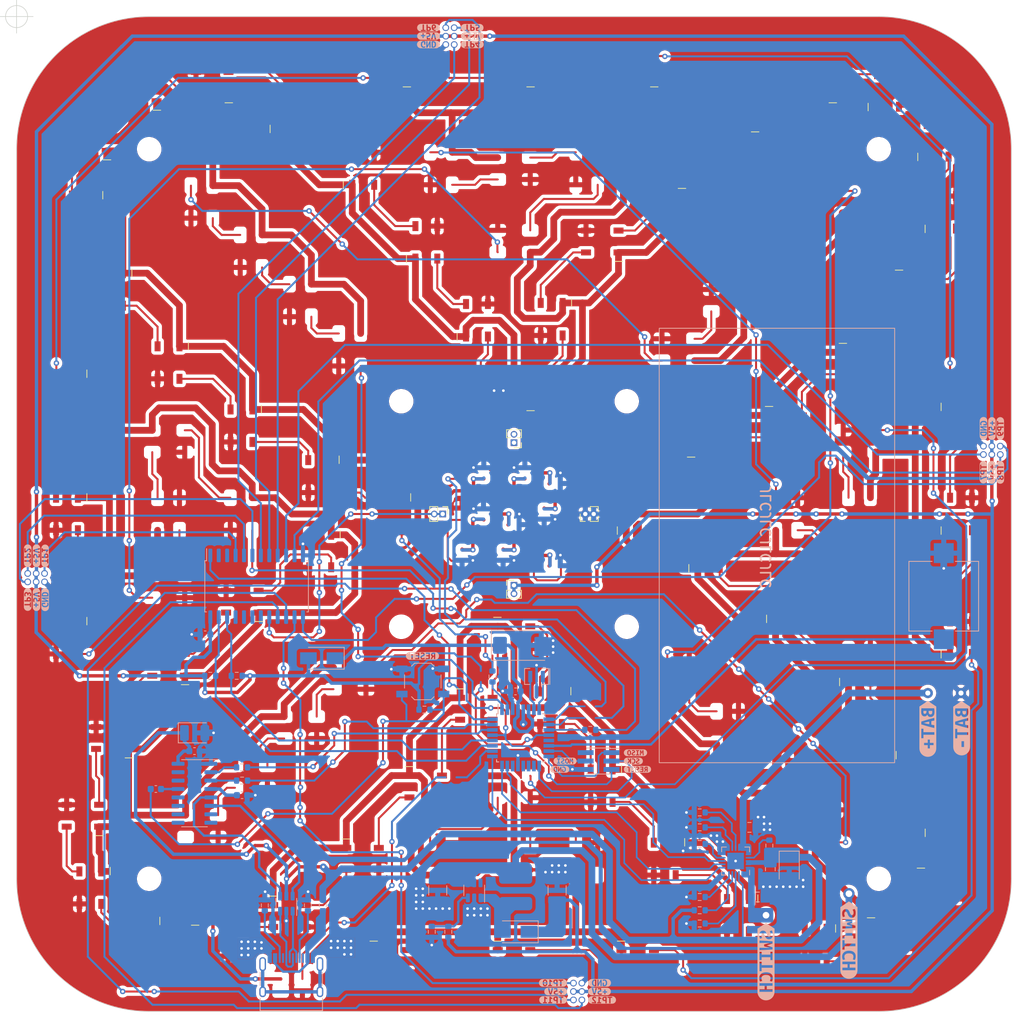
<source format=kicad_pcb>
(kicad_pcb (version 20240108) (generator "pcbnew") (generator_version "8.0")
  (layers (0 "F.Cu" signal) (31 "B.Cu" signal) (34 "B.Paste" user) (35 "F.Paste" user) (36 "B.SilkS" user "B.Silkscreen") (37 "F.SilkS" user "F.Silkscreen") (38 "B.Mask" user) (39 "F.Mask" user) (44 "Edge.Cuts" user))
  (net 0 "")
  (net 1 "+BATT")
  (net 2 "GND")
  (net 3 "Net-(U202-V3)")
  (net 4 "VBUS")
  (net 5 "Net-(U202-~{DTR})")
  (net 6 "/Battery charger/CH_OUT")
  (net 7 "+5V")
  (net 8 "Net-(D501-K)")
  (net 9 "/Boost Converter/L_OUT")
  (net 10 "VCC")
  (net 11 "Net-(D1001-DOUT)")
  (net 12 "Net-(D1001-DIN)")
  (net 13 "Net-(D1002-DOUT)")
  (net 14 "Net-(D1003-DOUT)")
  (net 15 "Net-(D1004-DOUT)")
  (net 16 "Net-(D1005-DOUT)")
  (net 17 "Net-(D1006-DOUT)")
  (net 18 "Net-(D1007-DOUT)")
  (net 19 "Net-(D1008-DOUT)")
  (net 20 "Net-(D1009-DOUT)")
  (net 21 "Net-(D1010-DOUT)")
  (net 22 "Net-(D1011-DOUT)")
  (net 23 "Net-(D1012-DOUT)")
  (net 24 "Net-(D1013-DOUT)")
  (net 25 "Net-(D1014-DOUT)")
  (net 26 "Net-(D1015-DOUT)")
  (net 27 "USB_CONN_D+")
  (net 28 "USB_CONN_D-")
  (net 29 "Net-(D1016-DOUT)")
  (net 30 "Net-(D1017-DOUT)")
  (net 31 "Net-(D1018-DOUT)")
  (net 32 "Net-(D1019-DOUT)")
  (net 33 "TP_1")
  (net 34 "TP_3")
  (net 35 "TP_2")
  (net 36 "TP_4")
  (net 37 "TP_6")
  (net 38 "TP_5")
  (net 39 "TP_7")
  (net 40 "TP_9")
  (net 41 "TP_8")
  (net 42 "TP_10")
  (net 43 "TP_12")
  (net 44 "TP_11")
  (net 45 "MISO")
  (net 46 "Net-(D1020-DOUT)")
  (net 47 "SCK")
  (net 48 "MOSI")
  (net 49 "Net-(D1021-DOUT)")
  (net 50 "/Microcontroller/RX")
  (net 51 "Net-(D1022-DOUT)")
  (net 52 "/Microcontroller/TX")
  (net 53 "Net-(D1023-DOUT)")
  (net 54 "Net-(D1024-DOUT)")
  (net 55 "Net-(D1025-DOUT)")
  (net 56 "Net-(D1026-DOUT)")
  (net 57 "Net-(D1027-DOUT)")
  (net 58 "Net-(D1028-DOUT)")
  (net 59 "Net-(D1029-DOUT)")
  (net 60 "Net-(D1030-DOUT)")
  (net 61 "/Boost Converter/FB")
  (net 62 "Net-(D1031-DOUT)")
  (net 63 "Net-(D1032-DOUT)")
  (net 64 "Net-(D1033-DOUT)")
  (net 65 "USB_D+")
  (net 66 "USB_D-")
  (net 67 "Net-(D1034-DOUT)")
  (net 68 "Net-(D1035-DOUT)")
  (net 69 "Net-(D1036-DOUT)")
  (net 70 "Net-(D1037-DOUT)")
  (net 71 "Net-(D1038-DOUT)")
  (net 72 "Net-(D1039-DOUT)")
  (net 73 "Net-(D1040-DOUT)")
  (net 74 "Net-(D1041-DOUT)")
  (net 75 "Net-(D1042-DOUT)")
  (net 76 "Net-(D1043-DOUT)")
  (net 77 "TP_13")
  (net 78 "Net-(D1044-DOUT)")
  (net 79 "Net-(D1045-DOUT)")
  (net 80 "Net-(D1046-DOUT)")
  (net 81 "Net-(D1047-DOUT)")
  (net 82 "Net-(D1048-DOUT)")
  (net 83 "Net-(D1049-DOUT)")
  (net 84 "Net-(D1050-DOUT)")
  (net 85 "Net-(D1051-DOUT)")
  (net 87 "Net-(D1085-DIN)")
  (net 88 "Net-(D1085-DOUT)")
  (net 89 "Net-(D1086-DOUT)")
  (net 90 "Net-(D1087-DOUT)")
  (net 91 "Net-(D1088-DOUT)")
  (net 92 "Net-(D1089-DOUT)")
  (net 93 "Net-(D1090-DOUT)")
  (net 94 "Net-(D1091-DOUT)")
  (net 95 "Net-(D1092-DOUT)")
  (net 96 "Net-(D1093-DOUT)")
  (net 97 "Net-(D1094-DOUT)")
  (net 98 "Net-(D1095-DOUT)")
  (net 102 "Net-(J201-CC2)")
  (net 104 "Net-(J201-CC1)")
  (net 111 "Net-(U501-PB2)")
  (net 112 "Net-(U202-TXD)")
  (net 113 "Net-(U202-RXD)")
  (net 114 "Net-(U301-SEL)")
  (net 115 "Net-(U301-PROG1)")
  (net 116 "Net-(U301-PROG2)")
  (net 117 "Net-(U301-PROG3)")
  (net 118 "Net-(U301-THERM)")
  (net 119 "Net-(U301-~{TE})")
  (net 120 "Net-(U301-CE)")
  (net 132 "/USB/USB")
  (net 135 "/Microcontroller/RESET")
  (net 136 "/IO Expander/SCL")
  (net 137 "/IO Expander/SDA")
  (net 138 "/Battery charger/PG")
  (net 139 "/Battery charger/STAT2")
  (net 140 "/Battery charger/STAT1")
  (net 143 "Net-(U501-XTAL2{slash}PB7)")
  (net 145 "Net-(U501-XTAL1{slash}PB6)")
  (net 147 "/Microcontroller/NP_5")
  (net 148 "/Microcontroller/NP_2")
  (net 149 "/IO Expander/INT")
  (net 153 "unconnected-(U501-PD6-Pad10)")
  (net 154 "unconnected-(U501-PD5-Pad9)")
  (net 155 "unconnected-(U501-PB0-Pad12)")
  (net 156 "unconnected-(U501-PC3-Pad26)")
  (footprint "Footprints:LED_WS2812B_edited" (layer "F.Cu") (at 114.63 81.32 -90)
    (property "Reference" "D1002" (hide yes))
    (property "Value" "WS2812B")
  )
  (footprint "Footprints:LED_WS2812B_edited" (layer "F.Cu") (at 98.43 152)
    (property "Reference" "D1045" (hide yes))
    (property "Value" "WS2812B")
  )
  (footprint "Footprints:LED_WS2812B_edited" (layer "F.Cu") (at 76.6 87 -90)
    (property "Reference" "D1086" (hide yes))
    (property "Value" "WS2812B")
  )
  (footprint "Footprints:LED_WS2812B_edited" (layer "F.Cu") (at 157.31 45.91 180)
    (property "Reference" "D1016" (hide yes))
    (property "Value" "WS2812B")
  )
  (footprint "Footprints:LED_WS2812B_edited" (layer "F.Cu") (at 173.37 92.68 90)
    (property "Reference" "D1028" (hide yes))
    (property "Value" "WS2812B")
  )
  (footprint "Footprints:LED_WS2812B_edited" (layer "F.Cu") (at 207.88 30.66 90)
    (property "Reference" "D1021" (hide yes))
    (property "Value" "WS2812B")
  )
  (footprint "MountingHole:MountingHole_3.2mm_M3" (layer "F.Cu") (at 161 70)
    (property "Reference" "H1007" (hide yes))
    (property "Value" "MountingHole")
  )
  (footprint "Footprints:LED_WS2812B_edited" (layer "F.Cu") (at 103.04 100.21 180)
    (property "Reference" "D1051" (hide yes))
    (property "Value" "WS2812B")
  )
  (footprint "Footprints:LED_WS2812B_edited" (layer "F.Cu") (at 144 19.6 180)
    (property "Reference" "D1089" (hide yes))
    (property "Value" "WS2812B")
  )
  (footprint "Footprints:LED_WS2812B_edited" (layer "F.Cu") (at 200.4 23.14 90)
    (property "Reference" "D1020" (hide yes))
    (property "Value" "WS2812B")
  )
  (footprint "Footprints:2x03_P1.27mm_conn" (layer "F.Cu") (at 73.22 97.235 -90)
    (property "Reference" "J401" (hide yes))
    (property "Value" "Conn_02x03_Odd_Even")
  )
  (footprint "Footprints:LED_WS2812B_edited" (layer "F.Cu") (at 157.21 127.96 -90)
    (property "Reference" "D1038" (hide yes))
    (property "Value" "WS2812B")
  )
  (footprint "Footprints:2x03_P1.27mm_conn" (layer "F.Cu") (at 214.78 76.765 90)
    (property "Reference" "J403" (hide yes))
    (property "Value" "Conn_02x03_Odd_Even")
  )
  (footprint "MountingHole:MountingHole_3.2mm_M3" (layer "F.Cu") (at 89 32)
    (property "Reference" "H1002" (hide yes))
    (property "Value" "MountingHole")
  )
  (footprint "Footprints:LED_WS2812B_edited" (layer "F.Cu") (at 144 105.58)
    (property "Reference" "D1040" (hide yes))
    (property "Value" "WS2812B")
  )
  (footprint "Footprints:LED_WS2812B_edited" (layer "F.Cu") (at 76.6 105.65 -90)
    (property "Reference" "D1085" (hide yes))
    (property "Value" "WS2812B")
  )
  (footprint "Footprints:LED_WS2812B_edited" (layer "F.Cu") (at 121.17 139)
    (property "Reference" "D1043" (hide yes))
    (property "Value" "WS2812B")
  )
  (footprint "Footprints:LED_WS2812B_edited" (layer "F.Cu") (at 166.73 139 -90)
    (property "Reference" "D1037" (hide yes))
    (property "Value" "WS2812B")
  )
  (footprint "Footprints:LED_WS2812B_edited" (layer "F.Cu") (at 166.83 34.91 180)
    (property "Reference" "D1017" (hide yes))
    (property "Value" "WS2812B")
  )
  (footprint "MountingHole:MountingHole_3.2mm_M3" (layer "F.Cu") (at 127 70)
    (property "Reference" "H1008" (hide yes))
    (property "Value" "MountingHole")
  )
  (footprint "Footprints:LED_WS2812B_edited" (layer "F.Cu") (at 138.32 116.37)
    (property "Reference" "D1041" (hide yes))
    (property "Value" "WS2812B")
  )
  (footprint "Footprints:PinHeader_1x01" (layer "F.Cu") (at 182 147.5)
    (property "Reference" "J302" (hide yes))
    (property "Value" "Conn_01x01" (hide yes))
  )
  (footprint "Footprints:LED_WS2812B_edited" (layer "F.Cu") (at 98.5 22 180)
    (property "Reference" "D1009" (hide yes))
    (property "Value" "WS2812B")
  )
  (footprint "Footprints:LED_WS2812B_edited" (layer "F.Cu") (at 207.86 143.4)
    (property "Reference" "D1033" (hide yes))
    (property "Value" "WS2812B")
  )
  (footprint "Footprints:LED_WS2812B_edited" (layer "F.Cu") (at 87.6 150.86 -90)
    (property "Reference" "D1046" (hide yes))
    (property "Value" "WS2812B")
  )
  (footprint "Footprints:LED_WS2812B_edited" (layer "F.Cu") (at 114.79 92.58 -90)
    (property "Reference" "D1052" (hide yes))
    (property "Value" "WS2812B")
  )
  (footprint "Connector_PinHeader_1.27mm:PinHeader_1x02_P1.27mm_Vertical" (layer "F.Cu") (at 154.75 87 90)
    (property "Reference" "J406" (hide yes))
    (property "Value" "Conn_01x02_Female")
  )
  (footprint "Footprints:PinHeader_1x01" (layer "F.Cu") (at 194.5 144.25)
    (property "Reference" "J301" (hide yes))
    (property "Value" "Conn_01x01" (hide yes))
  )
  (footprint "Footprints:LED_WS2812B_edited" (layer "F.Cu") (at 79 132.49 180)
    (property "Reference" "D1048" (hide yes))
    (property "Value" "WS2812B")
  )
  (footprint "Footprints:LED_WS2812B_edited" (layer "F.Cu") (at 208.99 41.51 90)
    (property "Reference" "D1022" (hide yes))
    (property "Value" "WS2812B")
  )
  (footprint "Footprints:LED_WS2812B_edited" (layer "F.Cu") (at 204.62 120.86 90)
    (property "Reference" "D1031" (hide yes))
    (property "Value" "WS2812B")
  )
  (footprint "Footprints:LED_WS2812B_edited" (layer "F.Cu") (at 76.6 68.35 -90)
    (property "Reference" "D1087" (hide yes))
    (property "Value" "WS2812B")
  )
  (footprint "Footprints:LED_WS2812B_edited" (layer "F.Cu") (at 196.09 64.27)
    (property "Reference" "D1024" (hide yes))
    (property "Value" "WS2812B")
  )
  (footprint "Footprints:LED_WS2812B_edited" (layer "F.Cu") (at 211.4 68.35 90)
    (property "Reference" "D1091" (hide yes))
    (property "Value" "WS2812B")
  )
  (footprint "Footprints:LED_WS2812B_edited" (layer "F.Cu") (at 144 154.4)
    (property "Reference" "D1095" (hide yes))
    (property "Value" "WS2812B")
  )
  (footprint "Footprints:LED_WS2812B_edited" (layer "F.Cu") (at 80.12 143.34 -90)
    (property "Reference" "D1047" (hide yes))
    (property "Value" "WS2812B")
  )
  (footprint "Footprints:LED_WS2812B_edited" (layer "F.Cu") (at 162.58 87 90)
    (property "Reference" "D1027" (hide yes))
    (property "Value" "WS2812B")
  )
  (footprint "Footprints:LED_WS2812B_edited" (layer "F.Cu") (at 162.65 19.6 180)
    (property "Reference" "D1090" (hide yes))
    (property "Value" "WS2812B")
  )
  (footprint "Footprints:LED_WS2812B_edited" (layer "F.Cu") (at 162.65 154.4)
    (property "Reference" "D1094" (hide yes))
    (property "Value" "WS2812B")
  )
  (footprint "Footprints:LED_WS2812B_edited" (layer "F.Cu") (at 110.23 26.44 90)
    (property "Reference" "D1010" (hide yes))
    (property "Value" "WS2812B")
  )
  (footprint "Footprints:LED_WS2812B_edited" (layer "F.Cu") (at 87.66 23.12 180)
    (property "Reference" "D1008" (hide yes))
    (property "Value" "WS2812B")
  )
  (footprint "Footprints:LED_WS2812B_edited" (layer "F.Cu") (at 189.49 151.99 -90)
    (property "Reference" "D1035" (hide yes))
    (property "Value" "WS2812B")
  )
  (footprint "Footprints:LED_WS2812B_edited" (layer "F.Cu") (at 130.79 46.04 90)
    (property "Reference" "D1012" (hide yes))
    (property "Value" "WS2812B")
  )
  (footprint "Footprints:LED_WS2812B_edited" (layer "F.Cu") (at 91.91 64.17 -90)
    (property "Reference" "D1004" (hide yes))
    (property "Value" "WS2812B")
  )
  (footprint "Footprints:2x03_P1.27mm_conn" (layer "F.Cu") (at 154.235 157.73)
    (property "Reference" "J404" (hide yes))
    (property "Value" "Conn_02x03_Odd_Even")
  )
  (footprint "MountingHole:MountingHole_3.2mm_M3" (layer "F.Cu") (at 127 104)
    (property "Reference" "H1005" (hide yes))
    (property "Value" "MountingHole")
  )
  (footprint "Footprints:LED_WS2812B_edited" (layer "F.Cu") (at 83.44 120.77 180)
    (property "Reference" "D1049" (hide yes))
    (property "Value" "WS2812B")
  )
  (footprint "Footprints:LED_WS2812B_edited" (layer "F.Cu") (at 149.58 116.21 -90)
    (property "Reference" "D1039" (hide yes))
    (property "Value" "WS2812B")
  )
  (footprint "Footprints:LED_WS2812B_edited" (layer "F.Cu") (at 177.86 26.38 180)
    (property "Reference" "D1018" (hide yes))
    (property "Value" "WS2812B")
  )
  (footprint "Footprints:LED_WS2812B_edited" (layer "F.Cu") (at 149.68 57.63 -90)
    (property "Reference" "D1015" (hide yes))
    (property "Value" "WS2812B")
  )
  (footprint "Footprints:LED_WS2812B_edited" (layer "F.Cu") (at 200.34 150.88)
    (property "Reference" "D1034" (hide yes))
    (property "Value" "WS2812B")
  )
  (footprint "MountingHole:MountingHole_3.2mm_M3" (layer "F.Cu") (at 199 142)
    (property "Reference" "H1001" (hide yes))
    (property "Value" "MountingHole")
  )
  (footprint "Footprints:LED_WS2812B_edited" (layer "F.Cu") (at 83.38 53.14 -90)
    (property "Reference" "D1005" (hide yes))
    (property "Value" "WS2812B")
  )
  (footprint "Footprints:LED_WS2812B_edited" (layer "F.Cu") (at 211.4 105.65 90)
    (property "Reference" "D1093" (hide yes))
    (property "Value" "WS2812B")
  )
  (footprint "Footprints:LED_WS2812B_edited" (layer "F.Cu") (at 121.27 34.91 90)
    (property "Reference" "D1011" (hide yes))
    (property "Value" "WS2812B")
  )
  (footprint "Footprints:LED_WS2812B_edited" (layer "F.Cu") (at 125.35 154.4)
    (property "Reference" "D1096" (hide yes))
    (property "Value" "WS2812B")
  )
  (footprint "Footprints:LED_WS2812B_edited" (layer "F.Cu") (at 125.35 19.6 180)
    (property "Reference" "D1088" (hide yes))
    (property "Value" "WS2812B")
  )
  (footprint "Footprints:LED_WS2812B_edited" (layer "F.Cu") (at 138.42 57.79 90)
    (property "Reference" "D1013" (hide yes))
    (property "Value" "WS2812B")
  )
  (footprint "Footprints:LED_WS2812B_edited" (layer "F.Cu") (at 144 68.42 180)
    (property "Reference" "D1014" (hide yes))
    (property "Value" "WS2812B")
  )
  (footprint "Footprints:LED_WS2812B_edited" (layer "F.Cu") (at 102.91 73.69 -90)
    (property "Reference" "D1003" (hide yes))
    (property "Value" "WS2812B")
  )
  (footprint "Connector_PinHeader_1.27mm:PinHeader_1x02_P1.27mm_Vertical" (layer "F.Cu") (at 133.25 87 -90)
    (property "Reference" "J408" (hide yes))
    (property "Value" "Conn_01x02_Female")
  )
  (footprint "MountingHole:MountingHole_3.2mm_M3" (layer "F.Cu") (at 199 32)
    (property "Reference" "H1004" (hide yes))
    (property "Value" "MountingHole")
  )
  (footprint "Footprints:LED_WS2812B_edited" (layer "F.Cu") (at 204.56 53.23)
    (property "Reference" "D1023" (hide yes))
    (property "Value" "WS2812B")
  )
  (footprint "Footprints:LED_WS2812B_edited" (layer "F.Cu") (at 110.14 147.62)
    (property "Reference" "D1044" (hide yes))
    (property "Value" "WS2812B")
  )
  (footprint "Footprints:LED_WS2812B_edited" (layer "F.Cu") (at 79 41.43 -90)
    (property "Reference" "D1006" (hide yes))
    (property "Value" "WS2812B")
  )
  (footprint "Footprints:LED_WS2812B_edited" (layer "F.Cu") (at 130.69 128.09)
    (property "Reference" "D1042" (hide yes))
    (property "Value" "WS2812B")
  )
  (footprint "Footprints:LED_WS2812B_edited" (layer "F.Cu") (at 173.21 81.42)
    (property "Reference" "D1026" (hide yes))
    (property "Value" "WS2812B")
  )
  (footprint "Footprints:LED_WS2812B_edited" (layer "F.Cu") (at 211.4 87 90)
    (property "Reference" "D1092" (hide yes))
    (property "Value" "WS2812B")
  )
  (footprint "Footprints:LED_WS2812B_edited" (layer "F.Cu") (at 80.14 30.6 180)
    (property "Reference" "D1007" (hide yes))
    (property "Value" "WS2812B")
  )
  (footprint "MountingHole:MountingHole_3.2mm_M3" (layer "F.Cu") (at 161 104)
    (property "Reference" "H1006" (hide yes))
    (property "Value" "MountingHole")
  )
  (footprint "Footprints:LED_WS2812B_edited" (layer "F.Cu") (at 184.96 73.79)
    (property "Reference" "D1025" (hide yes))
    (property "Value" "WS2812B")
  )
  (footprint "MountingHole:MountingHole_3.2mm_M3" (layer "F.Cu") (at 89 142)
    (property "Reference" "H1003" (hide yes))
    (property "Value" "MountingHole")
  )
  (footprint "Connector_PinHeader_1.27mm:PinHeader_1x02_P1.27mm_Vertical" (layer "F.Cu") (at 144 97.75)
    (property "Reference" "J405" (hide yes))
    (property "Value" "Conn_01x02_Female")
  )
  (footprint "Footprints:LED_WS2812B_edited" (layer "F.Cu") (at 91.91 109.73 180)
    (property "Reference" "D1050" (hide yes))
    (property "Value" "WS2812B")
  )
  (footprint "Footprints:LED_WS2812B_edited" (layer "F.Cu") (at 189.57 22 180)
    (property "Reference" "D1019" (hide yes))
    (property "Value" "WS2812B")
  )
  (footprint "Footprints:2x03_P1.27mm_conn" (layer "F.Cu") (at 133.715 16.22 180)
    (property "Reference" "J402" (hide yes))
    (property "Value" "Conn_02x03_Odd_Even")
  )
  (footprint "Footprints:LED_WS2812B_edited" (layer "F.Cu") (at 196.09 109.83 90)
    (property "Reference" "D1030" (hide yes))
    (property "Value" "WS2812B")
  )
  (footprint "Footprints:LED_WS2812B_edited" (layer "F.Cu") (at 177.77 147.5 -90)
    (property "Reference" "D1036" (hide yes))
    (property "Value" "WS2812B")
  )
  (footprint "Footprints:LED_WS2812B_edited" (layer "F.Cu") (at 209 132.57 90)
    (property "Reference" "D1032" (hide yes))
    (property "Value" "WS2812B")
  )
  (footprint "Footprints:LED_WS2812B_edited" (layer "F.Cu") (at 185.09 100.31 90)
    (property "Reference" "D1029" (hide yes))
    (property "Value" "WS2812B")
  )
  (footprint "Footprints:LED_WS2812B_edited" (layer "F.Cu") (at 125.42 87 -90)
    (property "Reference" "D1001" (hide yes))
    (property "Value" "WS2812B")
  )
  (footprint "Connector_PinHeader_1.27mm:PinHeader_1x02_P1.27mm_Vertical" (layer "F.Cu") (at 144 76.25 180)
    (property "Reference" "J407" (hide yes))
    (property "Value" "Conn_01x02_Female")
  )
  (footprint "kibuzzard-635BA7B4" (layer "B.Cu") (at 211.5 119.3 -90)
    (property "Reference" "kibuzzard-635BA7B4" (hide yes))
    (property "Value" "G***" (hide yes))
  )
  (footprint "kibuzzard-635CF483" (layer "B.Cu") (at 162.318135 123 180)
    (property "Reference" "kibuzzard-635CF483" (hide yes))
    (property "Value" "G***" (hide yes))
  )
  (footprint "Resistor_SMD:R_0603_1608Metric" (layer "B.Cu") (at 172 146.75 180)
    (property "Reference" "R303" (hide yes))
    (property "Value" "10k")
  )
  (footprint "Resistor_SMD:R_0603_1608Metric" (layer "B.Cu") (at 103 125.2 180)
    (property "Reference" "R201" (hide yes))
    (property "Value" "1k")
  )
  (footprint "Resistor_SMD:R_0603_1608Metric" (layer "B.Cu") (at 102.195 111.3975 180)
    (property "Reference" "R401" (hide yes))
    (property "Value" "4k7")
  )
  (footprint "kibuzzard-635CFAA6" (layer "B.Cu") (at 73.3 93.307938 90)
    (property "Reference" "kibuzzard-635CFAA6" (hide yes))
    (property "Value" "G***" (hide yes))
  )
  (footprint "Resistor_SMD:R_0603_1608Metric" (layer "B.Cu") (at 106.425378 146 90)
    (property "Reference" "R202" (hide yes))
    (property "Value" "5k1")
  )
  (footprint "Footprints:KLJ-1102" (layer "B.Cu") (at 208.8 99.4)
    (property "Reference" "LS501" (hide yes))
    (property "Value" "Buzzer")
  )
  (footprint "kibuzzard-635CF752" (layer "B.Cu") (at 72 93.292063 90)
    (property "Reference" "kibuzzard-635CF752" (hide yes))
    (property "Value" "G***" (hide yes))
  )
  (footprint "Package_QFP:TQFP-32_7x7mm_P0.8mm" (layer "B.Cu") (at 145 120.75 -90)
    (property "Reference" "U501" (hide yes))
    (property "Value" "ATmega328P-A")
  )
  (footprint "kibuzzard-635CF507" (layer "B.Cu") (at 150.9 125.5 180)
    (property "Reference" "kibuzzard-635CF507" (hide yes))
    (property "Value" "G***" (hide yes))
  )
  (footprint "Resistor_SMD:R_0603_1608Metric" (layer "B.Cu") (at 131.6 150 -90)
    (property "Reference" "R602" (hide yes))
    (property "Value" "13k3")
  )
  (footprint "kibuzzard-635CF795" (layer "B.Cu") (at 157.279413 160.27 180)
    (property "Reference" "kibuzzard-635CF795" (hide yes))
    (property "Value" "G***" (hide yes))
  )
  (footprint "Resistor_SMD:R_0603_1608Metric" (layer "B.Cu") (at 155.5 119.55)
    (property "Reference" "R1002" (hide yes))
    (property "Value" "470R")
  )
  (footprint "Resistor_SMD:R_0603_1608Metric" (layer "B.Cu") (at 103 127.2 180)
    (property "Reference" "R204" (hide yes))
    (property "Value" "1k")
  )
  (footprint "Capacitor_SMD:C_1210_3225Metric" (layer "B.Cu") (at 150.5 143.75 90)
    (property "Reference" "C602" (hide yes))
    (property "Value" "22u / 16V")
  )
  (footprint "kibuzzard-635CF6FA" (layer "B.Cu") (at 214.8 74.1 -90)
    (property "Reference" "kibuzzard-635CF6FA" (hide yes))
    (property "Value" "G***" (hide yes))
  )
  (footprint "kibuzzard-635B9A1E" (layer "B.Cu") (at 182 154.5 -90)
    (property "Reference" "kibuzzard-635B9A1E" (hide yes))
    (property "Value" "G***" (hide yes))
  )
  (footprint "Resistor_SMD:R_0603_1608Metric" (layer "B.Cu") (at 130.5 116.5 180)
    (property "Reference" "R501" (hide yes))
    (property "Value" "10k")
  )
  (footprint "kibuzzard-635CF7DB" (layer "B.Cu") (at 149.9 160.27 180)
    (property "Reference" "kibuzzard-635CF7DB" (hide yes))
    (property "Value" "G***" (hide yes))
  )
  (footprint "Capacitor_SMD:C_0603_1608Metric" (layer "B.Cu") (at 144.225 113.75 180)
    (property "Reference" "C501" (hide yes))
    (property "Value" "100n")
  )
  (footprint "kibuzzard-635CF4E4" (layer "B.Cu") (at 151.7 124.25 180)
    (property "Reference" "kibuzzard-635CF4E4" (hide yes))
    (property "Value" "G***" (hide yes))
  )
  (footprint "kibuzzard-635CFB05" (layer "B.Cu") (at 137.703919 13.68)
    (property "Reference" "kibuzzard-635CFB05" (hide yes))
    (property "Value" "G***" (hide yes))
  )
  (footprint "Capacitor_Tantalum_SMD:CP_EIA-3528-21_Kemet-B" (layer "B.Cu") (at 95.8475 120)
    (property "Reference" "C203" (hide yes))
    (property "Value" "10u")
  )
  (footprint "kibuzzard-635CF4BC" (layer "B.Cu") (at 162 124.25 180)
    (property "Reference" "kibuzzard-635CF4BC" (hide yes))
    (property "Value" "G***" (hide yes))
  )
  (footprint "Diode_SMD:D_SMA" (layer "B.Cu") (at 144.25 150 180)
    (property "Reference" "D601" (hide yes))
    (property "Value" "SS12")
  )
  (footprint "Capacitor_SMD:C_0603_1608Metric" (layer "B.Cu") (at 97.435 105.1475 180)
    (property "Reference" "C401" (hide yes))
    (property "Value" "100n")
  )
  (footprint "kibuzzard-635CFB13" (layer "B.Cu") (at 137.715825 16.2)
    (property "Reference" "kibuzzard-635CFB13" (hide yes))
    (property "Value" "G***" (hide yes))
  )
  (footprint "kibuzzard-635CFA5F" (layer "B.Cu") (at 70.68 99.9 90)
    (property "Reference" "kibuzzard-635CFA5F" (hide yes))
    (property "Value" "G***" (hide yes))
  )
  (footprint "Footprints:Inductor_4mm(5x5mm pads)" (layer "B.Cu") (at 144.25 143.75 -90)
    (property "Reference" "L601" (hide yes))
    (property "Value" "4R7")
  )
  (footprint "kibuzzard-635CF752" (layer "B.Cu") (at 216.041665 80.719 -90)
    (property "Reference" "kibuzzard-635CF752" (hide yes))
    (property "Value" "G***" (hide yes))
  )
  (footprint "Resistor_SMD:R_0603_1608Metric" (layer "B.Cu") (at 172 148.75 180)
    (property "Reference" "R301" (hide yes))
    (property "Value" "10k")
  )
  (footprint "kibuzzard-635CF752" (layer "B.Cu") (at 216.063571 74.109525 -90)
    (property "Reference" "kibuzzard-635CF752" (hide yes))
    (property "Value" "G***" (hide yes))
  )
  (footprint "kibuzzard-635CF6FA" (layer "B.Cu") (at 156.9 157.7 180)
    (property "Reference" "kibuzzard-635CF6FA" (hide yes))
    (property "Value" "G***" (hide yes))
  )
  (footprint "Capacitor_SMD:C_0805_2012Metric" (layer "B.Cu") (at 180.75 144.75)
    (property "Reference" "C303" (hide yes))
    (property "Value" "10u")
  )
  (footprint "kibuzzard-635CF4CF" (layer "B.Cu") (at 162.61722 125.5 180)
    (property "Reference" "kibuzzard-635CF4CF" (hide yes))
    (property "Value" "G***" (hide yes))
  )
  (footprint "Footprints:USB_C_Receptacle_HRO_TYPE-C-31-M-12" (layer "B.Cu") (at 110.425378 158 180)
    (property "Reference" "J201" (hide yes))
    (property "Value" "USB_C_Receptacle_USB2.0")
  )
  (footprint "Capacitor_SMD:C_0603_1608Metric" (layer "B.Cu") (at 103 129.4)
    (property "Reference" "C201" (hide yes))
    (property "Value" "100n")
  )
  (footprint "kibuzzard-635CFAF1" (layer "B.Cu") (at 131.1 13.68)
    (property "Reference" "kibuzzard-635CFAF1" (hide yes))
    (property "Value" "G***" (hide yes))
  )
  (footprint "kibuzzard-635CFA8A" (layer "B.Cu") (at 70.68 93.3 90)
    (property "Reference" "kibuzzard-635CFA8A" (hide yes))
    (property "Value" "G***" (hide yes))
  )
  (footprint "Resistor_SMD:R_0603_1608Metric" (layer "B.Cu") (at 115.175378 146 90)
    (property "Reference" "FB201" (hide yes))
    (property "Value" "100 @ 100MHz")
  )
  (footprint "kibuzzard-635CF6FA" (layer "B.Cu") (at 131.1 16.2)
    (property "Reference" "kibuzzard-635CF6FA" (hide yes))
    (property "Value" "G***" (hide yes))
  )
  (footprint "Resistor_SMD:R_0603_1608Metric" (layer "B.Cu") (at 172 144.75 180)
    (property "Reference" "R307" (hide yes))
    (property "Value" "10k")
  )
  (footprint "Package_TO_SOT_SMD:SOT-23-6" (layer "B.Cu") (at 138 143.75 90)
    (property "Reference" "U601" (hide yes))
    (property "Value" "MT3608")
  )
  (footprint "kibuzzard-635CF884" (layer "B.Cu") (at 149.879362 157.7 180)
    (property "Reference" "kibuzzard-635CF884" (hide yes))
    (property "Value" "G***" (hide yes))
  )
  (footprint "Capacitor_Tantalum_SMD:CP_EIA-3528-21_Kemet-B" (layer "B.Cu") (at 185.5 140.2955 -90)
    (property "Reference" "C301" (hide yes))
    (property "Value" "4u7/25V")
  )
  (footprint "kibuzzard-635CFDAF" (layer "B.Cu") (at 217.32 80.722969 -90)
    (property "Reference" "kibuzzard-635CFDAF" (hide yes))
    (property "Value" "G***" (hide yes))
  )
  (footprint "Package_SO:SOIC-16_3.9x9.9mm_P1.27mm" (layer "B.Cu") (at 95.825 129.105 180)
    (property "Reference" "U202" (hide yes))
    (property "Value" "CH340C")
  )
  (footprint "Package_TO_SOT_SMD:SOT-23-6" (layer "B.Cu") (at 109.675378 145.75 90)
    (property "Reference" "U201" (hide yes))
    (property "Value" "USBLC6-2SC6")
  )
  (footprint "Diode_SMD:D_SMA" (layer "B.Cu") (at 115 108.75 180)
    (property "Reference" "D501" (hide yes))
    (property "Value" "SS12")
  )
  (footprint "kibuzzard-635BA762" (layer "B.Cu") (at 206.4 119.4 -90)
    (property "Reference" "kibuzzard-635BA762" (hide yes))
    (property "Value" "G***" (hide yes))
  )
  (footprint "Button_Switch_SMD:SW_SPST_TL3342" (layer "B.Cu") (at 130.25 112.25 180)
    (property "Reference" "SW501" (hide yes))
    (property "Value" "SW_Push")
  )
  (footprint "Resistor_SMD:R_0603_1608Metric" (layer "B.Cu") (at 134.1 150 90)
    (property "Reference" "R601" (hide yes))
    (property "Value" "100k")
  )
  (footprint "Capacitor_SMD:C_0603_1608Metric" (layer "B.Cu") (at 90 128.47)
    (property "Reference" "C204" (hide yes))
    (property "Value" "100n")
  )
  (footprint "Capacitor_Tantalum_SMD:CP_EIA-7343-31_Kemet-D" (layer "B.Cu") (at 145 106.8)
    (property "Reference" "C502" (hide yes))
    (property "Value" "1500uF")
  )
  (footprint "Footprints:battery_103565_3000mah" (layer "B.Cu") (at 183.899 91.75 180)
    (property "Reference" "BT301" (hide yes))
    (property "Value" "Battery_Cell")
  )
  (footprint "kibuzzard-635CF752" (layer "B.Cu") (at 150.281 159 180)
    (property "Reference" "kibuzzard-635CF752" (hide yes))
    (property "Value" "G***" (hide yes))
  )
  (footprint "kibuzzard-635CFDBF" (layer "B.Cu") (at 214.78 80.698363 -90)
    (property "Reference" "kibuzzard-635CFDBF" (hide yes))
    (property "Value" "G***" (hide yes))
  )
  (footprint "Resistor_SMD:R_0603_1608Metric" (layer "B.Cu") (at 182.5 137 90)
    (property "Reference" "R310" (hide yes))
    (property "Value" "10k")
  )
  (footprint "Resistor_SMD:R_0603_1608Metric" (layer "B.Cu") (at 172 134.25 180)
    (property "Reference" "R305" (hide yes))
    (property "Value" "100k")
  )
  (footprint "kibuzzard-635CF752" (layer "B.Cu") (at 137.719 14.937222)
    (property "Reference" "kibuzzard-635CF752" (hide yes))
    (property "Value" "G***" (hide yes))
  )
  (footprint "Resistor_SMD:R_0603_1608Metric" (layer "B.Cu") (at 172 132 180)
    (property "Reference" "R302" (hide yes))
    (property "Value" "2k")
  )
  (footprint "Capacitor_SMD:C_1210_3225Metric" (layer "B.Cu") (at 132.5 143.75 -90)
    (property "Reference" "C601" (hide yes))
    (property "Value" "22u / 16V")
  )
  (footprint "Resistor_SMD:R_0603_1608Metric" (layer "B.Cu") (at 172 136.75 180)
    (property "Reference" "R308" (hide yes))
    (property "Value" "10k")
  )
  (footprint "Capacitor_SMD:C_0603_1608Metric" (layer "B.Cu") (at 95.825 122.75)
    (property "Reference" "C202" (hide yes))
    (property "Value" "100n")
  )
  (footprint "kibuzzard-635CF752" (layer "B.Cu") (at 131.109525 14.937222)
    (property "Reference" "kibuzzard-635CF752" (hide yes))
    (property "Value" "G***" (hide yes))
  )
  (footprint "kibuzzard-636375F6" (layer "B.Cu") (at 130.2 108.4 180)
    (property "Reference" "kibuzzard-636375F6" (hide yes))
    (property "Value" "G***" (hide yes))
  )
  (footprint "Package_SO:SOIC-24W_7.5x15.4mm_P1.27mm" (layer "B.Cu") (at 105.195 97.8975 -90)
    (property "Reference" "U401" (hide yes))
    (property "Value" "PCF8575")
  )
  (footprint "Footprints:CSTCE16M0V53-R0" (layer "B.Cu") (at 147.4 111.5 180)
    (property "Reference" "Y501" (hide yes))
    (property "Value" "16MHz")
  )
  (footprint "Package_DFN_QFN:QFN-20-1EP_4x4mm_P0.5mm_EP2.5x2.5mm" (layer "B.Cu") (at 177.415 139.323 90)
    (property "Reference" "U301" (hide yes))
    (property "Value" "MCP73871-2CC")
  )
  (footprint "Capacitor_SMD:C_0805_2012Metric" (layer "B.Cu") (at 182.65 140.55 -90)
    (property "Reference" "C302" (hide yes))
    (property "Value" "10u")
  )
  (footprint "Resistor_SMD:R_0603_1608Metric" (layer "B.Cu") (at 98.195 111.3975)
    (property "Reference" "R402" (hide yes))
    (property "Value" "4k7")
  )
  (footprint "kibuzzard-635CF752" (layer "B.Cu") (at 72 99.90635 90)
    (property "Reference" "kibuzzard-635CF752" (hide yes))
    (property "Value" "G***" (hide yes))
  )
  (footprint "kibuzzard-635CFD4A" (layer "B.Cu") (at 217.32 74.1 -90)
    (property "Reference" "kibuzzard-635CFD4A" (hide yes))
    (property "Value" "G***" (hide yes))
  )
  (footprint "Connector_PinHeader_1.27mm:PinHeader_2x03_P1.27mm_Vertical_SMD" (layer "B.Cu") (at 156.75 124.25 180)
    (property "Reference" "J501" (hide yes))
    (property "Value" "USBasp")
  )
  (footprint "kibuzzard-635CF752" (layer "B.Cu") (at 156.890475 159 180)
    (property "Reference" "kibuzzard-635CF752" (hide yes))
    (property "Value" "G***" (hide yes))
  )
  (footprint "kibuzzard-635B9A1E" (layer "B.Cu") (at 194.5 151.25 -90)
    (property "Reference" "kibuzzard-635B9A1E" (hide yes))
    (property "Value" "G***" (hide yes))
  )
  (footprint "Resistor_SMD:R_0603_1608Metric" (layer "B.Cu") (at 140.75 111.5 90)
    (property "Reference" "R1005" (hide yes))
    (property "Value" "470R")
  )
  (footprint "Capacitor_SMD:C_0805_2012Metric" (layer "B.Cu") (at 179.5 134.25)
    (property "Reference" "C304" (hide yes))
    (property "Value" "10u")
  )
  (footprint "Resistor_SMD:R_0603_1608Metric" (layer "B.Cu") (at 112.925378 146 90)
    (property "Reference" "R203" (hide yes))
    (property "Value" "5k1")
  )
  (footprint "kibuzzard-635CF6FA" (layer "B.Cu") (at 73.3 99.915875 90)
    (property "Reference" "kibuzzard-635CF6FA" (hide yes))
    (property "Value" "G***" (hide yes))
  )
  (gr_arc (start 69 32) (mid 74.857864 17.857864) (end 89 12) (stroke (width 0.1)) (layer "Edge.Cuts"))
  (gr_arc (start 199 12) (mid 213.142136 17.857864) (end 219 32) (stroke (width 0.1)) (layer "Edge.Cuts"))
  (gr_line (start 89 162) (end 199 162) (stroke (width 0.1)) (layer "Edge.Cuts"))
  (gr_arc (start 89 162) (mid 74.857864 156.142136) (end 69 142) (stroke (width 0.1)) (layer "Edge.Cuts"))
  (gr_line (start 69 142) (end 69 32) (stroke (width 0.1)) (layer "Edge.Cuts"))
  (gr_arc (start 219 142) (mid 213.142136 156.142136) (end 199 162) (stroke (width 0.1)) (layer "Edge.Cuts"))
  (gr_line (start 219 142) (end 219 32) (stroke (width 0.1)) (layer "Edge.Cuts"))
  (gr_line (start 199 12) (end 89 12) (stroke (width 0.1)) (layer "Edge.Cuts"))
  (gr_text "JLCJLCJLCJLC" (at 182 90.5 90) (layer "B.SilkS") (effects (font (size 1.5 1.5) (thickness 0.25)) (justify mirror)))
  (target plus (at 69 12) (size 5) (width 0.1) (layer "Edge.Cuts"))
  (segment (start 134 93.5) (end 134.58 94.08) (width 0.3) (layer "F.Cu") (net 0))
  (segment (start 131.85 101.25) (end 131.8 101.2) (width 0.3) (layer "F.Cu") (net 0))
  (segment (start 134.58 94.08) (end 136.17 94.08) (width 0.3) (layer "F.Cu") (net 0))
  (segment (start 89.46 80.96) (end 90.26 81.76) (width 0.3) (layer "F.Cu") (net 0))
  (segment (start 195.39 38.29) (end 195.4 38.3) (width 0.3) (layer "F.Cu") (net 0))
  (segment (start 147.5 97) (end 147 96.5) (width 0.3) (layer "F.Cu") (net 0))
  (segment (start 142.14 85.36) (end 141.39 86.11) (width 0.3) (layer "F.Cu") (net 0))
  (segment (start 134.5 101.25) (end 131.85 101.25) (width 0.3) (layer "F.Cu") (net 0))
  (segment (start 200.3 74.35) (end 198.54 74.35) (width 0.3) (layer "F.Cu") (net 0))
  (segment (start 179.18 124.18) (end 181.98 124.18) (width 0.3) (layer "F.Cu") (net 0))
  (segment (start 106.82 124.98) (end 106.82 124.32) (width 0.3) (layer "F.Cu") (net 0))
  (segment (start 131.35 136.55) (end 131.35 135.15) (width 0.3) (layer "F.Cu") (net 0))
  (segment (start 171.75 116.75) (end 174.55 116.75) (width 0.3) (layer "F.Cu") (net 0))
  (segment (start 120.5 104.4) (end 120.5 108.5) (width 0.3) (layer "F.Cu") (net 0))
  (segment (start 171.22 60.58) (end 172.42 60.58) (width 0.3) (layer "F.Cu") (net 0))
  (segment (start 148.5 39.5) (end 146.45 41.55) (width 0.3) (layer "F.Cu") (net 0))
  (segment (start 106.9 120.85) (end 109.35 120.85) (width 0.3) (layer "F.Cu") (net 0))
  (segment (start 207.25 83.85) (end 207.25 77.1) (width 0.3) (layer "F.Cu") (net 0))
  (segment (start 152.7 134.6) (end 153.32 135.22) (width 0.3) (layer "F.Cu") (net 0))
  (segment (start 116.78 113.42) (end 115.08 113.42) (width 0.3) (layer "F.Cu") (net 0))
  (segment (start 147.42 79.92) (end 148.17 79.17) (width 0.3) (layer "F.Cu") (net 0))
  (segment (start 188.61 44.89) (end 188.61 41.59) (width 0.3) (layer "F.Cu") (net 0))
  (segment (start 98.59 42.39) (end 98.59 43.59) (width 0.3) (layer "F.Cu") (net 0))
  (segment (start 113.45 58.95) (end 113.45 57.25) (width 0.3) (layer "F.Cu") (net 0))
  (segment (start 197.74 93.24) (end 197.74 89.45) (width 0.3) (layer "F.Cu") (net 0))
  (segment (start 146.45 41.55) (end 146.45 44.23) (width 0.3) (layer "F.Cu") (net 0))
  (segment (start 123.08 110.12) (end 125.7 107.5) (width 0.3) (layer "F.Cu") (net 0))
  (segment (start 136.17 87.89) (end 134.61 87.89) (width 0.3) (layer "F.Cu") (net 0))
  (segment (start 96.5 75.5) (end 96.5 81.5) (width 0.3) (layer "F.Cu") (net 0))
  (segment (start 148.55 87.89) (end 148.55 89.55) (width 0.3) (layer "F.Cu") (net 0))
  (segment (start 139.8 92.3) (end 141.58 94.08) (width 0.3) (layer "F.Cu") (net 0))
  (segment (start 98.59 43.59) (end 99.92 44.92) (width 0.3) (layer "F.Cu") (net 0))
  (segment (start 89.46 77.68) (end 89.46 80.96) (width 0.3) (layer "F.Cu") (net 0))
  (segment (start 170.42 114.22) (end 170.42 115.42) (width 0.3) (layer "F.Cu") (net 0))
  (segment (start 139.92 79.92) (end 141.7 81.7) (width 0.3) (layer "F.Cu") (net 0))
  (segment (start 146.5 126.52) (end 146.45 126.47) (width 0.3) (layer "F.Cu") (net 0))
  (segment (start 112.0975 157.11) (end 112.0975 153.4025) (width 0.3) (layer "F.Cu") (net 0))
  (segment (start 177.85 121.65) (end 177.85 122.85) (width 0.3) (layer "F.Cu") (net 0))
  (segment (start 167.12 109.32) (end 167.12 107.83) (width 0.3) (layer "F.Cu") (net 0))
  (segment (start 180.5 60) (end 180.5 65.5) (width 0.3) (layer "F.Cu") (net 0))
  (segment (start 153.32 135.22) (end 153.32 136.55) (width 0.3) (layer "F.Cu") (net 0))
  (segment (start 94.36 94.36) (end 94.36 96.32) (width 0.3) (layer "F.Cu") (net 0))
  (segment (start 193.64 80.64) (end 193.64 77.65) (width 0.3) (layer "F.Cu") (net 0))
  (segment (start 89.46 99.62) (end 87.12 99.62) (width 0.3) (layer "F.Cu") (net 0))
  (segment (start 136.8 102.5) (end 136.8 101.5) (width 0.3) (layer "F.Cu") (net 0))
  (segment (start 148.55 89.55) (end 149.3 90.3) (width 0.3) (layer "F.Cu") (net 0))
  (segment (start 139.45 79.92) (end 139.92 79.92) (width 0.3) (layer "F.Cu") (net 0))
  (segment (start 132.96 32.46) (end 133 32.5) (width 0.3) (layer "F.Cu") (net 0))
  (segment (start 86 91) (end 86 83.5) (width 0.3) (layer "F.Cu") (net 0))
  (segment (start 138.14 37.36) (end 134.68 37.36) (width 0.3) (layer "F.Cu") (net 0))
  (segment (start 191.5 92) (end 188.95 89.45) (width 0.3) (layer "F.Cu") (net 0))
  (segment (start 104.53 95.47) (end 104.53 89.45) (width 0.3) (layer "F.Cu") (net 0))
  (segment (start 185.28 129.08) (end 185.28 130.28) (width 0.3) (layer "F.Cu") (net 0))
  (segment (start 94.36 74.38) (end 95.38 74.38) (width 0.3) (layer "F.Cu") (net 0))
  (segment (start 114.28 59.78) (end 113.45 58.95) (width 0.3) (layer "F.Cu") (net 0))
  (segment (start 125.7 107.5) (end 128.6 107.5) (width 0.3) (layer "F.Cu") (net 0))
  (segment (start 145.64 92.3) (end 146.55 92.3) (width 0.3) (layer "F.Cu") (net 0))
  (segment (start 188.95 89.45) (end 186.77 89.45) (width 0.3) (layer "F.Cu") (net 0))
  (segment (start 141.7 81.7) (end 142.36 81.7) (width 0.3) (layer "F.Cu") (net 0))
  (segment (start 99.55 84.55) (end 101.23 84.55) (width 0.3) (layer "F.Cu") (net 0))
  (segment (start 131.38 32.46) (end 132.96 32.46) (width 0.3) (layer "F.Cu") (net 0))
  (segment (start 132.6 103.5) (end 135.8 103.5) (width 0.3) (layer "F.Cu") (net 0))
  (segment (start 139.1 134.5) (end 141.55 132.05) (width 0.3) (layer "F.Cu") (net 0))
  (segment (start 156.62 38.88) (end 156 39.5) (width 0.3) (layer "F.Cu") (net 0))
  (segment (start 146.55 92.3) (end 147 92.75) (width 0.3) (layer "F.Cu") (net 0))
  (segment (start 151.08 96.42) (end 150.5 97) (width 0.3) (layer "F.Cu") (net 0))
  (segment (start 115.08 113.42) (end 114.25 114.25) (width 0.3) (layer "F.Cu") (net 0))
  (segment (start 185.28 130.28) (end 186.61 131.61) (width 0.3) (layer "F.Cu") (net 0))
  (segment (start 106.02 51.02) (end 107.35 52.35) (width 0.3) (layer "F.Cu") (net 0))
  (segment (start 141.55 140.65) (end 139.35 140.65) (width 0.3) (layer "F.Cu") (net 0))
  (segment (start 118 94.5) (end 118 98.5) (width 0.3) (layer "F.Cu") (net 0))
  (segment (start 138.55 141.45) (end 134.65 141.45) (width 0.3) (layer "F.Cu") (net 0))
  (segment (start 131.35 135.15) (end 132 134.5) (width 0.3) (layer "F.Cu") (net 0))
  (segment (start 134 88.5) (end 134 93.5) (width 0.3) (layer "F.Cu") (net 0))
  (segment (start 146.5 127.6) (end 146.5 126.52) (width 0.3) (layer "F.Cu") (net 0))
  (segment (start 95.38 74.38) (end 96.5 75.5) (width 0.3) (layer "F.Cu") (net 0))
  (segment (start 163.7 62.7) (end 164.88 63.88) (width 0.3) (layer "F.Cu") (net 0))
  (segment (start 130.5 35) (end 119.5 35) (width 0.3) (layer "F.Cu") (net 0))
  (segment (start 95.29 39.59) (end 95.3 39.6) (width 0.3) (layer "F.Cu") (net 0))
  (segment (start 90.26 81.76) (end 90.26 84.55) (width 0.3) (layer "F.Cu") (net 0))
  (segment (start 198.54 96.32) (end 198.54 94.04) (width 0.3) (layer "F.Cu") (net 0))
  (segment (start 99.92 44.92) (end 102.72 44.92) (width 0.3) (layer "F.Cu") (net 0))
  (segment (start 143.11 85.36) (end 142.14 85.36) (width 0.3) (layer "F.Cu") (net 0))
  (segment (start 191.7 76.8) (end 191.7 79.3) (width 0.3) (layer "F.Cu") (net 0))
  (segment (start 105.75 123.25) (end 105.75 122) (width 0.3) (layer "F.Cu") (net 0))
  (segment (start 107.35 52.35) (end 110.15 52.35) (width 0.3) (layer "F.Cu") (net 0))
  (segment (start 134.05 81.7) (end 136.17 81.7) (width 0.3) (layer "F.Cu") (net 0))
  (segment (start 172.42 60.58) (end 173.75 59.25) (width 0.3) (layer "F.Cu") (net 0))
  (segment (start 149.3 90.3) (end 149.3 91.55) (width 0.3) (layer "F.Cu") (net 0))
  (segment (start 105.75 122) (end 106.9 120.85) (width 0.3) (layer "F.Cu") (net 0))
  (segment (start 151.08 84.08) (end 151.83 84.83) (width 0.3) (layer "F.Cu") (net 0))
  (segment (start 135.8 103.5) (end 136.8 102.5) (width 0.3) (layer "F.Cu") (net 0))
  (segment (start 180.35 53.15) (end 181.18 52.32) (width 0.3) (layer "F.Cu") (net 0))
  (segment (start 191.5 98.5) (end 191.5 92) (width 0.3) (layer "F.Cu") (net 0))
  (segment (start 106.02 49.82) (end 106.02 51.02) (width 0.3) (layer "F.Cu") (net 0))
  (segment (start 194.44 84.55) (end 194.44 81.44) (width 0.3) (layer "F.Cu") (net 0))
  (segment (start 116.9 148.6) (end 118.4 148.6) (width 0.3) (layer "F.Cu") (net 0))
  (segment (start 178.65 53.15) (end 180.35 53.15) (width 0.3) (layer "F.Cu") (net 0))
  (segment (start 114.25 114.25) (end 114.25 117.55) (width 0.3) (layer "F.Cu") (net 0))
  (segment (start 141.39 86.11) (end 139.45 86.11) (width 0.3) (layer "F.Cu") (net 0))
  (segment (start 141.58 94.08) (end 142.36 94.08) (width 0.3) (layer "F.Cu") (net 0))
  (segment (start 141.5 47.48) (end 141.55 47.53) (width 0.3) (layer "F.Cu") (net 0))
  (segment (start 183.5 82.5) (end 183.5 84.52) (width 0.3) (layer "F.Cu") (net 0))
  (segment (start 147.6 134.6) (end 152.7 134.6) (width 0.3) (layer "F.Cu") (net 0))
  (segment (start 95.29 37.49) (end 95.29 39.59) (width 0.3) (layer "F.Cu") (net 0))
  (segment (start 149.74 33.26) (end 150.54 32.46) (width 0.3) (layer "F.Cu") (net 0))
  (segment (start 145.64 79.92) (end 147.42 79.92) (width 0.3) (layer "F.Cu") (net 0))
  (segment (start 177.9 110.4) (end 172 104.5) (width 0.3) (layer "F.Cu") (net 0))
  (segment (start 99.39 129.61) (end 99.39 132.41) (width 0.3) (layer "F.Cu") (net 0))
  (segment (start 191.7 69.2) (end 191.7 76.8) (width 0.3) (layer "F.Cu") (net 0))
  (segment (start 106.82 124.32) (end 105.75 123.25) (width 0.3) (layer "F.Cu") (net 0))
  (segment (start 141.55 132.05) (end 141.55 129.77) (width 0.3) (layer "F.Cu") (net 0))
  (segment (start 121.68 110.12) (end 123.08 110.12) (width 0.3) (layer "F.Cu") (net 0))
  (segment (start 151.83 84.83) (end 151.83 86.11) (width 0.3) (layer "F.Cu") (net 0))
  (segment (start 128.6 107.5) (end 132.6 103.5) (width 0.3) (layer "F.Cu") (net 0))
  (segment (start 118.1 46.3) (end 113.1 41.3) (width 0.3) (layer "F.Cu") (net 0))
  (segment (start 186.08 45.72) (end 187.78 45.72) (width 0.3) (layer "F.Cu") (net 0))
  (segment (start 193.51 38.29) (end 195.39 38.29) (width 0.3) (layer "F.Cu") (net 0))
  (segment (start 173.75 59.25) (end 173.75 56.45) (width 0.3) (layer "F.Cu") (net 0))
  (segment (start 146.45 33.26) (end 149.74 33.26) (width 0.3) (layer "F.Cu") (net 0))
  (segment (start 139.35 140.65) (end 138.55 141.45) (width 0.3) (layer "F.Cu") (net 0))
  (segment (start 192.71 136.51) (end 193.99 136.51) (width 0.3) (layer "F.Cu") (net 0))
  (segment (start 186.61 131.61) (end 189.41 131.61) (width 0.3) (layer "F.Cu") (net 0))
  (segment (start 182.4 114.9) (end 180.9 113.4) (width 0.3) (layer "F.Cu") (net 0))
  (segment (start 136.8 101.5) (end 138.4 99.9) (width 0.3) (layer "F.Cu") (net 0))
  (segment (start 120.88 66.38) (end 121 66.5) (width 0.3) (layer "F.Cu") (net 0))
  (segment (start 177.85 122.85) (end 179.18 124.18) (width 0.3) (layer "F.Cu") (net 0))
  (segment (start 163.7 60.3) (end 163.7 62.7) (width 0.3) (layer "F.Cu") (net 0))
  (segment (start 134.61 87.89) (end 134 88.5) (width 0.3) (layer "F.Cu") (net 0))
  (segment (start 156 39.5) (end 148.5 39.5) (width 0.3) (layer "F.Cu") (net 0))
  (segment (start 151.08 94.83) (end 151.08 96.42) (width 0.3) (layer "F.Cu") (net 0))
  (segment (start 150.5 97) (end 147.5 97) (width 0.3) (layer "F.Cu") (net 0))
  (segment (start 156.62 37.36) (end 156.62 38.88) (width 0.3) (layer "F.Cu") (net 0))
  (segment (start 96.5 81.5) (end 99.55 84.55) (width 0.3) (layer "F.Cu") (net 0))
  (segment (start 147 96.5) (end 147 92.75) (width 0.3) (layer "F.Cu") (net 0))
  (segment (start 193.64 99.62) (end 192.62 99.62) (width 0.3) (layer "F.Cu") (net 0))
  (segment (start 187.78 45.72) (end 188.61 44.89) (width 0.3) (layer "F.Cu") (net 0))
  (segment (start 125.6 138.4) (end 125.6 136.4) (width 0.3) (layer "F.Cu") (net 0))
  (segment (start 87.12 99.62) (end 86 98.5) (width 0.3) (layer "F.Cu") (net 0))
  (segment (start 112.0975 153.4025) (end 116.9 148.6) (width 0.3) (layer "F.Cu") (net 0))
  (segment (start 125.6 143) (end 125.6 138.4) (width 0.3) (layer "F.Cu") (net 0))
  (segment (start 146.45 137.35) (end 146.45 135.75) (width 0.3) (layer "F.Cu") (net 0))
  (segment (start 101.92 128.28) (end 100.72 128.28) (width 0.3) (layer "F.Cu") (net 0))
  (segment (start 151.08 82.45) (end 151.08 84.08) (width 0.3) (layer "F.Cu") (net 0))
  (segment (start 150.54 32.46) (end 153.32 32.46) (width 0.3) (layer "F.Cu") (net 0))
  (segment (start 117.58 59.78) (end 114.28 59.78) (width 0.3) (layer "F.Cu") (net 0))
  (segment (start 198.54 94.04) (end 197.74 93.24) (width 0.3) (layer "F.Cu") (net 0))
  (segment (start 170.42 115.42) (end 171.75 116.75) (width 0.3) (layer "F.Cu") (net 0))
  (segment (start 148.17 79.17) (end 149.3 79.17) (width 0.3) (layer "F.Cu") (net 0))
  (segment (start 139.45 92.3) (end 139.8 92.3) (width 0.3) (layer "F.Cu") (net 0))
  (segment (start 192.62 99.62) (end 191.5 98.5) (width 0.3) (layer "F.Cu") (net 0))
  (segment (start 120.88 64.68) (end 120.88 66.38) (width 0.3) (layer "F.Cu") (net 0))
  (segment (start 141.55 36.56) (end 138.94 36.56) (width 0.3) (layer "F.Cu") (net 0))
  (segment (start 194.44 81.44) (end 193.64 80.64) (width 0.3) (layer "F.Cu") (net 0))
  (segment (start 164.88 63.88) (end 166.32 63.88) (width 0.3) (layer "F.Cu") (net 0))
  (segment (start 193.99 136.51) (end 194 136.5) (width 0.3) (layer "F.Cu") (net 0))
  (segment (start 189.1 121.6) (end 186.9 119.4) (width 0.3) (layer "F.Cu") (net 0))
  (segment (start 181.18 52.32) (end 181.18 49.02) (width 0.3) (layer "F.Cu") (net 0))
  (segment (start 138.94 36.56) (end 138.14 37.36) (width 0.3) (layer "F.Cu") (net 0))
  (segment (start 146.45 135.75) (end 147.6 134.6) (width 0.3) (layer "F.Cu") (net 0))
  (segment (start 104.5 95.5) (end 104.53 95.47) (width 0.3) (layer "F.Cu") (net 0))
  (segment (start 167.12 107.83) (end 167.15 107.8) (width 0.3) (layer "F.Cu") (net 0))
  (segment (start 183.5 84.52) (end 183.47 84.55) (width 0.3) (layer "F.Cu") (net 0))
  (segment (start 132 134.5) (end 139.1 134.5) (width 0.3) (layer "F.Cu") (net 0))
  (segment (start 100.72 128.28) (end 99.39 129.61) (width 0.3) (layer "F.Cu") (net 0))
  (segment (start 141.5 46) (end 141.5 47.48) (width 0.3) (layer "F.Cu") (net 0))
  (segment (start 93.56 93.56) (end 94.36 94.36) (width 0.3) (layer "F.Cu") (net 0))
  (segment (start 93.56 89.45) (end 93.56 93.56) (width 0.3) (layer "F.Cu") (net 0))
  (via (at 200.3 74.35) (size 0.8) (drill 0.4) (layers "F.Cu" "B.Cu") (net 0))
  (via (at 130.5 35) (size 0.8) (drill 0.4) (layers "F.Cu" "B.Cu") (net 0))
  (via (at 138.4 99.9) (size 0.8) (drill 0.4) (layers "F.Cu" "B.Cu") (net 0))
  (via (at 180.5 60) (size 0.8) (drill 0.4) (layers "F.Cu" "B.Cu") (net 0))
  (via (at 120.5 104.4) (size 0.8) (drill 0.4) (layers "F.Cu" "B.Cu") (net 0))
  (via (at 172 104.5) (size 0.8) (drill 0.4) (layers "F.Cu" "B.Cu") (net 0))
  (via (at 146.5 127.6) (size 0.8) (drill 0.4) (layers "F.Cu" "B.Cu") (net 0))
  (via (at 86 91) (size 0.8) (drill 0.4) (layers "F.Cu" "B.Cu") (net 0))
  (via (at 167.15 107.8) (size 0.8) (drill 0.4) (layers "F.Cu" "B.Cu") (net 0))
  (via (at 189.1 121.6) (size 0.8) (drill 0.4) (layers "F.Cu" "B.Cu") (net 0))
  (via (at 163.7 60.3) (size 0.8) (drill 0.4) (layers "F.Cu" "B.Cu") (net 0))
  (via (at 191.7 69.2) (size 0.8) (drill 0.4) (layers "F.Cu" "B.Cu") (net 0))
  (via (at 120.5 108.5) (size 0.8) (drill 0.4) (layers "F.Cu" "B.Cu") (net 0))
  (via (at 195.4 38.3) (size 0.8) (drill 0.4) (layers "F.Cu" "B.Cu") (net 0))
  (via (at 207.25 83.85) (size 0.8) (drill 0.4) (layers "F.Cu" "B.Cu") (net 0))
  (via (at 118.1 46.3) (size 0.8) (drill 0.4) (layers "F.Cu" "B.Cu") (net 0))
  (via (at 125.6 143) (size 0.8) (drill 0.4) (layers "F.Cu" "B.Cu") (net 0))
  (via (at 134.05 81.7) (size 0.8) (drill 0.4) (layers "F.Cu" "B.Cu") (net 0))
  (via (at 118 94.5) (size 0.8) (drill 0.4) (layers "F.Cu" "B.Cu") (net 0))
  (via (at 183.5 82.5) (size 0.8) (drill 0.4) (layers "F.Cu" "B.Cu") (net 0))
  (via (at 182.4 114.9) (size 0.8) (drill 0.4) (layers "F.Cu" "B.Cu") (net 0))
  (via (at 207.25 77.1) (size 0.8) (drill 0.4) (layers "F.Cu" "B.Cu") (net 0))
  (via (at 180.5 65.5) (size 0.8) (drill 0.4) (layers "F.Cu" "B.Cu") (net 0))
  (via (at 180.9 113.4) (size 0.8) (drill 0.4) (layers "F.Cu" "B.Cu") (net 0))
  (via (at 86 83.5) (size 0.8) (drill 0.4) (layers "F.Cu" "B.Cu") (net 0))
  (via (at 177.9 110.4) (size 0.8) (drill 0.4) (layers "F.Cu" "B.Cu") (net 0))
  (via (at 86 98.5) (size 0.8) (drill 0.4) (layers "F.Cu" "B.Cu") (net 0))
  (via (at 191.7 79.3) (size 0.8) (drill 0.4) (layers "F.Cu" "B.Cu") (net 0))
  (via (at 131.8 101.2) (size 0.8) (drill 0.4) (layers "F.Cu" "B.Cu") (net 0))
  (via (at 186.9 119.4) (size 0.8) (drill 0.4) (layers "F.Cu" "B.Cu") (net 0))
  (via (at 118.4 148.6) (size 0.8) (drill 0.4) (layers "F.Cu" "B.Cu") (net 0))
  (via (at 121 66.5) (size 0.8) (drill 0.4) (layers "F.Cu" "B.Cu") (net 0))
  (via (at 95.3 39.6) (size 0.8) (drill 0.4) (layers "F.Cu" "B.Cu") (net 0))
  (via (at 133 32.5) (size 0.8) (drill 0.4) (layers "F.Cu" "B.Cu") (net 0))
  (via (at 141.5 46) (size 0.8) (drill 0.4) (layers "F.Cu" "B.Cu") (net 0))
  (via (at 104.5 95.5) (size 0.8) (drill 0.4) (layers "F.Cu" "B.Cu") (net 0))
  (via (at 113.1 41.3) (size 0.8) (drill 0.4) (layers "F.Cu" "B.Cu") (net 0))
  (via (at 125.6 136.4) (size 0.8) (drill 0.4) (layers "F.Cu" "B.Cu") (net 0))
  (via (at 119.5 35) (size 0.8) (drill 0.4) (layers "F.Cu" "B.Cu") (net 0))
  (via (at 134.5 101.25) (size 0.8) (drill 0.4) (layers "F.Cu" "B.Cu") (net 0))
  (via (at 194 136.5) (size 0.8) (drill 0.4) (layers "F.Cu" "B.Cu") (net 0))
  (via (at 118 98.5) (size 0.8) (drill 0.4) (layers "F.Cu" "B.Cu") (net 0))
  (segment (start 141.1 100.4) (end 146.1 100.4) (width 0.3) (layer "B.Cu") (net 0))
  (segment (start 160.75 129.75) (end 162.75 127.75) (width 0.254) (layer "B.Cu") (net 0))
  (segment (start 186.2 109.8) (end 210.3 109.8) (width 0.3) (layer "B.Cu") (net 0))
  (segment (start 186.9 119.4) (end 182.4 114.9) (width 0.3) (layer "B.Cu") (net 0))
  (segment (start 194 126.5) (end 189.1 121.6) (width 0.3) (layer "B.Cu") (net 0))
  (segment (start 152 48.6) (end 122.3 48.6) (width 0.3) (layer "B.Cu") (net 0))
  (segment (start 113.1 41.3) (end 97 41.3) (width 0.3) (layer "B.Cu") (net 0))
  (segment (start 130.25 108.5) (end 130.75 108) (width 0.3) (layer "B.Cu") (net 0))
  (segment (start 134.05 90.65) (end 134.05 96.65) (width 0.3) (layer "B.Cu") (net 0))
  (segment (start 130.75 108) (end 135 108) (width 0.3) (layer "B.Cu") (net 0))
  (segment (start 157.8 115.4) (end 157.2 116) (width 0.3) (layer "B.Cu") (net 0))
  (segment (start 148.65 129.75) (end 160.75 129.75) (width 0.254) (layer "B.Cu") (net 0))
  (segment (start 118 98.5) (end 118 101.9) (width 0.3) (layer "B.Cu") (net 0))
  (segment (start 122.3 48.6) (end 120.4 48.6) (width 0.3) (layer "B.Cu") (net 0))
  (segment (start 134.5 101.25) (end 135.05 101.25) (width 0.3) (layer "B.Cu") (net 0))
  (segment (start 132.3 126.7) (end 125.6 133.4) (width 0.3) (layer "B.Cu") (net 0))
  (segment (start 136.7 102.9) (end 150.5 102.9) (width 0.3) (layer "B.Cu") (net 0))
  (segment (start 137.5 108.5) (end 139 110) (width 0.3) (layer "B.Cu") (net 0))
  (segment (start 131.8 101.2) (end 131.8 99) (width 0.3) (layer "B.Cu") (net 0))
  (segment (start 207.25 75.9) (end 205.7 74.35) (width 0.3) (layer "B.Cu") (net 0))
  (segment (start 133 32.5) (end 153 32.5) (width 0.3) (layer "B.Cu") (net 0))
  (segment (start 146.5 127.6) (end 148.65 129.75) (width 0.254) (layer "B.Cu") (net 0))
  (segment (start 86 83.5) (end 86 42.5) (width 0.3) (layer "B.Cu") (net 0))
  (segment (start 135.5 108.5) (end 137.5 108.5) (width 0.3) (layer "B.Cu") (net 0))
  (segment (start 140.6 99.9) (end 141.1 100.4) (width 0.3) (layer "B.Cu") (net 0))
  (segment (start 125.6 133.4) (end 125.6 136.4) (width 0.3) (layer "B.Cu") (net 0))
  (segment (start 212.125 107.975) (end 212.2 107.9) (width 0.3) (layer "B.Cu") (net 0))
  (segment (start 157.2 116) (end 156.325 116) (width 0.3) (layer "B.Cu") (net 0))
  (segment (start 157.8 112.3) (end 157.8 115.4) (width 0.3) (layer "B.Cu") (net 0))
  (segment (start 162.75 127.75) (end 168.25 127.75) (width 0.254) (layer "B.Cu") (net 0))
  (segment (start 160.5 112.9) (end 160.5 116) (width 0.3) (layer "B.Cu") (net 0))
  (segment (start 106.105378 159.05) (end 114.745378 159.05) (width 0.508) (layer "B.Cu") (net 0))
  (segment (start 118 101.9) (end 120.5 104.4) (width 0.3) (layer "B.Cu") (net 0))
  (segment (start 163.7 60.3) (end 152 48.6) (width 0.3) (layer "B.Cu") (net 0))
  (segment (start 134.05 81.7) (end 135.3 82.95) (width 0.3) (layer "B.Cu") (net 0))
  (segment (start 133.6 102) (end 135.6 104) (width 0.3) (layer "B.Cu") (net 0))
  (segment (start 180.5 65.5) (end 180.5 79.5) (width 0.3) (layer "B.Cu") (net 0))
  (segment (start 93.5 35) (end 119.5 35) (width 0.3) (layer "B.Cu") (net 0))
  (segment (start 168.25 127.75) (end 186.2 109.8) (width 0.254) (layer "B.Cu") (net 0))
  (segment (start 153 32.5) (end 180.5 60) (width 0.3) (layer "B.Cu") (net 0))
  (segment (start 194 136.5) (end 194 126.5) (width 0.3) (layer "B.Cu") (net 0))
  (segment (start 86 98.5) (end 86 91) (width 0.3) (layer "B.Cu") (net 0))
  (segment (start 138.4 99.9) (end 140.6 99.9) (width 0.3) (layer "B.Cu") (net 0))
  (segment (start 150.5 102.9) (end 160.5 112.9) (width 0.3) (layer "B.Cu") (net 0))
  (segment (start 106.105378 154.87) (end 106.105378 159.05) (width 0.508) (layer "B.Cu") (net 0))
  (segment (start 210.3 109.8) (end 212.125 107.975) (width 0.3) (layer "B.Cu") (net 0))
  (segment (start 125.6 143) (end 120 148.6) (width 0.3) (layer "B.Cu") (net 0))
  (segment (start 133.675 126.7) (end 132.3 126.7) (width 0.3) (layer "B.Cu") (net 0))
  (segment (start 205.7 74.35) (end 200.3 74.35) (width 0.3) (layer "B.Cu") (net 0))
  (segment (start 141.5 46) (end 130.5 35) (width 0.3) (layer "B.Cu") (net 0))
  (segment (start 86 42.5) (end 93.5 35) (width 0.3) (layer "B.Cu") (net 0))
  (segment (start 171.2 107.8) (end 191.7 87.3) (width 0.3) (layer "B.Cu") (net 0))
  (segment (start 149.5 104) (end 157.8 112.3) (width 0.3) (layer "B.Cu") (net 0))
  (segment (start 135.6 104) (end 149.5 104) (width 0.3) (layer "B.Cu") (net 0))
  (segment (start 207.25 77.1) (end 207.25 75.9) (width 0.3) (layer "B.Cu") (net 0))
  (segment (start 131.8 99) (end 128.3 95.5) (width 0.3) (layer "B.Cu") (net 0))
  (segment (start 135.05 101.25) (end 136.7 102.9) (width 0.3) (layer "B.Cu") (net 0))
  (segment (start 180.9 113.4) (end 177.9 110.4) (width 0.3) (layer "B.Cu") (net 0))
  (segment (start 120 148.6) (end 118.4 148.6) (width 0.3) (layer "B.Cu") (net 0))
  (segment (start 191.7 69.2) (end 191.7 42) (width 0.3556) (layer "B.Cu") (net 0))
  (segment (start 212.2 88.8) (end 207.25 83.85) (width 0.3) (layer "B.Cu") (net 0))
  (segment (start 133.6 97.1) (end 133.6 102) (width 0.3) (layer "B.Cu") (net 0))
  (segment (start 191.7 42) (end 195.4 38.3) (width 0.3556) (layer "B.Cu") (net 0))
  (segment (start 135 108) (end 135.5 108.5) (width 0.3) (layer "B.Cu") (net 0))
  (segment (start 135.3 82.95) (end 135.3 89.4) (width 0.3) (layer "B.Cu") (net 0))
  (segment (start 121 66.5) (end 121 91.5) (width 0.3) (layer "B.Cu") (net 0))
  (segment (start 114.745378 154.87) (end 114.745378 159.05) (width 0.508) (layer "B.Cu") (net 0))
  (segment (start 167.15 107.8) (end 171.2 107.8) (width 0.3) (layer "B.Cu") (net 0))
  (segment (start 180.5 79.5) (end 183.5 82.5) (width 0.3) (layer "B.Cu") (net 0))
  (segment (start 134.05 96.65) (end 133.6 97.1) (width 0.3) (layer "B.Cu") (net 0))
  (segment (start 158.75 117.75) (end 156.325 117.75) (width 0.3) (layer "B.Cu") (net 0))
  (segment (start 160.5 116) (end 158.75 117.75) (width 0.3) (layer "B.Cu") (net 0))
  (segment (start 212.2 107.9) (end 212.2 88.8) (width 0.3) (layer "B.Cu") (net 0))
  (segment (start 121 91.5) (end 118 94.5) (width 0.3) (layer "B.Cu") (net 0))
  (segment (start 146.1 100.4) (end 147.4 99.1) (width 0.3) (layer "B.Cu") (net 0))
  (segment (start 128.3 95.5) (end 104.5 95.5) (width 0.3) (layer "B.Cu") (net 0))
  (segment (start 120.5 108.5) (end 130.25 108.5) (width 0.3) (layer "B.Cu") (net 0))
  (segment (start 139 110) (end 139 110.675) (width 0.3) (layer "B.Cu") (net 0))
  (segment (start 135.3 89.4) (end 134.05 90.65) (width 0.3) (layer "B.Cu") (net 0))
  (segment (start 120.4 48.6) (end 118.1 46.3) (width 0.3) (layer "B.Cu") (net 0))
  (segment (start 166.6 99.1) (end 172 104.5) (width 0.3) (layer "B.Cu") (net 0))
  (segment (start 97 41.3) (end 95.3 39.6) (width 0.3) (layer "B.Cu") (net 0))
  (segment (start 147.4 99.1) (end 166.6 99.1) (width 0.3) (layer "B.Cu") (net 0))
  (segment (start 191.7 79.3) (end 191.7 87.3) (width 0.3) (layer "B.Cu") (net 0))
  (segment (start 206.399 114) (end 194.5 114) (width 1.016) (layer "B.Cu") (net 1))
  (segment (start 178.55 129.95) (end 178.55 134.25) (width 1.016) (layer "B.Cu") (net 1))
  (segment (start 194.5 114) (end 178.55 129.95) (width 1.016) (layer "B.Cu") (net 1))
  (segment (start 136.26 86.2) (end 136.17 86.11) (width 0.508) (layer "F.Cu") (net 2))
  (segment (start 144 80) (end 142.44 80) (width 0.508) (layer "F.Cu") (net 2))
  (segment (start 151 80.8) (end 151 79.25) (width 0.508) (layer "F.Cu") (net 2))
  (segment (start 151.74 87.8) (end 151.83 87.89) (width 0.508) (layer "F.Cu") (net 2))
  (segment (start 137.9 86.2) (end 136.26 86.2) (width 0.508) (layer "F.Cu") (net 2))
  (segment (start 145.56 94) (end 145.64 94.08) (width 0.508) (layer "F.Cu") (net 2))
  (segment (start 142.44 80) (end 142.36 79.92) (width 0.508) (layer "F.Cu") (net 2))
  (segment (start 137.8 94) (end 139.37 94) (width 0.508) (layer "F.Cu") (net 2))
  (segment (start 144 94) (end 145.56 94) (width 0.508) (layer "F.Cu") (net 2))
  (segment (start 137.9 80) (end 136.25 80) (width 0.508) (layer "F.Cu") (net 2))
  (segment (start 150.2 87.8) (end 151.74 87.8) (width 0.508) (layer "F.Cu") (net 2))
  (segment (start 144.8 87) (end 144.8 85.45) (width 0.508) (layer "F.Cu") (net 2))
  (segment (start 151 93.2) (end 151 91.63) (width 0.508) (layer "F.Cu") (net 2))
  (segment (start 151 79.25) (end 151.08 79.17) (width 0.508) (layer "F.Cu") (net 2))
  (segment (start 144.8 85.45) (end 144.89 85.36) (width 0.508) (layer "F.Cu") (net 2))
  (segment (start 136.25 80) (end 136.17 79.92) (width 0.508) (layer "F.Cu") (net 2))
  (segment (start 139.37 94) (end 139.45 94.08) (width 0.508) (layer "F.Cu") (net 2))
  (segment (start 151 91.63) (end 151.08 91.55) (width 0.508) (layer "F.Cu") (net 2))
  (via (at 137.9 86.2) (size 0.8) (drill 0.4) (layers "F.Cu" "B.Cu") (net 2))
  (via (at 151 93.2) (size 0.8) (drill 0.4) (layers "F.Cu" "B.Cu") (net 2))
  (via (at 131.6 152) (size 0.8) (drill 0.4) (layers "F.Cu" "B.Cu") (net 2))
  (via (at 118.425378 151.4) (size 0.8) (drill 0.4) (layers "F.Cu" "B.Cu") (net 2))
  (via (at 151.75 140) (size 0.8) (drill 0.4) (layers "F.Cu" "B.Cu") (net 2))
  (via (at 151.75 141) (size 0.8) (drill 0.4) (layers "F.Cu" "B.Cu") (net 2))
  (via (at 151 80.8) (size 0.8) (drill 0.4) (layers "F.Cu" "B.Cu") (net 2))
  (via (at 170 132) (size 0.8) (drill 0.4) (layers "F.Cu" "B.Cu") (net 2))
  (via (at 142.3 113.7) (size 0.8) (drill 0.4) (layers "F.Cu" "B.Cu") (net 2))
  (via (at 144.8 87) (size 0.8) (drill 0.4) (layers "F.Cu" "B.Cu") (net 2))
  (via (at 106.474622 143.95) (size 0.8) (drill 0.4) (layers "F.Cu" "B.Cu") (net 2))
  (via (at 149.9 107.9) (size 0.8) (drill 0.4) (layers "F.Cu" "B.Cu") (net 2))
  (via (at 187.6 143.2) (size 0.8) (drill 0.4) (layers "F.Cu" "B.Cu") (net 2))
  (via (at 133.25 146.5) (size 0.8) (drill 0.4) (layers "F.Cu" "B.Cu") (net 2))
  (via (at 137 147.5) (size 0.8) (drill 0.4) (layers "F.Cu" "B.Cu") (net 2))
  (via (at 185.6 143.2) (size 0.8) (drill 0.4) (layers "F.Cu" "B.Cu") (net 2))
  (via (at 182.6 134.6) (size 0.8) (drill 0.4) (layers "F.Cu" "B.Cu") (net 2))
  (via (at 138 146.5) (size 0.8) (drill 0.4) (layers "F.Cu" "B.Cu") (net 2))
  (via (at 116.425378 152.4) (size 0.8) (drill 0.4) (layers "F.Cu" "B.Cu") (net 2))
  (via (at 119.425378 153.4) (size 0.8) (drill 0.4) (layers "F.Cu" "B.Cu") (net 2))
  (via (at 103.925378 152.5) (size 0.8) (drill 0.4) (layers "F.Cu" "B.Cu") (net 2))
  (via (at 177.415 139.323) (size 0.8) (drill 0.4) (layers "F.Cu" "B.Cu") (net 2))
  (via (at 129.25 145.5) (size 0.8) (drill 0.4) (layers "F.Cu" "B.Cu") (net 2))
  (via (at 118.425378 153.4) (size 0.8) (drill 0.4) (layers "F.Cu" "B.Cu") (net 2))
  (via (at 137.8 94) (size 0.8) (drill 0.4) (layers "F.Cu" "B.Cu") (net 2))
  (via (at 105 129.4) (size 0.8) (drill 0.4) (layers "F.Cu" "B.Cu") (net 2))
  (via (at 95.4 105.15) (size 0.8) (drill 0.4) (layers "F.Cu" "B.Cu") (net 2))
  (via (at 152.8 125.5) (size 0.8) (drill 0.4) (layers "F.Cu" "B.Cu") (net 2))
  (via (at 187.6 142.2) (size 0.8) (drill 0.4) (layers "F.Cu" "B.Cu") (net 2))
  (via (at 186.6 143.2) (size 0.8) (drill 0.4) (layers "F.Cu" "B.Cu") (net 2))
  (via (at 105.925378 151.6) (size 0.8) (drill 0.4) (layers "F.Cu" "B.Cu") (net 2))
  (via (at 142.4 68.4) (size 0.8) (drill 0.4) (layers "F.Cu" "B.Cu") (net 2))
  (via (at 104.925378 151.5) (size 0.8) (drill 0.4) (layers "F.Cu" "B.Cu") (net 2))
  (via (at 130.25 145.5) (size 0.8) (drill 0.4) (layers "F.Cu" "B.Cu") (net 2))
  (via (at 174.6 136.4) (size 0.8) (drill 0.4) (layers "F.Cu" "B.Cu") (net 2))
  (via (at 98.7 120) (size 0.8) (drill 0.4) (layers "F.Cu" "B.Cu") (net 2))
  (via (at 138 147.5) (size 0.8) (drill 0.4) (layers "F.Cu" "B.Cu") (net 2))
  (via (at 105.925378 152.5) (size 0.8) (drill 0.4) (layers "F.Cu" "B.Cu") (net 2))
  (via (at 148.75 141) (size 0.8) (drill 0.4) (layers "F.Cu" "B.Cu") (net 2))
  (via (at 109.675378 148.35) (size 0.8) (drill 0.4) (layers "F.Cu" "B.Cu") (net 2))
  (via (at 170 134.25) (size 0.8) (drill 0.4) (layers "F.Cu" "B.Cu") (net 2))
  (via (at 145.4 118.75) (size 0.8) (drill 0.4) (layers "F.Cu" "B.Cu") (net 2))
  (via (at 150.75 141) (size 0.8) (drill 0.4) (layers "F.Cu" "B.Cu") (net 2))
  (via (at 181.7 133.7) (size 0.8) (drill 0.4) (layers "F.Cu" "B.Cu") (net 2))
  (via (at 102.925378 153.5) (size 0.8) (drill 0.4) (layers "F.Cu" "B.Cu") (net 2))
  (via (at 150.2 87.8) (size 0.8) (drill 0.4) (layers "F.Cu" "B.Cu") (net 2))
  (via (at 116.425378 151.4) (size 0.8) (drill 0.4) (layers "F.Cu" "B.Cu") (net 2))
  (via (at 129.25 143.5) (size 0.8) (drill 0.4) (layers "F.Cu" "B.Cu") (net 2))
  (via (at 144.6 123.4) (size 0.8) (drill 0.4) (layers "F.Cu" "B.Cu") (net 2))
  (via (at 129.25 144.5) (size 0.8) (drill 0.4) (layers "F.Cu" "B.Cu") (net 2))
  (via (at 149.9 106.1) (size 0.8) (drill 0.4) (layers "F.Cu" "B.Cu") (net 2))
  (via (at 182.6 143.2) (size 0.8) (drill 0.4) (layers "F.Cu" "B.Cu") (net 2))
  (via (at 102.925378 151.5) (size 0.8) (drill 0.4) (layers "F.Cu" "B.Cu") (net 2))
  (via (at 208.8 95.2) (size 0.8) (drill 0.4) (layers "F.Cu" "B.Cu") (net 2))
  (via (at 132.25 146.5) (size 0.8) (drill 0.4) (layers "F.Cu" "B.Cu") (net 2))
  (via (at 170 148.75) (size 0.8) (drill 0.4) (layers "F.Cu" "B.Cu") (net 2))
  (via (at 173.7 135.5) (size 0.8) (drill 0.4) (layers "F.Cu" "B.Cu") (net 2))
  (via (at 117.425378 152.4) (size 0.8) (drill 0.4) (layers "F.Cu" "B.Cu") (net 2))
  (via (at 137 146.5) (size 0.8) (drill 0.4) (layers "F.Cu" "B.Cu") (net 2))
  (via (at 130.25 146.5) (size 0.8) (drill 0.4) (layers "F.Cu" "B.Cu") (net 2))
  (via (at 102.925378 152.5) (size 0.8) (drill 0.4) (layers "F.Cu" "B.Cu") (net 2))
  (via (at 131.25 146.5) (size 0.8) (drill 0.4) (layers "F.Cu" "B.Cu") (net 2))
  (via (at 170 144.75) (size 0.8) (drill 0.4) (layers "F.Cu" "B.Cu") (net 2))
  (via (at 183.6 143.2) (size 0.8) (drill 0.4) (layers "F.Cu" "B.Cu") (net 2))
  (via (at 181.7 134.6) (size 0.8) (drill 0.4) (layers "F.Cu" "B.Cu") (net 2))
  (via (at 130.25 143.5) (size 0.8) (drill 0.4) (layers "F.Cu" "B.Cu") (net 2))
  (via (at 144 80) (size 0.8) (drill 0.4) (layers "F.Cu" "B.Cu") (net 2))
  (via (at 139 147.5) (size 0.8) (drill 0.4) (layers "F.Cu" "B.Cu") (net 2))
  (via (at 129.25 146.5) (size 0.8) (drill 0.4) (layers "F.Cu" "B.Cu") (net 2))
  (via (at 104.925378 152.5) (size 0.8) (drill 0.4) (layers "F.Cu" "B.Cu") (net 2))
  (via (at 103.925378 151.5) (size 0.8) (drill 0.4) (layers "F.Cu" "B.Cu") (net 2))
  (via (at 131.75 110.3) (size 0.8) (drill 0.4) (layers "F.Cu" "B.Cu") (net 2))
  (via (at 147.4 109.8) (size 0.8) (drill 0.4) (layers "F.Cu" "B.Cu") (net 2))
  (via (at 180.8 132.7) (size 0.8) (drill 0.4) (layers "F.Cu" "B.Cu") (net 2))
  (via (at 150.75 140) (size 0.8) (drill 0.4) (layers "F.Cu" "B.Cu") (net 2))
  (via (at 149.75 140) (size 0.8) (drill 0.4) (layers "F.Cu" "B.Cu") (net 2))
  (via (at 149.75 141) (size 0.8) (drill 0.4) (layers "F.Cu" "B.Cu") (net 2))
  (via (at 184.6 143.2) (size 0.8) (drill 0.4) (layers "F.Cu" "B.Cu") (net 2))
  (via (at 140 147.5) (size 0.8) (drill 0.4) (layers "F.Cu" "B.Cu") (net 2))
  (via (at 134.25 146.5) (size 0.8) (drill 0.4) (layers "F.Cu" "B.Cu") (net 2))
  (via (at 182.6 133.7) (size 0.8) (drill 0.4) (layers "F.Cu" "B.Cu") (net 2))
  (via (at 181.7 132.7) (size 0.8) (drill 0.4) (layers "F.Cu" "B.Cu") (net 2))
  (via (at 119.425378 152.4) (size 0.8) (drill 0.4) (layers "F.Cu" "B.Cu") (net 2))
  (via (at 144 94) (size 0.8) (drill 0.4) (layers "F.Cu" "B.Cu") (net 2))
  (via (at 125.5 110.4) (size 0.8) (drill 0.4) (layers "F.Cu" "B.Cu") (net 2))
  (via (at 118.425378 152.4) (size 0.8) (drill 0.4) (layers "F.Cu" "B.Cu") (net 2))
  (via (at 174.6 135.5) (size 0.8) (drill 0.4) (layers "F.Cu" "B.Cu") (net 2))
  (via (at 139 146.5) (size 0.8) (drill 0.4) (layers "F.Cu" "B.Cu") (net 2))
  (via (at 137.9 80) (size 0.8) (drill 0.4) (layers "F.Cu" "B.Cu") (net 2))
  (via (at 130.25 144.5) (size 0.8) (drill 0.4) (layers "F.Cu" "B.Cu") (net 2))
  (via (at 181.6 143.2) (size 0.8) (drill 0.4) (layers "F.Cu" "B.Cu") (net 2))
  (via (at 112.18 91.5) (size 0.8) (drill 0.4) (layers "F.Cu" "B.Cu") (net 2))
  (via (at 140 146.5) (size 0.8) (drill 0.4) (layers "F.Cu" "B.Cu") (net 2))
  (via (at 149.9 107) (size 0.8) (drill 0.4) (layers "F.Cu" "B.Cu") (net 2))
  (via (at 103.925378 153.5) (size 0.8) (drill 0.4) (layers "F.Cu" "B.Cu") (net 2))
  (via (at 119.425378 151.4) (size 0.8) (drill 0.4) (layers "F.Cu" "B.Cu") (net 2))
  (via (at 141 68.4) (size 0.8) (drill 0.4) (layers "F.Cu" "B.Cu") (net 2))
  (via (at 169.5 137.8) (size 0.8) (drill 0.4) (layers "F.Cu" "B.Cu") (net 2))
  (via (at 117.425378 151.4) (size 0.8) (drill 0.4) (layers "F.Cu" "B.Cu") (net 2))
  (via (at 175.5 136.4) (size 0.8) (drill 0.4) (layers "F.Cu" "B.Cu") (net 2))
  (via (at 112.95 143.95) (size 0.8) (drill 0.4) (layers "F.Cu" "B.Cu") (net 2))
  (segment (start 143.45 114.95) (end 143.8 115.3) (width 0.508) (layer "B.Cu") (net 2))
  (segment (start 154.8 125.52) (end 152.82 125.52) (width 0.3556) (layer "B.Cu") (net 2))
  (segment (start 97.385 120) (end 98.7 120) (width 1.016) (layer "B.Cu") (net 2))
  (segment (start 143.45 113.75) (end 142.35 113.75) (width 0.508) (layer "B.Cu") (net 2))
  (segment (start 133.4 110.35) (end 131.8 110.35) (width 0.508) (layer "B.Cu") (net 2))
  (segment (start 112.925378 145.175) (end 112.925378 143.974622) (width 0.508) (layer "B.Cu") (net 2))
  (segment (start 147.4 111.5) (end 147.4 109.8) (width 0.3556) (layer "B.Cu") (net 2))
  (segment (start 96.66 105.1475) (end 95.4025 105.1475) (width 0.508) (layer "B.Cu") (net 2))
  (segment (start 131.85 110.35) (end 131.75 110.25) (width 0.508) (layer "B.Cu") (net 2))
  (segment (start 112.18 93.2475) (end 112.18 91.5) (width 0.508) (layer "B.Cu") (net 2))
  (segment (start 139.4 86.225) (end 137.925 86.225) (width 0.508) (layer "B.Cu") (net 2))
  (segment (start 139.45 80.025) (end 137.925 80.025) (width 0.508) (layer "B.Cu") (net 2))
  (segment (start 98.3 123.55) (end 98.3 124.66) (width 0.508) (layer "B.Cu") (net 2))
  (segment (start 106.45 145.175) (end 106.45 143.974622) (width 0.508) (layer "B.Cu") (net 2))
  (segment (start 96.6 122.75) (end 97.5 122.75) (width 0.508) (layer "B.Cu") (net 2))
  (segment (start 136.17 93.975) (end 137.775 93.975) (width 0.508) (layer "B.Cu") (net 2))
  (segment (start 208.8 92.9) (end 208.8 95.2) (width 1.016) (layer "B.Cu") (net 2))
  (segment (start 137.925 80.025) (end 137.9 80) (width 0.508) (layer "B.Cu") (net 2))
  (segment (start 139 84.5) (end 137.9 85.6) (width 0.508) (layer "B.Cu") (net 2))
  (segment (start 143.975 93.975) (end 144 94) (width 0.508) (layer "B.Cu") (net 2))
  (segment (start 150.975 93.225) (end 151 93.2) (width 0.508) (layer "B.Cu") (net 2))
  (segment (start 171.175 148.75) (end 170 148.75) (width 0.508) (layer "B.Cu") (net 2))
  (segment (start 143.45 113.75) (end 143.45 114.95) (width 0.508) (layer "B.Cu") (net 2))
  (segment (start 143.5 84.5) (end 139 84.5) (width 0.508) (layer "B.Cu") (net 2))
  (segment (start 96.6 122.75) (end 96.6 122.15) (width 0.508) (layer "B.Cu") (net 2))
  (segment (start 127.1 110.35) (end 125.55 110.35) (width 0.508) (layer "B.Cu") (net 2))
  (segment (start 145.64 80.025) (end 144.025 80.025) (width 0.508) (layer "B.Cu") (net 2))
  (segment (start 150.975 94.8) (end 150.975 93.225) (width 0.508) (layer "B.Cu") (net 2))
  (segment (start 103.775 129.4) (end 105 129.4) (width 0.508) (layer "B.Cu") (net 2))
  (segment (start 144.775 88.6) (end 144.775 87.025) (width 0.508) (layer "B.Cu") (net 2))
  (segment (start 137.775 93.975) (end 137.8 94) (width 0.508) (layer "B.Cu") (net 2))
  (segment (start 171.175 134.25) (end 170 134.25) (width 0.508) (layer "B.Cu") (net 2))
  (segment (start 150.975 82.4) (end 150.975 80.825) (width 0.508) (layer "B.Cu") (net 2))
  (segment (start 142.36 93.975) (end 143.975 93.975) (width 0.508) (layer "B.Cu") (net 2))
  (segment (start 109.675378 146.8875) (end 109.675378 148.35) (width 0.508) (layer "B.Cu") (net 2))
  (segment (start 125.55 110.35) (end 125.5 110.4) (width 0.508) (layer "B.Cu") (net 2))
  (segment (start 97.385 121.365) (end 97.385 120) (width 0.508) (layer "B.Cu") (net 2))
  (segment (start 131.6 150.825) (end 131.6 152) (width 0.508) (layer "B.Cu") (net 2))
  (segment (start 171.175 132) (end 170 132) (width 0.508) (layer "B.Cu") (net 2))
  (segment (start 171.175 144.75) (end 170 144.75) (width 0.508) (layer "B.Cu") (net 2))
  (segment (start 144.6 125) (end 144.6 123.4) (width 0.508) (layer "B.Cu") (net 2))
  (segment (start 144.025 80.025) (end 144 80) (width 0.508) (layer "B.Cu") (net 2))
  (segment (start 96.6 122.15) (end 97.385 121.365) (width 0.508) (layer "B.Cu") (net 2))
  (segment (start 150.975 80.825) (end 151 80.8) (width 0.508) (layer "B.Cu") (net 2))
  (segment (start 137.925 86.225) (end 137.9 86.2) (width 0.508) (layer "B.Cu") (net 2))
  (segment (start 150.175 87.775) (end 150.2 87.8) (width 0.508) (layer "B.Cu") (net 2))
  (segment (start 144.8 87) (end 144.8 85.8) (width 0.508) (layer "B.Cu") (net 2))
  (segment (start 148.55 87.775) (end 150.175 87.775) (width 0.508) (layer "B.Cu") (net 2))
  (segment (start 171.175 136.75) (end 170.55 136.75) (width 0.508) (layer "B.Cu") (net 2))
  (segment (start 137.9 85.6) (end 137.9 86.2) (width 0.508) (layer "B.Cu") (net 2))
  (segment (start 143.8 115.3) (end 143.8 116.5) (width 0.508) (layer "B.Cu") (net 2))
  (segment (start 170.55 136.75) (end 169.5 137.8) (width 0.508) (layer "B.Cu") (net 2))
  (segment (start 145.4 118.75) (end 145.4 116.5) (width 0.508) (layer "B.Cu") (net 2))
  (segment (start 112.925378 143.974622) (end 112.95 143.95) (width 0.508) (layer "B.Cu") (net 2))
  (segment (start 97.5 122.75) (end 98.3 123.55) (width 0.508) (layer "B.Cu") (net 2))
  (segment (start 144.8 85.8) (end 143.5 84.5) (width 0.508) (layer "B.Cu") (net 2))
  (segment (start 144.775 87.025) (end 144.8 87) (width 0.508) (layer "B.Cu") (net 2))
  (segment (start 142.35 113.75) (end 142.3 113.7) (width 0.508) (layer "B.Cu") (net 2))
  (segment (start 131.8 110.35) (end 131.75 110.3) (width 0.508) (layer "B.Cu") (net 2))
  (segment (start 95.4025 105.1475) (end 95.4 105.15) (width 0.508) (layer "B.Cu") (net 2))
  (segment (start 152.82 125.52) (end 152.8 125.5) (width 0.3556) (layer "B.Cu") (net 2))
  (segment (start 99.67 128.47) (end 98.3 128.47) (width 0.508) (layer "B.Cu") (net 3))
  (segment (start 102.225 129.4) (end 100.6 129.4) (width 0.508) (layer "B.Cu") (net 3))
  (segment (start 100.6 129.4) (end 99.67 128.47) (width 0.508) (layer "B.Cu") (net 3))
  (segment (start 106.65 137) (end 104.95 137) (width 0.508) (layer "F.Cu") (net 4))
  (segment (start 115.25 140.2) (end 111.5 140.2) (width 0.508) (layer "F.Cu") (net 4))
  (segment (start 111.5 140.2) (end 109.7 142) (width 0.508) (layer "F.Cu") (net 4))
  (segment (start 104.95 137) (end 103.65 138.3) (width 0.508) (layer "F.Cu") (net 4))
  (via (at 106.65 137) (size 0.8) (drill 0.4) (layers "F.Cu" "B.Cu") (net 4))
  (via (at 115.25 140.2) (size 0.8) (drill 0.4) (layers "F.Cu" "B.Cu") (net 4))
  (via (at 109.7 142) (size 0.8) (drill 0.4) (layers "F.Cu" "B.Cu") (net 4))
  (via (at 103.65 138.3) (size 0.8) (drill 0.4) (layers "F.Cu" "B.Cu") (net 4))
  (segment (start 168 150.5) (end 168.75 151.25) (width 0.508) (layer "B.Cu") (net 4))
  (segment (start 95.05 122.75) (end 95.05 122.05) (width 0.508) (layer "B.Cu") (net 4))
  (segment (start 128 140.5) (end 133.25 135.25) (width 1.016) (layer "B.Cu") (net 4))
  (segment (start 190 148.5) (end 190 140.258) (width 1.016) (layer "B.Cu") (net 4))
  (segment (start 95.05 122.05) (end 94.31 121.31) (width 0.508) (layer "B.Cu") (net 4))
  (segment (start 116.125 141.125) (end 117.375 141.125) (width 1.016) (layer "B.Cu") (net 4))
  (segment (start 109.675378 142.024622) (end 109.7 142) (width 0.508) (layer "B.Cu") (net 4))
  (segment (start 187.25 151.25) (end 190 148.5) (width 1.016) (layer "B.Cu") (net 4))
  (segment (start 95.05 122.75) (end 94.2 122.75) (width 0.508) (layer "B.Cu") (net 4))
  (segment (start 93.35 123.6) (end 93.35 124.66) (width 0.508) (layer "B.Cu") (net 4))
  (segment (start 117.5 141) (end 116.75 141.75) (width 1.016) (layer "B.Cu") (net 4))
  (segment (start 94.31 121.31) (end 94.31 120) (width 0.508) (layer "B.Cu") (net 4))
  (segment (start 116.125 142.375) (end 115.175378 143.324622) (width 1.016) (layer "B.Cu") (net 4))
  (segment (start 168 150.5) (end 167.25 151.25) (width 0.508) (layer "B.Cu") (net 4))
  (segment (start 190 140.258) (end 188.5 138.758) (width 1.016) (layer "B.Cu") (net 4))
  (segment (start 94.31 120) (end 90.4 120) (width 0.508) (layer "B.Cu") (net 4))
  (segment (start 94.2 122.75) (end 93.35 123.6) (width 0.508) (layer "B.Cu") (net 4))
  (segment (start 116.125 141.125) (end 116.75 141.75) (width 1.016) (layer "B.Cu") (net 4))
  (segment (start 161.15 151.25) (end 167.25 151.25) (width 1.016) (layer "B.Cu") (net 4))
  (segment (start 158.4 148.5) (end 161.15 151.25) (width 1.016) (layer "B.Cu") (net 4))
  (segment (start 133.25 135.25) (end 155.75 135.25) (width 1.016) (layer "B.Cu") (net 4))
  (segment (start 109.675378 144.6125) (end 109.675378 142.024622) (width 0.508) (layer "B.Cu") (net 4))
  (segment (start 116.75 141.75) (end 116.125 142.375) (width 1.016) (layer "B.Cu") (net 4))
  (segment (start 169.25 146.75) (end 168 148) (width 0.508) (layer "B.Cu") (net 4))
  (segment (start 171.175 146.75) (end 169.25 146.75) (width 0.508) (layer "B.Cu") (net 4))
  (segment (start 168 151.25) (end 168.25 151.25) (width 1.016) (layer "B.Cu") (net 4))
  (segment (start 178.5 151) (end 178.25 151.25) (width 0.254) (layer "B.Cu") (net 4))
  (segment (start 158.4 137.9) (end 158.4 148.5) (width 1.016) (layer "B.Cu") (net 4))
  (segment (start 115.25 140.2) (end 115.25 140.25) (width 1.016) (layer "B.Cu") (net 4))
  (segment (start 168 150.5) (end 168 151.25) (width 0.508) (layer "B.Cu") (net 4))
  (segment (start 168 148) (end 168 150.5) (width 0.508) (layer "B.Cu") (net 4))
  (segment (start 116.125 141.125) (end 116.125 142.375) (width 1.016) (layer "B.Cu") (net 4))
  (segment (start 92.65 138.3) (end 86.95 132.6) (width 0.508) (layer "B.Cu") (net 4))
  (segment (start 168.75 151.25) (end 168.85 151.25) (width 0.508) (layer "B.Cu") (net 4))
  (segment (start 178.25 151.25) (end 187.25 151.25) (width 1.016) (layer "B.Cu") (net 4))
  (segment (start 167.25 151.25) (end 168 151.25) (width 1.016) (layer "B.Cu") (net 4))
  (segment (start 178.5 142.9) (end 178.5 151) (width 0.254) (layer "B.Cu") (net 4))
  (segment (start 178.25 151.25) (end 168.85 151.25) (width 1.016) (layer "B.Cu") (net 4))
  (segment (start 115.175378 143.324622) (end 115.175378 145.175) (width 1.016) (layer "B.Cu") (net 4))
  (segment (start 90.4 120) (end 86.95 123.45) (width 0.508) (layer "B.Cu") (net 4))
  (segment (start 117.5 141) (end 118 140.5) (width 1.016) (layer "B.Cu") (net 4))
  (segment (start 109.7 140.05) (end 109.7 142) (width 0.508) (layer "B.Cu") (net 4))
  (segment (start 103.65 138.3) (end 92.65 138.3) (width 0.508) (layer "B.Cu") (net 4))
  (segment (start 106.65 137) (end 109.7 140.05) (width 0.508) (layer "B.Cu") (net 4))
  (segment (start 117.375 141.125) (end 117.5 141) (width 1.016) (layer "B.Cu") (net 4))
  (segment (start 177.915 141.2605) (end 177.915 142.315) (width 0.254) (layer "B.Cu") (net 4))
  (segment (start 155.75 135.25) (end 158.4 137.9) (width 1.016) (layer "B.Cu") (net 4))
  (segment (start 168.85 151.25) (end 168.25 151.25) (width 1.016) (layer "B.Cu") (net 4))
  (segment (start 188.5 138.758) (end 185.5 138.758) (width 1.016) (layer "B.Cu") (net 4))
  (segment (start 86.95 132.6) (end 86.95 123.45) (width 0.508) (layer "B.Cu") (net 4))
  (segment (start 118 140.5) (end 128 140.5) (width 1.016) (layer "B.Cu") (net 4))
  (segment (start 177.915 142.315) (end 178.5 142.9) (width 0.254) (layer "B.Cu") (net 4))
  (segment (start 115.25 140.25) (end 116.125 141.125) (width 1.016) (layer "B.Cu") (net 4))
  (segment (start 93.35 128.47) (end 90.775 128.47) (width 0.3556) (layer "B.Cu") (net 5))
  (segment (start 78.5 111.4) (end 85.1 111.4) (width 0.508) (layer "F.Cu") (net 7))
  (segment (start 102.3 113.9) (end 97.4 113.9) (width 0.508) (layer "F.Cu") (net 7))
  (segment (start 134.985 14.95) (end 133.715 14.95) (width 0.508) (layer "F.Cu") (net 7))
  (segment (start 216.05 85) (end 216.05 78.035) (width 0.508) (layer "F.Cu") (net 7))
  (segment (start 189.55 87) (end 193.45 87) (width 0.508) (layer "F.Cu") (net 7))
  (segment (start 156.5 95) (end 156.5 97.75) (width 0.508) (layer "F.Cu") (net 7))
  (segment (start 208.15 87) (end 212.45 87) (width 0.508) (layer "F.Cu") (net 7))
  (segment (start 134.985 14.95) (end 140.35 14.95) (width 0.508) (layer "F.Cu") (net 7))
  (segment (start 216.1 85.05) (end 216.05 85) (width 0.508) (layer "F.Cu") (net 7))
  (segment (start 104.2 111.4) (end 104.2 112) (width 0.508) (layer "F.Cu") (net 7))
  (segment (start 72 90.5) (end 72 83.65) (width 0.508) (layer "F.Cu") (net 7))
  (segment (start 180 87) (end 186.5 87) (width 0.508) (layer "F.Cu") (net 7))
  (segment (start 104.2 112) (end 102.3 113.9) (width 0.508) (layer "F.Cu") (net 7))
  (via (at 85.1 111.4) (size 0.8) (drill 0.4) (layers "F.Cu" "B.Cu") (net 7))
  (via (at 140.35 14.95) (size 0.8) (drill 0.4) (layers "F.Cu" "B.Cu") (net 7))
  (via (at 97.4 113.9) (size 0.8) (drill 0.4) (layers "F.Cu" "B.Cu") (net 7))
  (via (at 186.5 87) (size 0.8) (drill 0.4) (layers "F.Cu" "B.Cu") (net 7))
  (via (at 208.15 87) (size 0.8) (drill 0.4) (layers "F.Cu" "B.Cu") (net 7))
  (via (at 189.55 87) (size 0.8) (drill 0.4) (layers "F.Cu" "B.Cu") (net 7))
  (via (at 72 83.65) (size 0.8) (drill 0.4) (layers "F.Cu" "B.Cu") (net 7))
  (via (at 156.5 95) (size 0.8) (drill 0.4) (layers "F.Cu" "B.Cu") (net 7))
  (via (at 156.5 97.75) (size 0.8) (drill 0.4) (layers "F.Cu" "B.Cu") (net 7))
  (via (at 72 90.5) (size 0.8) (drill 0.4) (layers "F.Cu" "B.Cu") (net 7))
  (via (at 212.45 87) (size 0.8) (drill 0.4) (layers "F.Cu" "B.Cu") (net 7))
  (via (at 216.1 85.05) (size 0.8) (drill 0.4) (layers "F.Cu" "B.Cu") (net 7))
  (via (at 180 87) (size 0.8) (drill 0.4) (layers "F.Cu" "B.Cu") (net 7))
  (via (at 78.5 111.4) (size 0.8) (drill 0.4) (layers "F.Cu" "B.Cu") (net 7))
  (via (at 193.45 87) (size 0.8) (drill 0.4) (layers "F.Cu" "B.Cu") (net 7))
  (via (at 104.2 111.4) (size 0.8) (drill 0.4) (layers "F.Cu" "B.Cu") (net 7))
  (segment (start 135.25 153) (end 152.9 153) (width 0.508) (layer "B.Cu") (net 7))
  (segment (start 216.1 86.9) (end 216.1 85.05) (width 0.508) (layer "B.Cu") (net 7))
  (segment (start 216 87) (end 216.1 86.9) (width 0.508) (layer "B.Cu") (net 7))
  (segment (start 129.675 116.5) (end 129.675 113.675) (width 0.508) (layer "B.Cu") (net 7))
  (segment (start 104.2 111.4) (end 112.65 111.4) (width 0.508) (layer "B.Cu") (net 7))
  (segment (start 156.5 97.75) (end 144 97.75) (width 0.508) (layer "B.Cu") (net 7))
  (segment (start 71.95 98.2) (end 71.95 104.85) (width 0.508) (layer "B.Cu") (net 7))
  (segment (start 94.5525 111.3975) (end 97.37 111.3975) (width 0.508) (layer "B.Cu") (net 7))
  (segment (start 153.5 153) (end 154.2 153) (width 0.508) (layer "B.Cu") (net 7))
  (segment (start 84.85 16.517076) (end 72 29.367076) (width 0.508) (layer "B.Cu") (net 7))
  (segment (start 98.21 105.1475) (end 98.21 102.5475) (width 0.508) (layer "B.Cu") (net 7))
  (segment (start 140.35 14.95) (end 202.75 14.95) (width 0.508) (layer "B.Cu") (net 7))
  (segment (start 131 109) (end 129.675 110.325) (width 0.3) (layer "B.Cu") (net 7))
  (segment (start 129.675 112.575) (end 129.5 112.75) (width 0.3556) (layer "B.Cu") (net 7))
  (segment (start 116.5 112.5) (end 115.4 111.4) (width 0.508) (layer "B.Cu") (net 7))
  (segment (start 84.882924 16.517076) (end 86.45 14.95) (width 0.508) (layer "B.Cu") (net 7))
  (segment (start 137.75 114) (end 137.75 112.25) (width 0.3) (layer "B.Cu") (net 7))
  (segment (start 103.02 111.3975) (end 104.1975 111.3975) (width 0.508) (layer "B.Cu") (net 7))
  (segment (start 128.5 112.5) (end 116.5 112.5) (width 0.508) (layer "B.Cu") (net 7))
  (segment (start 180 87) (end 164.5 87) (width 0.508) (layer "B.Cu") (net 7))
  (segment (start 141.5 115) (end 138.75 115) (width 0.3) (layer "B.Cu") (net 7))
  (segment (start 98.21 107.64) (end 97.25 108.6) (width 0.508) (layer "B.Cu") (net 7))
  (segment (start 202.75 14.95) (end 216.05 28.25) (width 0.508) (layer "B.Cu") (net 7))
  (segment (start 153.5 146.25) (end 153.5 152.4) (width 0.508) (layer "B.Cu") (net 7))
  (segment (start 128.875 112.875) (end 128.5 112.5) (width 0.508) (layer "B.Cu") (net 7))
  (segment (start 104.1975 111.3975) (end 104.2 111.4) (width 0.508) (layer "B.Cu") (net 7))
  (segment (start 72 29.367076) (end 72 83.65) (width 0.508) (layer "B.Cu") (net 7))
  (segment (start 115.4 111.4) (end 113.4 111.4) (width 0.508) (layer "B.Cu") (net 7))
  (segment (start 98.21 105.1475) (end 98.21 107.64) (width 0.508) (layer "B.Cu") (net 7))
  (segment (start 134.1 151.85) (end 135.25 153) (width 0.508) (layer "B.Cu") (net 7))
  (segment (start 113 111) (end 113.4 111.4) (width 0.508) (layer "B.Cu") (net 7))
  (segment (start 129.5 112.75) (end 129.125 113.125) (width 0.3556) (layer "B.Cu") (net 7))
  (segment (start 113 110.75) (end 113 111.3) (width 0.508) (layer "B.Cu") (net 7))
  (segment (start 154.2 153) (end 154.7 153) (width 0.508) (layer "B.Cu") (net 7))
  (segment (start 71.95 104.85) (end 78.5 111.4) (width 0.508) (layer "B.Cu") (net 7))
  (segment (start 154.7 153) (end 155.9 154.2) (width 0.508) (layer "B.Cu") (net 7))
  (segment (start 129 112.75) (end 128.875 112.875) (width 0.3556) (layer "B.Cu") (net 7))
  (segment (start 97.4 113.9) (end 97.4 111.4275) (width 0.508) (layer "B.Cu") (net 7))
  (segment (start 134.1 150.825) (end 134.1 151.85) (width 0.508) (layer "B.Cu") (net 7))
  (segment (start 153.5 152.4) (end 153.5 153) (width 0.508) (layer "B.Cu") (net 7))
  (segment (start 71.95 95.965) (end 71.95 97.235) (width 0.508) (layer "B.Cu") (net 7))
  (segment (start 97.25 108.6) (end 95.7 108.6) (width 0.508) (layer "B.Cu") (net 7))
  (segment (start 153.5 152.4) (end 154.1 153) (width 0.508) (layer "B.Cu") (net 7))
  (segment (start 155.9 154.2) (end 155.9 159) (width 0.508) (layer "B.Cu") (net 7))
  (segment (start 152.475 145.225) (end 153.5 146.25) (width 0.508) (layer "B.Cu") (net 7))
  (segment (start 155.9 159) (end 152.965 159) (width 0.508) (layer "B.Cu") (net 7))
  (segment (start 142.2 115.7) (end 141.5 115) (width 0.3) (layer "B.Cu") (net 7))
  (segment (start 113 111.3) (end 112.9 111.4) (width 0.508) (layer "B.Cu") (net 7))
  (segment (start 193.45 87) (end 208.15 87) (width 0.508) (layer "B.Cu") (net 7))
  (segment (start 133.715 14.95) (end 86.45 14.95) (width 0.508) (layer "B.Cu") (net 7))
  (segment (start 129.5 113.5) (end 129.125 113.125) (width 0.508) (layer "B.Cu") (net 7))
  (segment (start 129.675 113.675) (end 129.5 113.5) (width 0.508) (layer "B.Cu") (net 7))
  (segment (start 216.1 146.8) (end 216.1 87.25) (width 0.508) (layer "B.Cu") (net 7))
  (segment (start 97.4 111.4275) (end 97.37 111.3975) (width 0.508) (layer "B.Cu") (net 7))
  (segment (start 142.2 116.5) (end 142.2 115.7) (width 0.3) (layer "B.Cu") (net 7))
  (segment (start 203.9 159) (end 216.1 146.8) (width 0.508) (layer "B.Cu") (net 7))
  (segment (start 212.45 87) (end 216 87) (width 0.508) (layer "B.Cu") (net 7))
  (segment (start 113 111) (end 112.65 111.35) (width 0.508) (layer "B.Cu") (net 7))
  (segment (start 134.5 109) (end 131 109) (width 0.3) (layer "B.Cu") (net 7))
  (segment (start 129.5 112.75) (end 129 112.75) (width 0.3556) (layer "B.Cu") (net 7))
  (segment (start 72 91.35) (end 72 90.5) (width 0.508) (layer "B.Cu") (net 7))
  (segment (start 138.75 115) (end 137.75 114) (width 0.3) (layer "B.Cu") (net 7))
  (segment (start 95.7 108.6) (end 94.5525 109.7475) (width 0.508) (layer "B.Cu") (net 7))
  (segment (start 155.9 159) (end 203.9 159) (width 0.508) (layer "B.Cu") (net 7))
  (segment (start 152.9 153) (end 153.5 153) (width 0.508) (layer "B.Cu") (net 7))
  (segment (start 112.65 111.4) (end 112.9 111.4) (width 0.508) (layer "B.Cu") (net 7))
  (segment (start 216.1 87.25) (end 216.1 86.9) (width 0.508) (layer "B.Cu") (net 7))
  (segment (start 94.5525 111.3975) (end 85.1475 111.3975) (width 0.508) (layer "B.Cu") (net 7))
  (segment (start 72 95.915) (end 71.95 95.965) (width 0.508) (layer "B.Cu") (net 7))
  (segment (start 137.75 112.25) (end 134.5 109) (width 0.3) (layer "B.Cu") (net 7))
  (segment (start 129.125 113.125) (end 128.875 112.875) (width 0.508) (layer "B.Cu") (net 7))
  (segment (start 150.5 145.225) (end 152.475 145.225) (width 0.508) (layer "B.Cu") (net 7))
  (segment (start 186.5 87) (end 189.55 87) (width 0.508) (layer "B.Cu") (net 7))
  (segment (start 129.675 110.325) (end 129.675 112.575) (width 0.3556) (layer "B.Cu") (net 7))
  (segment (start 144 99.02) (end 144 97.75) (width 0.508) (layer "B.Cu") (net 7))
  (segment (start 72 91.35) (end 72 95.915) (width 0.508) (layer "B.Cu") (net 7))
  (segment (start 94.5525 109.7475) (end 94.5525 111.3975) (width 0.508) (layer "B.Cu") (net 7))
  (segment (start 153.5 152.4) (end 152.9 153) (width 0.508) (layer "B.Cu") (net 7))
  (segment (start 129.5 112.75) (end 129.5 113.5) (width 0.3556) (layer "B.Cu") (net 7))
  (segment (start 112.9 111.4) (end 113.4 111.4) (width 0.508) (layer "B.Cu") (net 7))
  (segment (start 113 110.75) (end 113 111) (width 0.508) (layer "B.Cu") (net 7))
  (segment (start 84.85 16.517076) (end 84.882924 16.517076) (width 0.508) (layer "B.Cu") (net 7))
  (segment (start 216.05 76.765) (end 216.05 78.035) (width 0.508) (layer "B.Cu") (net 7))
  (segment (start 71.95 97.235) (end 71.95 98.2) (width 0.508) (layer "B.Cu") (net 7))
  (segment (start 113 108.75) (end 113 110.75) (width 0.508) (layer "B.Cu") (net 7))
  (segment (start 154.1 153) (end 154.2 153) (width 0.508) (layer "B.Cu") (net 7))
  (segment (start 164.5 87) (end 156.5 95) (width 0.508) (layer "B.Cu") (net 7))
  (segment (start 216.05 76.765) (end 216.05 28.25) (width 0.508) (layer "B.Cu") (net 7))
  (segment (start 112.65 111.35) (end 112.65 111.4) (width 0.508) (layer "B.Cu") (net 7))
  (segment (start 146.8 119) (end 146.8 118.1) (width 0.508) (layer "B.Cu") (net 8))
  (segment (start 146.8 118.1) (end 146.2 117.5) (width 0.508) (layer "B.Cu") (net 8))
  (segment (start 146.2 117.5) (end 146.2 116.5) (width 0.508) (layer "B.Cu") (net 8))
  (segment (start 144.8 119.8) (end 146 119.8) (width 0.508) (layer "B.Cu") (net 8))
  (segment (start 146.8 119) (end 146 119.8) (width 0.508) (layer "B.Cu") (net 8))
  (segment (start 143.2 106.8) (end 143.9 107.5) (width 0.508) (layer "B.Cu") (net 8))
  (segment (start 144.6 115.4) (end 144.6 116.5) (width 0.508) (layer "B.Cu") (net 8))
  (segment (start 143.9 107.5) (end 143.9 111.8) (width 0.508) (layer "B.Cu") (net 8))
  (segment (start 141.8875 106.8) (end 124.7 106.8) (width 0.508) (layer "B.Cu") (net 8))
  (segment (start 145 115) (end 144.6 115.4) (width 0.508) (layer "B.Cu") (net 8))
  (segment (start 145 113.75) (end 145 115) (width 0.508) (layer "B.Cu") (net 8))
  (segment (start 144.1 118) (end 144.1 119.1) (width 0.508) (layer "B.Cu") (net 8))
  (segment (start 144.6 116.5) (end 144.6 117.5) (width 0.508) (layer "B.Cu") (net 8))
  (segment (start 144.1 119.1) (end 144.8 119.8) (width 0.508) (layer "B.Cu") (net 8))
  (segment (start 124.25 107.25) (end 120 107.25) (width 0.508) (layer "B.Cu") (net 8))
  (segment (start 124.7 106.8) (end 124.25 107.25) (width 0.508) (layer "B.Cu") (net 8))
  (segment (start 144.6 117.5) (end 144.1 118) (width 0.508) (layer "B.Cu") (net 8))
  (segment (start 118.5 108.75) (end 117 108.75) (width 0.508) (layer "B.Cu") (net 8))
  (segment (start 145 112.9) (end 145 113.75) (width 0.508) (layer "B.Cu") (net 8))
  (segment (start 143.9 111.8) (end 145 112.9) (width 0.508) (layer "B.Cu") (net 8))
  (segment (start 120 107.25) (end 118.5 108.75) (width 0.508) (layer "B.Cu") (net 8))
  (segment (start 141.8875 106.8) (end 143.2 106.8) (width 0.508) (layer "B.Cu") (net 8))
  (segment (start 146.45 49.55) (end 146.45 47.53) (width 1.016) (layer "F.Cu") (net 10))
  (segment (start 193.46 149.54) (end 191.14 149.54) (width 1.016) (layer "F.Cu") (net 10))
  (segment (start 84.97 32.25) (end 90.11 27.11) (width 1.016) (layer "F.Cu") (net 10))
  (segment (start 108.8075 157.1) (end 108.8175 157.11) (width 0.508) (layer "F.Cu") (net 10))
  (segment (start 147.5 83.5) (end 146.5 83.5) (width 0.508) (layer "F.Cu") (net 10))
  (segment (start 147.75 92.75) (end 147.75 91.5) (width 0.508) (layer "F.Cu") (net 10))
  (segment (start 187 93) (end 189.5 95.5) (width 1.016) (layer "F.Cu") (net 10))
  (segment (start 143.22 126.47) (end 144 127.25) (width 1.016) (layer "F.Cu") (net 10))
  (segment (start 148 139.5) (end 148.5 139) (width 0.508) (layer "F.Cu") (net 10))
  (segment (start 120 99) (end 120 96) (width 1.016) (layer "F.Cu") (net 10))
  (segment (start 182.51 68.99) (end 188.88 62.62) (width 1.016) (layer "F.Cu") (net 10))
  (segment (start 149.4 80.8) (end 149.4 82.35) (width 0.508) (layer "F.Cu") (net 10))
  (segment (start 128.24 120.76) (end 128.24 126.44) (width 1.016) (layer "F.Cu") (net 10))
  (segment (start 194.44 118.94) (end 198.81 123.31) (width 1.016) (layer "F.Cu") (net 10))
  (segment (start 116.44 90.13) (end 116.44 87.94) (width 1.016) (layer "F.Cu") (net 10))
  (segment (start 147.5 83.5) (end 148.25 84.25) (width 0.508) (layer "F.Cu") (net 10))
  (segment (start 160.93 89.45) (end 160.93 90.93) (width 1.016) (layer "F.Cu") (net 10))
  (segment (start 178.65 56.45) (end 182.05 56.45) (width 1.016) (layer "F.Cu") (net 10))
  (segment (start 147.05 90.8) (end 146.5 90.25) (width 0.508) (layer "F.Cu") (net 10))
  (segment (start 144 92.4) (end 144 90.85) (width 0.508) (layer "F.Cu") (net 10))
  (segment (start 143.2 87) (end 142 87) (width 0.508) (layer "F.Cu") (net 10))
  (segment (start 80.65 38.98) (end 82.52 38.98) (width 1.016) (layer "F.Cu") (net 10))
  (segment (start 204.5 105.5) (end 204.5 99.5) (width 1.016) (layer "F.Cu") (net 10))
  (segment (start 118.35 52.35) (end 120.88 54.88) (width 1.016) (layer "F.Cu") (net 10))
  (segment (start 171.72 93.78) (end 172.5 93) (width 1.016) (layer "F.Cu") (net 10))
  (segment (start 160.93 88.27) (end 160.93 89.45) (width 1.016) (layer "F.Cu") (net 10))
  (segment (start 183.44 102.76) (end 183.44 105.94) (width 1.016) (layer "F.Cu") (net 10))
  (segment (start 108.58 31.3) (end 114.64 37.36) (width 1.016) (layer "F.Cu") (net 10))
  (segment (start 109.35 117.55) (end 109.35 115.65) (width 1.016) (layer "F.Cu") (net 10))
  (segment (start 194.65 23.65) (end 196.59 25.59) (width 1.016) (layer "F.Cu") (net 10))
  (segment (start 129.5 84.6) (end 129.55 84.55) (width 1.016) (layer "F.Cu") (net 10))
  (segment (start 183.47 89.45) (end 183.47 92.97) (width 1.016) (layer "F.Cu") (net 10))
  (segment (start 158.86 120.36) (end 158.86 125.51) (width 1.016) (layer "F.Cu") (net 10))
  (segment (start 180.31 28.03) (end 189.47 28.03) (width 1.016) (layer "F.Cu") (net 10))
  (segment (start 146.45 140.65) (end 147.35 140.65) (width 0.508) (layer "F.Cu") (net 10))
  (segment (start 144 92.4) (end 142.46 92.4) (width 0.508) (layer "F.Cu") (net 10))
  (segment (start 160.2 151.4) (end 158.8 150) (width 1.016) (layer "F.Cu") (net 10))
  (segment (start 98.59 26.59) (end 98.5 26.5) (width 1.016) (layer "F.Cu") (net 10))
  (segment (start 174.55 125.05) (end 178.58 129.08) (width 1.016) (layer "F.Cu") (net 10))
  (segment (start 204.5 77.5) (end 204.5 73.5) (width 1.016) (layer "F.Cu") (net 10))
  (segment (start 189.48 49.02) (end 193.51 44.99) (width 1.016) (layer "F.Cu") (net 10))
  (segment (start 120.88 54.88) (end 120.88 59.78) (width 1.016) (layer "F.Cu") (net 10))
  (segment (start 156.5 26.5) (end 146.5 26.5) (width 1.016) (layer "F.Cu") (net 10))
  (segment (start 201.81 41.59) (end 202.11 41.89) (width 1.016) (layer "F.Cu") (net 10))
  (segment (start 139.53 126.47) (end 138 128) (width 1.016) (layer "F.Cu") (net 10))
  (segment (start 144 127.25) (end 144 140) (width 1.016) (layer "F.Cu") (net 10))
  (segment (start 83 96) (end 83 102) (width 1.016) (layer "F.Cu") (net 10))
  (segment (start 193.64 57.86) (end 199.92 51.58) (width 1.016) (layer "F.Cu") (net 10))
  (segment (start 101.92 121.58) (end 105.95 117.55) (width 1.016) (layer "F.Cu") (net 10))
  (segment (start 110.42 44.92) (end 113.45 47.95) (width 1.016) (layer "F.Cu") (net 10))
  (segment (start 159 41.5) (end 160.5 40) (width 1.016) (layer "F.Cu") (net 10))
  (segment (start 207.2 70.8) (end 209.75 70.8) (width 1.016) (layer "F.Cu") (net 10))
  (segment (start 150.5 57.5) (end 145.5 57.5) (width 1.016) (layer "F.Cu") (net 10))
  (segment (start 144.65 140.65) (end 146.45 140.65) (width 1.016) (layer "F.Cu") (net 10))
  (segment (start 148.64 86.2) (end 148.55 86.11) (width 0.508) (layer "F.Cu") (net 10))
  (segment (start 142 87) (end 141.2 87.8) (width 0.508) (layer "F.Cu") (net 10))
  (segment (start 134.28 114.72) (end 128.24 120.76) (width 1.016) (layer "F.Cu") (net 10))
  (segment (start 147.5 81.5) (end 147.5 83.5) (width 0.508) (layer "F.Cu") (net 10))
  (segment (start 194.5 144.25) (end 197.89 147.64) (width 1.016) (layer "F.Cu") (net 10))
  (segment (start 122.9 151.35) (end 122.9 152.75) (width 1.016) (layer "F.Cu") (net 10))
  (segment (start 98.59 37.49) (end 98.59 26.59) (width 1.016) (layer "F.Cu") (net 10))
  (segment (start 82.45 84.55) (end 83 84) (width 1.016) (layer "F.Cu") (net 10))
  (segment (start 114.64 37.36) (end 119.62 37.36) (width 1.016) (layer "F.Cu") (net 10))
  (segment (start 149.4 93.2) (end 149.35 93.25) (width 0.508) (layer "F.Cu") (net 10))
  (segment (start 143.95 90.8) (end 141.2 90.8) (width 0.508) (layer "F.Cu") (net 10))
  (segment (start 119.62 37.36) (end 119.62 41.62) (width 1.016) (layer "F.Cu") (net 10))
  (segment (start 129.5 26.5) (end 127.8 24.8) (width 1.016) (layer "F.Cu") (net 10))
  (segment (start 116.28 78.87) (end 116.28 75.28) (width 1.016) (layer "F.Cu") (net 10))
  (segment (start 127.8 24.8) (end 127.8 21.25) (width 1.016) (layer "F.Cu") (net 10))
  (segment (start 192.02 25.48) (end 192.02 23.65) (width 1.016) (layer "F.Cu") (net 10))
  (segment (start 144 90.85) (end 143.95 90.8) (width 0.508) (layer "F.Cu") (net 10))
  (segment (start 104.56 71.24) (end 104.56 66.06) (width 1.016) (layer "F.Cu") (net 10))
  (segment (start 189.5 95.5) (end 189.5 102) (width 1.016) (layer "F.Cu") (net 10))
  (segment (start 98.5 73.5) (end 96 71) (width 1.016) (layer "F.Cu") (net 10))
  (segment (start 154.32 63.68) (end 154.32 55.18) (width 1.016) (layer "F.Cu") (net 10))
  (segment (start 81.77 140.89) (end 81.77 138.27) (width 1.016) (layer "F.Cu") (net 10))
  (segment (start 155.32 55.18) (end 159.76 50.74) (width 1.016) (layer "F.Cu") (net 10))
  (segment (start 171.72 95.13) (end 171.72 93.78) (width 1.016) (layer "F.Cu") (net 10))
  (segment (start 169.28 42.22) (end 169.28 36.56) (width 1.016) (layer "F.Cu") (net 10))
  (segment (start 94.49 130.01) (end 99.52 124.98) (width 1.016) (layer "F.Cu") (net 10))
  (segment (start 137.8 92.4) (end 137.8 90.8) (width 0.508) (layer "F.Cu") (net 10))
  (segment (start 137.57 103.93) (end 141.55 103.93) (width 1.016) (layer "F.Cu") (net 10))
  (segment (start 207.34 43.96) (end 202.26 43.96) (width 1.016) (layer "F.Cu") (net 10))
  (segment (start 107.69 142.81) (end 107.69 145.97) (width 1.016) (layer "F.Cu") (net 10))
  (segment (start 99.5 80.5) (end 98.5 79.5) (width 1.016) (layer "F.Cu") (net 10))
  (segment (start 146.45 70.07) (end 147.93 70.07) (width 1.016) (layer "F.Cu") (net 10))
  (segment (start 198.54 80.96) (end 198.54 77.65) (width 1.016) (layer "F.Cu") (net 10))
  (segment (start 168.38 132.88) (end 168.38 136.55) (width 1.016) (layer "F.Cu") (net 10))
  (segment (start 94.36 111.38) (end 94.36 116.14) (width 1.016) (layer "F.Cu") (net 10))
  (segment (start 160.5 40) (end 160.5 34) (width 1.016) (layer "F.Cu") (net 10))
  (segment (start 154.32 55.18) (end 155.32 55.18) (width 1.016) (layer "F.Cu") (net 10))
  (segment (start 141.55 152.75) (end 141.55 150.2) (width 1.016) (layer "F.Cu") (net 10))
  (segment (start 89.25 146.25) (end 83.89 140.89) (width 1.016) (layer "F.Cu") (net 10))
  (segment (start 202.26 43.96) (end 202.11 44.11) (width 1.016) (layer "F.Cu") (net 10))
  (segment (start 169.63 95.13) (end 171.72 95.13) (width 1.016) (layer "F.Cu") (net 10))
  (segment (start 175.12 63.88) (end 178.65 60.35) (width 1.016) (layer "F.Cu") (net 10))
  (segment (start 144 140) (end 144.65 140.65) (width 1.016) (layer "F.Cu") (net 10))
  (segment (start 151 41.5) (end 159 41.5) (width 1.016) (layer "F.Cu") (net 10))
  (segment (start 120 93.3) (end 120 91.5) (width 1.016) (layer "F.Cu") (net 10))
  (segment (start 134.68 26.68) (end 134.5 26.5) (width 1.016) (layer "F.Cu") (net 10))
  (segment (start 138 130.5) (end 136.75 131.75) (width 1.016) (layer "F.Cu") (net 10))
  (segment (start 90.22 26.5) (end 90.11 26.61) (width 1.016) (layer "F.Cu") (net 10))
  (segment (start 194.44 112.28) (end 194.44 118.94) (width 1.016) (layer "F.Cu") (net 10))
  (segment (start 202.97 123.31) (end 202.97 130.47) (width 1.016) (layer "F.Cu") (net 10))
  (segment (start 146.55 90.8) (end 143.95 90.8) (width 0.508) (layer "F.Cu") (net 10))
  (segment (start 147.93 70.07) (end 154.32 63.68) (width 1.016) (layer "F.Cu") (net 10))
  (segment (start 128.5 140) (end 129.95 141.45) (width 1.016) (layer "F.Cu") (net 10))
  (segment (start 124.25 150) (end 122.9 151.35) (width 1.016) (layer "F.Cu") (net 10))
  (segment (start 106.02 44.92) (end 110.42 44.92) (width 1.016) (layer "F.Cu") (net 10))
  (segment (start 82.59 32.25) (end 82.59 38.91) (width 1.016) (layer "F.Cu") (net 10))
  (segment (start 135.87 114.72) (end 134.28 114.72) (width 1.016) (layer "F.Cu") (net 10))
  (segment (start 94.49 132.41) (end 94.49 130.01) (width 1.016) (layer "F.Cu") (net 10))
  (segment (start 98.6 149.9) (end 98.61 149.89) (width 0.508) (layer "F.Cu") (net 10))
  (segment (start 156.62 32.46) (end 156.62 26.62) (width 1.016) (layer "F.Cu") (net 10))
  (segment (start 95.91 148.41) (end 98.61 148.41) (width 1.016) (layer "F.Cu") (net 10))
  (segment (start 128.1 93.3) (end 120 93.3) (width 1.016) (layer "F.Cu") (net 10))
  (segment (start 85.89 132.11) (end 85.89 122.42) (width 1.016) (layer "F.Cu") (net 10))
  (segment (start 150.55 116.2) (end 151.23 115.52) (width 1.016) (layer "F.Cu") (net 10))
  (segment (start 107.69 140.76) (end 107.69 142.642) (width 1.016) (layer "F.Cu") (net 10))
  (segment (start 150 42.5) (end 151 41.5) (width 1.016) (layer "F.Cu") (net 10))
  (segment (start 89.25 148.41) (end 95.91 148.41) (width 1.016) (layer "F.Cu") (net 10))
  (segment (start 119.62 41.62) (end 126.49 48.49) (width 1.016) (layer "F.Cu") (net 10))
  (segment (start 89.46 96.32) (end 89.46 95.04) (width 1.016) (layer "F.Cu") (net 10))
  (segment (start 101.92 124.98) (end 101.92 121.58) (width 1.016) (layer "F.Cu") (net 10))
  (segment (start 86.19 132.41) (end 85.89 132.11) (width 1.016) (layer "F.Cu") (net 10))
  (segment (start 162.5 26.5) (end 156.5 26.5) (width 1.016) (layer "F.Cu") (net 10))
  (segment (start 209.75 89.45) (end 204.55 89.45) (width 1.016) (layer "F.Cu") (net 10))
  (segment (start 83 84) (end 83 96) (width 1.016) (layer "F.Cu") (net 10))
  (segment (start 118.63 90.13) (end 116.44 90.13) (width 1.016) (layer "F.Cu") (net 10))
  (segment (start 137.8 90.8) (end 141.2 90.8) (width 0.508) (layer "F.Cu") (net 10))
  (segment (start 116.44 87.94) (end 115.5 87) (width 1.016) (layer "F.Cu") (net 10))
  (segment (start 142.68 103.93) (end 144 105.25) (width 1.016) (layer "F.Cu") (net 10))
  (segment (start 179.42 143.42) (end 179.42 145.05) (width 1.016) (layer "F.Cu") (net 10))
  (segment (start 172.5 93) (end 183.5 93) (width 1.016) (layer "F.Cu") (net 10))
  (segment (start 134.74 60.24) (end 136.77 60.24) (width 1.016) (layer "F.Cu") (net 10))
  (segment (start 78.25 65.9) (end 79.9 65.9) (width 1.016) (layer "F.Cu") (net 10))
  (segment (start 209.75 108.1) (end 207.1 108.1) (width 1.016) (layer "F.Cu") (net 10))
  (segment (start 83 102) (end 81.8 103.2) (width 1.016) (layer "F.Cu") (net 10))
  (segment (start 129.95 141.45) (end 131.35 141.45) (width 1.016) (layer "F.Cu") (net 10))
  (segment (start 146.5 83.5) (end 146.5 90) (width 0.508) (layer "F.Cu") (net 10))
  (segment (start 206.23 33.11) (end 206.23 34.77) (width 1.016) (layer "F.Cu") (net 10))
  (segment (start 83.38 74.38) (end 83 74) (width 1.016) (layer "F.Cu") (net 10))
  (segment (start 105.49 101.86) (end 105.49 103.51) (width 1.016) (layer "F.Cu") (net 10))
  (segment (start 149.4 94.73) (end 149.3 94.83) (width 0.508) (layer "F.Cu") (net 10))
  (segment (start 181.98 130.73) (end 187.76 136.51) (width 1.016) (layer "F.Cu") (net 10))
  (segment (start 183.47 92.97) (end 183.5 93) (width 1.016) (layer "F.Cu") (net 10))
  (segment (start 153.32 149.93) (end 153.25 150) (width 1.016) (layer "F.Cu") (net 10))
  (segment (start 160.2 152.75) (end 160.2 151.4) (width 1.016) (layer "F.Cu") (net 10))
  (segment (start 89.46 72.04) (end 89.46 74.38) (width 1.016) (layer "F.Cu") (net 10))
  (segment (start 146.45 47.53) (end 147.97 47.53) (width 1.016) (layer "F.Cu") (net 10))
  (segment (start 144.5 51.5) (end 146.45 49.55) (width 1.016) (layer "F.Cu") (net 10))
  (segment (start 137.8 87.9) (end 137.9 87.8) (width 0.508) (layer "F.Cu") (net 10))
  (segment (start 89.25 148.41) (end 89.25 146.25) (width 1.016) (layer "F.Cu") (net 10))
  (segment (start 81.8 103.2) (end 78.25 103.2) (width 1.016) (layer "F.Cu") (net 10))
  (segment (start 171.22 63.88) (end 175.12 63.88) (width 1.016) (layer "F.Cu") (net 10))
  (segment (start 202.11 41.89) (end 202.11 44.11) (width 1.016) (layer "F.Cu") (net 10))
  (segment (start 197 103.5) (end 198.54 101.96) (width 1.016) (layer "F.Cu") (net 10))
  (segment (start 181.98 129.08) (end 181.98 130.73) (width 1.016) (layer "F.Cu") (net 10))
  (segment (start 147.75 91.5) (end 147.05 90.8) (width 0.508) (layer "F.Cu") (net 10))
  (segment (start 98.61 148.41) (end 101.09 148.41) (width 1.016) (layer "F.Cu") (net 10))
  (segment (start 194.5 144.25) (end 189.41 139.16) (width 1.016) (layer "F.Cu") (net 10))
  (segment (start 89.46 74.38) (end 83.38 74.38) (width 1.016) (layer "F.Cu") (net 10))
  (segment (start 146.5 83.5) (end 144 83.5) (width 0.508) (layer "F.Cu") (net 10))
  (segment (start 170.76 77.24) (end 175.86 72.14) (width 1.016) (layer "F.Cu") (net 10))
  (segment (start 100.95 26.45) (end 101 26.5) (width 1.016) (layer "F.Cu") (net 10))
  (segment (start 203.75 141.75) (end 205.41 141.75) (width 1.016) (layer "F.Cu") (net 10))
  (segment (start 145.5 57.5) (end 144.5 56.5) (width 1.016) (layer "F.Cu") (net 10))
  (segment (start 137.8 92.4) (end 136.27 92.4) (width 0.508) (layer "F.Cu") (net 10))
  (segment (start 127.07 84.55) (end 127.07 80.57) (width 1.016) (layer "F.Cu") (net 10))
  (segment (start 193.51 44.99) (end 193.51 41.59) (width 1.016) (layer "F.Cu") (net 10))
  (segment (start 113.15 137.35) (end 111.1 137.35) (width 1.016) (layer "F.Cu") (net 10))
  (segment (start 130.5 127.25) (end 130.5 132.25) (width 1.016) (layer "F.Cu") (net 10))
  (segment (start 109.35 115.65) (end 114.88 110.12) (width 1.016) (layer "F.Cu") (net 10))
  (segment (start 160.5 34) (end 158.96 32.46) (width 1.016) (layer "F.Cu") (net 10))
  (segment (start 173.25 85.45) (end 171.7 87) (width 1.016) (layer "F.Cu") (net 10))
  (segment (start 138 83.5) (end 144 83.5) (width 0.508) (layer "F.Cu") (net 10))
  (segment (start 95.98 150.35) (end 95.98 148.48) (width 1.016) (layer "F.Cu") (net 10))
  (segment (start 98.59 37.49) (end 102.49 37.49) (width 1.016) (layer "F.Cu") (net 10))
  (segment (start 103.5 26.5) (end 101 26.5) (width 1.016) (layer "F.Cu") (net 10))
  (segment (start 79.9 65.9) (end 83 69) (width 1.016) (layer "F.Cu") (net 10))
  (segment (start 88.08 122.42) (end 85.89 122.42) (width 1.016) (layer "F.Cu") (net 10))
  (segment (start 135.87 105.63) (end 137.57 103.93) (width 1.016) (layer "F.Cu") (net 10))
  (segment (start 170.76 79.77) (end 170.76 77.24) (width 1.016) (layer "F.Cu") (net 10))
  (segment (start 191 103.5) (end 197 103.5) (width 1.016) (layer "F.Cu") (net 10))
  (segment (start 141.75 150) (end 124.25 150) (width 1.016) (layer "F.Cu") (net 10))
  (segment (start 149.4 93.2) (end 149.4 94.73) (width 0.508) (layer "F.Cu") (net 10))
  (segment (start 198.54 101.96) (end 198.54 99.62) (width 1.016) (layer "F.Cu") (net 10))
  (segment (start 136.77 60.24) (end 136.77 58.88) (width 1.016) (layer "F.Cu") (net 10))
  (segment (start 152.26 113.76) (end 158.86 120.36) (width 1.016) (layer "F.Cu") (net 10))
  (segment (start 202.11 44.11) (end 202.11 51.58) (width 1.016) (layer "F.Cu") (net 10))
  (segment (start 172.55 136.55) (end 179.42 143.42) (width 1.016) (layer "F.Cu") (net 10))
  (segment (start 138 128) (end 138 130.5) (width 1.016) (layer "F.Cu") (net 10))
  (segment (start 147.35 140.65) (end 148 140) (width 0.508) (layer "F.Cu") (net 10))
  (segment (start 100.22 61.72) (end 93.56 61.72) (width 1.016) (layer "F.Cu") (net 10))
  (segment (start 202.97 130.47) (end 205.41 132.91) (width 1.016) (layer "F.Cu") (net 10))
  (segment (start 197.89 147.64) (end 197.89 149.23) (width 1.016) (layer "F.Cu") (net 10))
  (segment (start 134.5 26.5) (end 129.5 26.5) (width 1.016) (layer "F.Cu") (net 10))
  (segment (start 136.77 58.88) (end 137.85 57.8) (width 1.016) (layer "F.Cu") (net 10))
  (segment (start 204.35 77.65) (end 204.5 77.5) (width 1.016) (layer "F.Cu") (net 10))
  (segment (start 100.95 23.65) (end 100.95 26.45) (width 1.016) (layer "F.Cu") (net 10))
  (segment (start 81.77 138.27) (end 81.45 137.95) (width 1.016) (layer "F.Cu") (net 10))
  (segment (start 159.76 50.74) (end 159.76 47.56) (width 1.016) (layer "F.Cu") (net 10))
  (segment (start 198.81 123.31) (end 202.97 123.31) (width 1.016) (layer "F.Cu") (net 10))
  (segment (start 196.59 25.59) (end 198.75 25.59) (width 1.016) (layer "F.Cu") (net 10))
  (segment (start 104.53 84.55) (end 104.53 82.53) (width 1.016) (layer "F.Cu") (net 10))
  (segment (start 161.01 125.51) (end 168.38 132.88) (width 1.016) (layer "F.Cu") (net 10))
  (segment (start 88.69 50.69) (end 85.03 50.69) (width 1.016) (layer "F.Cu") (net 10))
  (segment (start 158.8 150) (end 153.25 150) (width 1.016) (layer "F.Cu") (net 10))
  (segment (start 136.27 92.4) (end 136.17 92.3) (width 0.508) (layer "F.Cu") (net 10))
  (segment (start 81.45 137.95) (end 81.45 134.14) (width 1.016) (layer "F.Cu") (net 10))
  (segment (start 90.26 94.24) (end 90.26 89.45) (width 1.016) (layer "F.Cu") (net 10))
  (segment (start 112.24 71.24) (end 104.56 71.24) (width 1.016) (layer "F.Cu") (net 10))
  (segment (start 149.35 93.25) (end 148.25 93.25) (width 0.508) (layer "F.Cu") (net 10))
  (segment (start 135.87 114.72) (end 135.87 105.63) (width 1.016) (layer "F.Cu") (net 10))
  (segment (start 193.51 41.59) (end 201.81 41.59) (width 1.016) (layer "F.Cu") (net 10))
  (segment (start 169.28 36.56) (end 173.94 36.56) (width 1.016) (layer "F.Cu") (net 10))
  (segment (start 199.92 51.58) (end 202.11 51.58) (width 1.016) (layer "F.Cu") (net 10))
  (segment (start 116.28 75.28) (end 112.24 71.24) (width 1.016) (layer "F.Cu") (net 10))
  (segment (start 82.52 38.98) (end 83.48 38.98) (width 1.016) (layer "F.Cu") (net 10))
  (segment (start 144 81.7) (end 144 83.5) (width 0.508) (layer "F.Cu") (net 10))
  (segment (start 81.45 134.14) (end 84.36 134.14) (width 1.016) (layer "F.Cu") (net 10))
  (segment (start 85.03 40.53) (end 85.03 50.69) (width 1.016) (layer "F.Cu") (net 10))
  (segment (start 153.25 150) (end 141.75 150) (width 1.016) (layer "F.Cu") (net 10))
  (segment (start 146.45 26.45) (end 146.5 26.5) (width 1.016) (layer "F.Cu") (net 10))
  (segment (start 158.86 125.51) (end 161.01 125.51) (width 1.016) (layer "F.Cu") (net 10))
  (segment (start 108.05 84.55) (end 110.5 87) (width 1.016) (layer "F.Cu") (net 10))
  (segment (start 129.14 54.64) (end 134.74 60.24) (width 1.016) (layer "F.Cu") (net 10))
  (segment (start 108.58 28.89) (end 108.58 31.3) (width 1.016) (layer "F.Cu") (net 10))
  (segment (start 78.25 84.55) (end 82.45 84.55) (width 1.016) (layer "F.Cu") (net 10))
  (segment (start 89.46 96.32) (end 83.32 96.32) (width 1.016) (layer "F.Cu") (net 10))
  (segment (start 105.49 101.86) (end 117.14 101.86) (width 1.016) (layer "F.Cu") (net 10))
  (segment (start 128.24 126.44) (end 125.56 126.44) (width 1.016) (layer "F.Cu") (net 10))
  (segment (start 189.78 112.28) (end 194.44 112.28) (width 1.016) (layer "F.Cu") (net 10))
  (segment (start 90.11 27.11) (end 90.11 26.61) (width 1.016) (layer "F.Cu") (net 10))
  (segment (start 98.61 149.89) (end 98.61 148.41) (width 0.508) (layer "F.Cu") (net 10))
  (segment (start 148.25 84.25) (end 149.75 84.25) (width 0.508) (layer "F.Cu") (net 10))
  (segment (start 137.9 83.4) (end 138 83.5) (width 0.508) (layer "F.Cu") (net 10))
  (segment (start 105.49 103.51) (end 97.62 111.38) (width 1.016) (layer "F.Cu") (net 10))
  (segment (start 146.5 26.5) (end 134.5 26.5) (width 1.016) (layer "F.Cu") (net 10))
  (segment (start 148 140) (end 148 139.5) (width 0.508) (layer "F.Cu") (net 10))
  (segment (start 120 91.5) (end 118.63 90.13) (width 1.016) (layer "F.Cu") (net 10))
  (segment (start 197.89 149.23) (end 193.77 149.23) (width 1.016) (layer "F.Cu") (net 10))
  (segment (start 193.77 149.23) (end 193.46 149.54) (width 1.016) (layer "F.Cu") (net 10))
  (segment (start 198.54 99.62) (end 204.38 99.62) (width 1.016) (layer "F.Cu") (net 10))
  (segment (start 137.9 87.8) (end 139.36 87.8) (width 0.508) (layer "F.Cu") (net 10))
  (segment (start 197.74 81.76) (end 198.54 80.96) (width 1.016) (layer "F.Cu") (net 10))
  (segment (start 101 26.5) (end 98.5 26.5) (width 1.016) (layer "F.Cu") (net 10))
  (segment (start 186.08 49.02) (end 189.48 49.02) (width 1.016) (layer "F.Cu") (net 10))
  (segment (start 188.88 62.62) (end 193.64 62.62) (width 1.016) (layer "F.Cu") (net 10))
  (segment (start 147.97 47.53) (end 150 45.5) (width 1.016) (layer "F.Cu") (net 10))
  (segment (start 151.23 115.52) (end 151.23 113.76) (width 1.016) (layer "F.Cu") (net 10))
  (segment (start 198.75 27.75) (end 198.75 25.59) (width 1.016) (layer "F.Cu") (net 10))
  (segment (start 182.51 72.14) (end 182.51 68.99) (width 1.016) (layer "F.Cu") (net 10))
  (segment (start 160.93 90.93) (end 162.5 92.5) (width 1.016) (layer "F.Cu") (net 10))
  (segment (start 146.5 90.75) (end 146.55 90.8) (width 0.508) (layer "F.Cu") (net 10))
  (segment (start 103.53 145.97) (end 107.69 145.97) (width 1.016) (layer "F.Cu") (net 10))
  (segment (start 205.41 141.75) (end 205.41 135.09) (width 1.016) (layer "F.Cu") (net 10))
  (segment (start 143.2 88.55) (end 143.11 88.64) (width 0.508) (layer "F.Cu") (net 10))
  (segment (start 130.5 132.25) (end 136.25 132.25) (width 1.016) (layer "F.Cu") (net 10))
  (segment (start 207.1 108.1) (end 204.5 105.5) (width 1.016) (layer "F.Cu") (net 10))
  (segment (start 82.59 32.25) (end 84.97 32.25) (width 1.016) (layer "F.Cu") (net 10))
  (segment (start 206.23 33.11) (end 204.11 33.11) (width 1.016) (layer "F.Cu") (net 10))
  (segment (start 148.25 93.25) (end 147.75 92.75) (width 0.508) (layer "F.Cu") (net 10))
  (segment (start 178.58 129.08) (end 181.98 129.08) (width 1.016) (layer "F.Cu") (net 10))
  (segment (start 108.81 157.11) (end 108.8 157.1) (width 0.508) (layer "F.Cu") (net 10))
  (segment (start 204.38 99.62) (end 204.5 99.5) (width 1.016) (layer "F.Cu") (net 10))
  (segment (start 94.36 116.14) (end 88.08 122.42) (width 1.016) (layer "F.Cu") (net 10))
  (segment (start 137.46 32.46) (end 138.26 33.26) (width 1.016) (layer "F.Cu") (net 10))
  (segment (start 83 74) (end 83 84) (width 1.016) (layer "F.Cu") (net 10))
  (segment (start 189.41 139.16) (end 189.41 136.51) (width 1.016) (layer "F.Cu") (net 10))
  (segment (start 144 60) (end 144 69.25) (width 1.016) (layer "F.Cu") (net 10))
  (segment (start 136.25 132.25) (end 136.75 131.75) (width 1.016) (layer "F.Cu") (net 10))
  (segment (start 174.55 121.65) (end 174.55 125.05) (width 1.016) (layer "F.Cu") (net 10))
  (segment (start 96 71) (end 90.5 71) (width 1.016) (layer "F.Cu") (net 10))
  (segment (start 180.31 30.19) (end 180.31 28.03) (width 1.016) (layer "F.Cu") (net 10))
  (segment (start 168.38 136.55) (end 172.55 136.55) (width 1.016) (layer "F.Cu") (net 10))
  (segment (start 156.62 26.62) (end 156.5 26.5) (width 1.016) (layer "F.Cu") (net 10))
  (segment (start 187.76 136.51) (end 189.41 136.51) (width 1.016) (layer "F.Cu") (net 10))
  (segment (start 141.8 57.8) (end 144 60) (width 1.016) (layer "F.Cu") (net 10))
  (segment (start 150.2 86.2) (end 148.64 86.2) (width 0.508) (layer "F.Cu") (net 10))
  (segment (start 95.98 148.48) (end 95.91 148.41) (width 1.016) (layer "F.Cu") (net 10))
  (segment (start 128.24 126.44) (end 129.69 126.44) (width 1.016) (layer "F.Cu") (net 10))
  (segment (start 207.35 135.02) (end 205.48 135.02) (width 1.016) (layer "F.Cu") (net 10))
  (segment (start 138 83.5) (end 135 83.5) (width 0.508) (layer "F.Cu") (net 10))
  (segment (start 127.07 80.57) (end 125.37 78.87) (width 1.016) (layer "F.Cu") (net 10))
  (segment (start 139.36 87.8) (end 139.45 87.89) (width 0.508) (layer "F.Cu") (net 10))
  (segment (start 159.76 47.56) (end 163.94 47.56) (width 1.016) (layer "F.Cu") (net 10))
  (segment (start 125.37 78.87) (end 116.28 78.87) (width 1.016) (layer "F.Cu") (net 10))
  (segment (start 204.5 73.5) (end 207.2 70.8) (width 1.016) (layer "F.Cu") (net 10))
  (segment (start 137.8 90.8) (end 137.8 87.9) (width 0.508) (layer "F.Cu") (net 10))
  (segment (start 117.14 101.86) (end 120 99) (width 1.016) (layer "F.Cu") (net 10))
  (segment (start 142.46 92.4) (end 142.36 92.3) (width 0.508) (layer "F.Cu") (net 10))
  (segment (start 144.82 70.07) (end 146.45 70.07) (width 1.016) (layer "F.Cu") (net 10))
  (segment (start 144.5 56.5) (end 144.5 51.5) (width 1.016) (layer "F.Cu") (net 10))
  (segment (start 202.11 38.89) (end 202.11 41.89) (width 1.016) (layer "F.Cu") (net 10))
  (segment (start 83.48 38.98) (end 85.03 40.53) (width 1.016) (layer "F.Cu") (net 10))
  (segment (start 144 69.25) (end 144.82 70.07) (width 1.016) (layer "F.Cu") (net 10))
  (segment (start 172.57 79.77) (end 173.25 80.45) (width 1.016) (layer "F.Cu") (net 10))
  (segment (start 152.5 139) (end 153.32 139.82) (width 0.508) (layer "F.Cu") (net 10))
  (segment (start 205.41 135.09) (end 205.41 132.91) (width 1.016) (layer "F.Cu") (net 10))
  (segment (start 153.32 139.82) (end 153.32 141.45) (width 0.508) (layer "F.Cu") (net 10))
  (segment (start 93.56 55.56) (end 88.69 50.69) (width 1.016) (layer "F.Cu") (net 10))
  (segment (start 130.5 132.25) (end 128.5 134.25) (width 1.016) (layer "F.Cu") (net 10))
  (segment (start 167.12 114.22) (end 167.12 116.62) (width 1.016) (layer "F.Cu") (net 10))
  (segment (start 158.96 32.46) (end 156.62 32.46) (width 1.016) (layer "F.Cu") (net 10))
  (segment (start 198.54 77.65) (end 204.35 77.65) (width 1.016) (layer "F.Cu") (net 10))
  (segment (start 148.5 139) (end 152.5 139) (width 0.508) (layer "F.Cu") (net 10))
  (segment (start 125.56 126.44) (end 118.72 133.28) (width 1.016) (layer "F.Cu") (net 10))
  (segment (start 175.86 72.14) (end 182.51 72.14) (width 1.016) (layer "F.Cu") (net 10))
  (segment (start 146.2 116.2) (end 150.55 116.2) (width 1.016) (layer "F.Cu") (net 10))
  (segment (start 197.89 147.61) (end 203.75 141.75) (width 1.016) (layer "F.Cu") (net 10))
  (segment (start 137.9 81.7) (end 137.9 83.4) (width 0.508) (layer "F.Cu") (net 10))
  (segment (start 177.76 102.76) (end 183.44 102.76) (width 1.016) (layer "F.Cu") (net 10))
  (segment (start 141.55 150.2) (end 141.75 150) (width 1.016) (layer "F.Cu") (net 10))
  (segment (start 102.49 37.49) (end 106.02 41.02) (width 1.016) (layer "F.Cu") (net 10))
  (segment (start 111.1 137.35) (end 107.69 140.76) (width 1.016) (layer "F.Cu") (net 10))
  (segment (start 141.55 103.93) (end 142.68 103.93) (width 1.016) (layer "F.Cu") (net 10))
  (segment (start 171.7 87) (end 162.2 87) (width 1.016) (layer "F.Cu") (net 10))
  (segment (start 173.25 80.45) (end 173.25 85.45) (width 1.016) (layer "F.Cu") (net 10))
  (segment (start 93.56 61.72) (end 93.56 55.56) (width 1.016) (layer "F.Cu") (net 10))
  (segment (start 137.85 57.8) (end 141.8 57.8) (width 1.016) (layer "F.Cu") (net 10))
  (segment (start 126.49 48.49) (end 129.14 48.49) (width 1.016) (layer "F.Cu") (net 10))
  (segment (start 118.72 133.28) (end 118.72 137.35) (width 1.016) (layer "F.Cu") (net 10))
  (segment (start 139.45 81.7) (end 137.9 81.7) (width 0.508) (layer "F.Cu") (net 10))
  (segment (start 94.49 132.41) (end 86.19 132.41) (width 1.016) (layer "F.Cu") (net 10))
  (segment (start 110.5 87) (end 115.5 87) (width 1.016) (layer "F.Cu") (net 10))
  (segment (start 183.44 105.94) (end 189.78 112.28) (width 1.016) (layer "F.Cu") (net 10))
  (segment (start 102.5 80.5) (end 99.5 80.5) (width 1.016) (layer "F.Cu") (net 10))
  (segment (start 104.53 84.55) (end 108.05 84.55) (width 1.016) (layer "F.Cu") (net 10))
  (segment (start 84.36 134.14) (end 85.89 132.61) (width 1.016) (layer "F.Cu") (net 10))
  (segment (start 90.11 24.77) (end 90.11 26.61) (width 1.016) (layer "F.Cu") (net 10))
  (segment (start 105.89 28.89) (end 103.5 26.5) (width 1.016) (layer "F.Cu") (net 10))
  (segment (start 105.95 117.55) (end 109.35 117.55) (width 1.016) (layer "F.Cu") (net 10))
  (segment (start 150.2 86.2) (end 150.2 84.7) (width 0.508) (layer "F.Cu") (net 10))
  (segment (start 101.09 148.41) (end 103.53 145.97) (width 1.016) (layer "F.Cu") (net 10))
  (segment (start 163.94 47.56) (end 169.28 42.22) (width 1.016) (layer "F.Cu") (net 10))
  (segment (start 148.2 80.8) (end 149.4 80.8) (width 0.508) (layer "F.Cu") (net 10))
  (segment (start 135 83.5) (end 133.95 84.55) (width 0.508) (layer "F.Cu") (net 10))
  (segment (start 165.1 23.9) (end 162.5 26.5) (width 1.016) (layer "F.Cu") (net 10))
  (segment (start 153.32 141.45) (end 153.32 149.93) (width 1.016) (layer "F.Cu") (net 10))
  (segment (start 204.5 99.5) (end 204.5 89.5) (width 1.016) (layer "F.Cu") (net 10))
  (segment (start 204.5 89.5) (end 204.5 77.5) (width 1.016) (layer "F.Cu") (net 10))
  (segment (start 144 114) (end 146.2 116.2) (width 1.016) (layer "F.Cu") (net 10))
  (segment (start 206.23 34.77) (end 202.11 38.89) (width 1.016) (layer "F.Cu") (net 10))
  (segment (start 165.1 21.25) (end 165.1 23.9) (width 1.016) (layer "F.Cu") (net 10))
  (segment (start 97.62 111.38) (end 94.36 111.38) (width 1.016) (layer "F.Cu") (net 10))
  (segment (start 141.55 126.47) (end 143.22 126.47) (width 1.016) (layer "F.Cu") (net 10))
  (segment (start 204.11 33.11) (end 198.75 27.75) (width 1.016) (layer "F.Cu") (net 10))
  (segment (start 151.33 55.18) (end 154.32 55.18) (width 1.016) (layer "F.Cu") (net 10))
  (segment (start 146.5 90.25) (end 146.5 90) (width 0.508) (layer "F.Cu") (net 10))
  (segment (start 129.69 126.44) (end 130.5 127.25) (width 1.016) (layer "F.Cu") (net 10))
  (segment (start 129.14 48.49) (end 129.14 54.64) (width 1.016) (layer "F.Cu") (net 10))
  (segment (start 147.5 81.5) (end 148.2 80.8) (width 0.508) (layer "F.Cu") (net 10))
  (segment (start 127.07 84.55) (end 129.55 84.55) (width 1.016) (layer "F.Cu") (net 10))
  (segment (start 146.45 21.25) (end 146.45 26.45) (width 1.016) (layer "F.Cu") (net 10))
  (segment (start 151.23 113.76) (end 152.26 113.76) (width 1.016) (layer "F.Cu") (net 10))
  (segment (start 138.26 33.26) (end 141.55 33.26) (width 1.016) (layer "F.Cu") (net 10))
  (segment (start 197.89 147.64) (end 197.89 147.61) (width 1.016) (layer "F.Cu") (net 10))
  (segment (start 129.55 84.55) (end 133.95 84.55) (width 1.016) (layer "F.Cu") (net 10))
  (segment (start 104.56 66.06) (end 100.22 61.72) (width 1.016) (layer "F.Cu") (net 10))
  (segment (start 193.64 62.62) (end 193.64 57.86) (width 1.016) (layer "F.Cu") (net 10))
  (segment (start 98.5 79.5) (end 98.5 73.5) (width 1.016) (layer "F.Cu") (net 10))
  (segment (start 118.72 137.35) (end 113.15 137.35) (width 1.016) (layer "F.Cu") (net 10))
  (segment (start 162.2 87) (end 160.93 88.27) (width 1.016) (layer "F.Cu") (net 10))
  (segment (start 143.2 87) (end 143.2 88.55) (width 0.508) (layer "F.Cu") (net 10))
  (segment (start 128.5 135) (end 128.5 140) (width 1.016) (layer "F.Cu") (net 10))
  (segment (start 106.02 41.02) (end 106.02 44.92) (width 1.016) (layer "F.Cu") (net 10))
  (segment (start 150.2 84.7) (end 149.75 84.25) (width 0.508) (layer "F.Cu") (net 10))
  (segment (start 89.46 95.04) (end 90.26 94.24) (width 1.016) (layer "F.Cu") (net 10))
  (segment (start 189.5 102) (end 191 103.5) (width 1.016) (layer "F.Cu") (net 10))
  (segment (start 189.47 28.03) (end 192.02 25.48) (width 1.016) (layer "F.Cu") (net 10))
  (segment (start 182.05 56.45) (end 186.08 52.42) (width 1.016) (layer "F.Cu") (net 10))
  (segment (start 82.59 38.91) (end 82.52 38.98) (width 1.016) (layer "F.Cu") (net 10))
  (segment (start 149.4 82.35) (end 149.3 82.45) (width 0.508) (layer "F.Cu") (net 10))
  (segment (start 170.76 79.77) (end 172.57 79.77) (width 1.016) (layer "F.Cu") (net 10))
  (segment (start 171.72 95.13) (end 171.72 96.72) (width 1.016) (layer "F.Cu") (net 10))
  (segment (start 146.5 90) (end 146.5 90.75) (width 0.508) (layer "F.Cu") (net 10))
  (segment (start 99.52 124.98) (end 101.92 124.98) (width 1.016) (layer "F.Cu") (net 10))
  (segment (start 173.94 36.56) (end 180.31 30.19) (width 1.016) (layer "F.Cu") (net 10))
  (segment (start 134.68 32.46) (end 134.68 26.68) (width 1.016) (layer "F.Cu") (net 10))
  (segment (start 83 69) (end 83 74) (width 1.016) (layer "F.Cu") (net 10))
  (segment (start 105 157.1) (end 108.8075 157.1) (width 0.508) (layer "F.Cu") (net 10))
  (segment (start 144 105.25) (end 144 114) (width 1.016) (layer "F.Cu") (net 10))
  (segment (start 129.5 91.9) (end 128.1 93.3) (width 1.016) (layer "F.Cu") (net 10))
  (segment (start 145.64 81.7) (end 144 81.7) (width 0.508) (layer "F.Cu") (net 10))
  (segment (start 183.5 93) (end 187 93) (width 1.016) (layer "F.Cu") (net 10))
  (segment (start 186.08 52.42) (end 186.08 49.02) (width 1.016) (layer "F.Cu") (net 10))
  (segment (start 114.88 110.12) (end 116.78 110.12) (width 1.016) (layer "F.Cu") (net 10))
  (segment (start 167.12 116.62) (end 172.15 121.65) (width 1.016) (layer "F.Cu") (net 10))
  (segment (start 90.5 71) (end 89.46 72.04) (width 1.016) (layer "F.Cu") (net 10))
  (segment (start 83.89 140.89) (end 81.77 140.89) (width 1.016) (layer "F.Cu") (net 10))
  (segment (start 151.33 56.67) (end 150.5 57.5) (width 1.016) (layer "F.Cu") (net 10))
  (segment (start 141.55 126.47) (end 139.53 126.47) (width 1.016) (layer "F.Cu") (net 10))
  (segment (start 172.15 121.65) (end 174.55 121.65) (width 1.016) (layer "F.Cu") (net 10))
  (segment (start 113.45 52.35) (end 118.35 52.35) (width 1.016) (layer "F.Cu") (net 10))
  (segment (start 98.5 26.5) (end 90.22 26.5) (width 1.016) (layer "F.Cu") (net 10))
  (segment (start 147.05 90.8) (end 146.55 90.8) (width 0.508) (layer "F.Cu") (net 10))
  (segment (start 104.53 82.53) (end 102.5 80.5) (width 1.016) (layer "F.Cu") (net 10))
  (segment (start 113.45 47.95) (end 113.45 52.35) (width 1.016) (layer "F.Cu") (net 10))
  (segment (start 129.5 84.6) (end 129.5 91.9) (width 1.016) (layer "F.Cu") (net 10))
  (segment (start 192.02 23.65) (end 194.65 23.65) (width 1.016) (layer "F.Cu") (net 10))
  (segment (start 128.5 134.25) (end 128.5 135) (width 1.016) (layer "F.Cu") (net 10))
  (segment (start 205.48 135.02) (end 205.41 135.09) (width 1.016) (layer "F.Cu") (net 10))
  (segment (start 178.65 60.35) (end 178.65 56.45) (width 1.016) (layer "F.Cu") (net 10))
  (segment (start 197.74 84.55) (end 197.74 81.76) (width 1.016) (layer "F.Cu") (net 10))
  (segment (start 151.33 55.18) (end 151.33 56.67) (width 1.016) (layer "F.Cu") (net 10))
  (segment (start 150 45.5) (end 150 42.5) (width 1.016) (layer "F.Cu") (net 10))
  (segment (start 141.2 87.8) (end 141.2 90.8) (width 0.508) (layer "F.Cu") (net 10))
  (segment (start 134.68 32.46) (end 137.46 32.46) (width 1.016) (layer "F.Cu") (net 10))
  (segment (start 171.72 96.72) (end 177.76 102.76) (width 1.016) (layer "F.Cu") (net 10))
  (segment (start 108.58 28.89) (end 105.89 28.89) (width 1.016) (layer "F.Cu") (net 10))
  (segment (start 85.89 132.61) (end 85.89 132.11) (width 1.016) (layer "F.Cu") (net 10))
  (segment (start 167 92.5) (end 169.63 95.13) (width 1.016) (layer "F.Cu") (net 10))
  (segment (start 83.32 96.32) (end 83 96) (width 1.016) (layer "F.Cu") (net 10))
  (segment (start 162.5 92.5) (end 167 92.5) (width 1.016) (layer "F.Cu") (net 10))
  (segment (start 204.55 89.45) (end 204.5 89.5) (width 1.016) (layer "F.Cu") (net 10))
  (segment (start 120 96) (end 120 93.3) (width 1.016) (layer "F.Cu") (net 10))
  (via (at 137.8 92.4) (size 0.8) (drill 0.4) (layers "F.Cu" "B.Cu") (net 10))
  (via (at 105 157.1) (size 0.8) (drill 0.4) (layers "F.Cu" "B.Cu") (net 10))
  (via (at 149.4 80.8) (size 0.8) (drill 0.4) (layers "F.Cu" "B.Cu") (net 10))
  (via (at 149.4 93.2) (size 0.8) (drill 0.4) (layers "F.Cu" "B.Cu") (net 10))
  (via (at 143.2 87) (size 0.8) (drill 0.4) (layers "F.Cu" "B.Cu") (net 10))
  (via (at 144 92.4) (size 0.8) (drill 0.4) (layers "F.Cu" "B.Cu") (net 10))
  (via (at 144 81.7) (size 0.8) (drill 0.4) (layers "F.Cu" "B.Cu") (net 10))
  (via (at 98.6 149.9) (size 0.8) (drill 0.4) (layers "F.Cu" "B.Cu") (net 10))
  (via (at 137.9 81.7) (size 0.8) (drill 0.4) (layers "F.Cu" "B.Cu") (net 10))
  (via (at 137.9 87.8) (size 0.8) (drill 0.4) (layers "F.Cu" "B.Cu") (net 10))
  (via (at 150.2 86.2) (size 0.8) (drill 0.4) (layers "F.Cu" "B.Cu") (net 10))
  (segment (start 98.6 152.9) (end 98.6 149.9) (width 0.508) (layer "B.Cu") (net 10))
  (segment (start 102.8 157.1) (end 98.6 152.9) (width 0.508) (layer "B.Cu") (net 10))
  (segment (start 137.925 87.775) (end 137.9 87.8) (width 0.508) (layer "B.Cu") (net 10))
  (segment (start 154.25 137.75) (end 155.75 139.25) (width 1.016) (layer "B.Cu") (net 10))
  (segment (start 143.225 88.6) (end 143.225 87.025) (width 0.508) (layer "B.Cu") (net 10))
  (segment (start 145.25 137.75) (end 154.25 137.75) (width 1.016) (layer "B.Cu") (net 10))
  (segment (start 137.9 81.7) (end 139.325 81.7) (width 0.508) (layer "B.Cu") (net 10))
  (segment (start 144.25 141.75) (end 144.25 138.75) (width 1.016) (layer "B.Cu") (net 10))
  (segment (start 143.225 87.025) (end 143.2 87) (width 0.508) (layer "B.Cu") (net 10))
  (segment (start 155.75 139.25) (end 155.75 150.25) (width 1.016) (layer "B.Cu") (net 10))
  (segment (start 149.425 80.825) (end 149.4 80.8) (width 0.508) (layer "B.Cu") (net 10))
  (segment (start 191.5 153.75) (end 194.5 150.75) (width 1.016) (layer "B.Cu") (net 10))
  (segment (start 136.17 92.425) (end 137.775 92.425) (width 0.508) (layer "B.Cu") (net 10))
  (segment (start 149.425 93.225) (end 149.4 93.2) (width 0.508) (layer "B.Cu") (net 10))
  (segment (start 149.425 94.8) (end 149.425 93.225) (width 0.508) (layer "B.Cu") (net 10))
  (segment (start 194.5 150.75) (end 194.5 144.25) (width 1.016) (layer "B.Cu") (net 10))
  (segment (start 102.8 157.1) (end 105 157.1) (width 0.508) (layer "B.Cu") (net 10))
  (segment (start 149.425 82.4) (end 149.425 80.825) (width 0.508) (layer "B.Cu") (net 10))
  (segment (start 143.975 92.425) (end 144 92.4) (width 0.508) (layer "B.Cu") (net 10))
  (segment (start 144.25 138.75) (end 145.25 137.75) (width 1.016) (layer "B.Cu") (net 10))
  (segment (start 145.515 81.7) (end 145.64 81.575) (width 0.508) (layer "B.Cu") (net 10))
  (segment (start 137.775 92.425) (end 137.8 92.4) (width 0.508) (layer "B.Cu") (net 10))
  (segment (start 150.175 86.225) (end 150.2 86.2) (width 0.508) (layer "B.Cu") (net 10))
  (segment (start 139.4 87.775) (end 137.925 87.775) (width 0.508) (layer "B.Cu") (net 10))
  (segment (start 142.36 92.425) (end 143.975 92.425) (width 0.508) (layer "B.Cu") (net 10))
  (segment (start 155.75 150.25) (end 159.25 153.75) (width 1.016) (layer "B.Cu") (net 10))
  (segment (start 144 81.7) (end 145.515 81.7) (width 0.508) (layer "B.Cu") (net 10))
  (segment (start 139.325 81.7) (end 139.45 81.575) (width 0.508) (layer "B.Cu") (net 10))
  (segment (start 159.25 153.75) (end 191.5 153.75) (width 1.016) (layer "B.Cu") (net 10))
  (segment (start 148.55 86.225) (end 150.175 86.225) (width 0.508) (layer "B.Cu") (net 10))
  (segment (start 121.55 84.55) (end 120.77 83.77) (width 0.3) (layer "F.Cu") (net 11))
  (segment (start 120.77 83.77) (end 116.28 83.77) (width 0.3) (layer "F.Cu") (net 11))
  (segment (start 123.77 84.55) (end 121.55 84.55) (width 0.3) (layer "F.Cu") (net 11))
  (segment (start 127.07 89.45) (end 127.07 90.97) (width 0.3) (layer "F.Cu") (net 12))
  (segment (start 127.07 90.97) (end 127.1 91) (width 0.3) (layer "F.Cu") (net 12))
  (segment (start 139.7 108.3) (end 139.7 105.5) (width 0.3) (layer "F.Cu") (net 12))
  (via (at 139.7 105.5) (size 0.8) (drill 0.4) (layers "F.Cu" "B.Cu") (net 12))
  (via (at 139.7 108.3) (size 0.8) (drill 0.4) (layers "F.Cu" "B.Cu") (net 12))
  (via (at 127.1 91) (size 0.8) (drill 0.4) (layers "F.Cu" "B.Cu") (net 12))
  (segment (start 135.15 105.15) (end 138.4 105.15) (width 0.3) (layer "B.Cu") (net 12))
  (segment (start 140.75 110.675) (end 140.75 109.35) (width 0.3) (layer "B.Cu") (net 12))
  (segment (start 140.75 109.35) (end 139.7 108.3) (width 0.3) (layer "B.Cu") (net 12))
  (segment (start 139.7 105.5) (end 138.75 105.5) (width 0.3) (layer "B.Cu") (net 12))
  (segment (start 132.8 96.7) (end 132.8 102.8) (width 0.3) (layer "B.Cu") (net 12))
  (segment (start 138.75 105.5) (end 138.4 105.15) (width 0.3) (layer "B.Cu") (net 12))
  (segment (start 127.1 91) (end 132.8 96.7) (width 0.3) (layer "B.Cu") (net 12))
  (segment (start 132.8 102.8) (end 135.15 105.15) (width 0.3) (layer "B.Cu") (net 12))
  (segment (start 111.64 76.14) (end 112.98 77.48) (width 0.3) (layer "F.Cu") (net 13))
  (segment (start 112.98 77.48) (end 112.98 78.87) (width 0.3) (layer "F.Cu") (net 13))
  (segment (start 104.56 76.14) (end 111.64 76.14) (width 0.3) (layer "F.Cu") (net 13))
  (segment (start 101.26 69.26) (end 101.26 71.24) (width 0.3) (layer "F.Cu") (net 14))
  (segment (start 93.56 66.62) (end 98.62 66.62) (width 0.3) (layer "F.Cu") (net 14))
  (segment (start 98.62 66.62) (end 101.26 69.26) (width 0.3) (layer "F.Cu") (net 14))
  (segment (start 90.26 58.76) (end 87.09 55.59) (width 0.3) (layer "F.Cu") (net 15))
  (segment (start 90.26 61.72) (end 90.26 58.76) (width 0.3) (layer "F.Cu") (net 15))
  (segment (start 87.09 55.59) (end 85.03 55.59) (width 0.3) (layer "F.Cu") (net 15))
  (segment (start 81.73 50.69) (end 81.73 48.23) (width 0.3) (layer "F.Cu") (net 16))
  (segment (start 80.65 47.15) (end 80.65 43.88) (width 0.3) (layer "F.Cu") (net 16))
  (segment (start 81.73 48.23) (end 80.65 47.15) (width 0.3) (layer "F.Cu") (net 16))
  (segment (start 77.69 35.31) (end 77.69 32.25) (width 0.3) (layer "F.Cu") (net 17))
  (segment (start 77.35 35.65) (end 77.69 35.31) (width 0.3) (layer "F.Cu") (net 17))
  (segment (start 77.35 38.98) (end 77.35 35.65) (width 0.3) (layer "F.Cu") (net 17))
  (segment (start 84.05 28.95) (end 85.21 27.79) (width 0.3) (layer "F.Cu") (net 18))
  (segment (start 85.21 27.79) (end 85.21 24.77) (width 0.3) (layer "F.Cu") (net 18))
  (segment (start 82.59 28.95) (end 84.05 28.95) (width 0.3) (layer "F.Cu") (net 18))
  (segment (start 91.97 21.47) (end 90.11 21.47) (width 0.3) (layer "F.Cu") (net 19))
  (segment (start 94.15 23.65) (end 91.97 21.47) (width 0.3) (layer "F.Cu") (net 19))
  (segment (start 96.05 23.65) (end 94.15 23.65) (width 0.3) (layer "F.Cu") (net 19))
  (segment (start 106.85 20.35) (end 108.58 22.08) (width 0.3) (layer "F.Cu") (net 20))
  (segment (start 100.95 20.35) (end 106.85 20.35) (width 0.3) (layer "F.Cu") (net 20))
  (segment (start 108.58 22.08) (end 108.58 23.99) (width 0.3) (layer "F.Cu") (net 20))
  (segment (start 111.88 30.88) (end 111.88 28.89) (width 0.3) (layer "F.Cu") (net 21))
  (segment (start 113.46 32.46) (end 111.88 30.88) (width 0.3) (layer "F.Cu") (net 21))
  (segment (start 119.62 32.46) (end 113.46 32.46) (width 0.3) (layer "F.Cu") (net 21))
  (segment (start 126.09 43.59) (end 122.92 40.42) (width 0.3) (layer "F.Cu") (net 22))
  (segment (start 129.14 43.59) (end 126.09 43.59) (width 0.3) (layer "F.Cu") (net 22))
  (segment (start 122.92 40.42) (end 122.92 37.36) (width 0.3) (layer "F.Cu") (net 22))
  (segment (start 132.44 52.94) (end 132.44 48.49) (width 0.3) (layer "F.Cu") (net 23))
  (segment (start 134.84 55.34) (end 132.44 52.94) (width 0.3) (layer "F.Cu") (net 23))
  (segment (start 136.77 55.34) (end 134.84 55.34) (width 0.3) (layer "F.Cu") (net 23))
  (segment (start 139 69) (end 140.07 70.07) (width 0.3) (layer "F.Cu") (net 24))
  (segment (start 141.55 70.07) (end 140.07 70.07) (width 0.3) (layer "F.Cu") (net 24))
  (segment (start 139 64) (end 139 69) (width 0.3) (layer "F.Cu") (net 24))
  (segment (start 140.07 62.93) (end 139 64) (width 0.3) (layer "F.Cu") (net 24))
  (segment (start 140.07 62.93) (end 140.07 60.24) (width 0.3) (layer "F.Cu") (net 24))
  (segment (start 147.73 66.77) (end 151.33 63.17) (width 0.3) (layer "F.Cu") (net 25))
  (segment (start 146.45 66.77) (end 147.73 66.77) (width 0.3) (layer "F.Cu") (net 25))
  (segment (start 151.33 63.17) (end 151.33 60.08) (width 0.3) (layer "F.Cu") (net 25))
  (segment (start 148.03 52.47) (end 152.94 47.56) (width 0.3) (layer "F.Cu") (net 26))
  (segment (start 152.94 47.56) (end 154.86 47.56) (width 0.3) (layer "F.Cu") (net 26))
  (segment (start 148.03 55.18) (end 148.03 52.47) (width 0.3) (layer "F.Cu") (net 26))
  (segment (start 108.775378 150.6) (end 109.675378 151.5) (width 0.3) (layer "B.Cu") (net 27))
  (segment (start 109.675378 151.5) (end 109.675378 153.955) (width 0.3) (layer "B.Cu") (net 27))
  (segment (start 110.675378 155) (end 110.425378 155.25) (width 0.3) (layer "B.Cu") (net 27))
  (segment (start 109.675378 155) (end 109.675378 153.955) (width 0.3) (layer "B.Cu") (net 27))
  (segment (start 110.675378 153.955) (end 110.675378 155) (width 0.3) (layer "B.Cu") (net 27))
  (segment (start 108.775378 147.1375) (end 108.775378 150.6) (width 0.3) (layer "B.Cu") (net 27))
  (segment (start 109.925378 155.25) (end 109.675378 155) (width 0.3) (layer "B.Cu") (net 27))
  (segment (start 110.425378 155.25) (end 109.925378 155.25) (width 0.3) (layer "B.Cu") (net 27))
  (segment (start 110.675378 152.5) (end 111.175378 153) (width 0.3) (layer "B.Cu") (net 28))
  (segment (start 110.675378 152.5) (end 110.675378 147.1375) (width 0.3) (layer "B.Cu") (net 28))
  (segment (start 111.175378 153) (end 111.175378 153.955) (width 0.3) (layer "B.Cu") (net 28))
  (segment (start 110.175378 153) (end 110.675378 152.5) (width 0.3) (layer "B.Cu") (net 28))
  (segment (start 110.175378 153.955) (end 110.175378 153) (width 0.3) (layer "B.Cu") (net 28))
  (segment (start 159.76 44.26) (end 162.24 44.26) (width 0.3) (layer "F.Cu") (net 29))
  (segment (start 162.24 44.26) (end 164.38 42.12) (width 0.3) (layer "F.Cu") (net 29))
  (segment (start 164.38 42.12) (end 164.38 36.56) (width 0.3) (layer "F.Cu") (net 29))
  (segment (start 173.24 33.26) (end 175.41 31.09) (width 0.3) (layer "F.Cu") (net 30))
  (segment (start 175.41 31.09) (end 175.41 28.03) (width 0.3) (layer "F.Cu") (net 30))
  (segment (start 169.28 33.26) (end 173.24 33.26) (width 0.3) (layer "F.Cu") (net 30))
  (segment (start 182.77 24.73) (end 183.85 23.65) (width 0.3) (layer "F.Cu") (net 31))
  (segment (start 183.85 23.65) (end 187.12 23.65) (width 0.3) (layer "F.Cu") (net 31))
  (segment (start 180.31 24.73) (end 182.77 24.73) (width 0.3) (layer "F.Cu") (net 31))
  (segment (start 194.85 20.35) (end 195.19 20.69) (width 0.3) (layer "F.Cu") (net 32))
  (segment (start 192.02 20.35) (end 194.85 20.35) (width 0.3) (layer "F.Cu") (net 32))
  (segment (start 195.19 20.69) (end 198.75 20.69) (width 0.3) (layer "F.Cu") (net 32))
  (segment (start 102.02 93.2475) (end 102.02 90.77) (width 0.3) (layer "B.Cu") (net 33))
  (segment (start 73.22 92.78) (end 73.22 95.965) (width 0.3) (layer "B.Cu") (net 33))
  (segment (start 76.25 89.75) (end 73.22 92.78) (width 0.3) (layer "B.Cu") (net 33))
  (segment (start 102.02 90.77) (end 101 89.75) (width 0.3) (layer "B.Cu") (net 33))
  (segment (start 101 89.75) (end 76.25 89.75) (width 0.3) (layer "B.Cu") (net 33))
  (segment (start 73.25 84.75) (end 69.5 88.5) (width 0.3) (layer "B.Cu") (net 34))
  (segment (start 69.5 88.5) (end 69.5 96.75) (width 0.3) (layer "B.Cu") (net 34))
  (segment (start 102.75 84.75) (end 73.25 84.75) (width 0.3) (layer "B.Cu") (net 34))
  (segment (start 69.985 97.235) (end 70.68 97.235) (width 0.3) (layer "B.Cu") (net 34))
  (segment (start 104.56 93.2475) (end 104.56 86.56) (width 0.3) (layer "B.Cu") (net 34))
  (segment (start 104.56 86.56) (end 102.75 84.75) (width 0.3) (layer "B.Cu") (net 34))
  (segment (start 69.5 96.75) (end 69.985 97.235) (width 0.3) (layer "B.Cu") (net 34))
  (segment (start 103.29 88.54) (end 102 87.25) (width 0.3) (layer "B.Cu") (net 35))
  (segment (start 73.15 87.25) (end 70.68 89.72) (width 0.3) (layer "B.Cu") (net 35))
  (segment (start 102 87.25) (end 73.15 87.25) (width 0.3) (layer "B.Cu") (net 35))
  (segment (start 103.29 93.2475) (end 103.29 88.54) (width 0.3) (layer "B.Cu") (net 35))
  (segment (start 70.68 89.72) (end 70.68 95.965) (width 0.3) (layer "B.Cu") (net 35))
  (segment (start 134.985 16.22) (end 134.985 21.265) (width 0.3) (layer "B.Cu") (net 36))
  (segment (start 102.45 81.99) (end 105.83 85.37) (width 0.3) (layer "B.Cu") (net 36))
  (segment (start 105.83 85.37) (end 105.83 93.2475) (width 0.3) (layer "B.Cu") (net 36))
  (segment (start 134.985 21.265) (end 102.45 53.8) (width 0.3) (layer "B.Cu") (net 36))
  (segment (start 102.45 53.8) (end 102.45 81.99) (width 0.3) (layer "B.Cu") (net 36))
  (segment (start 108.37 54.63) (end 138.8 24.2) (width 0.3) (layer "B.Cu") (net 37))
  (segment (start 138.8 13.55) (end 137.75 12.5) (width 0.3) (layer "B.Cu") (net 37))
  (segment (start 133.715 13.035) (end 133.715 13.68) (width 0.3) (layer "B.Cu") (net 37))
  (segment (start 108.37 93.2475) (end 108.37 54.63) (width 0.3) (layer "B.Cu") (net 37))
  (segment (start 134.25 12.5) (end 133.715 13.035) (width 0.3) (layer "B.Cu") (net 37))
  (segment (start 138.8 24.2) (end 138.8 13.55) (width 0.3) (layer "B.Cu") (net 37))
  (segment (start 137.75 12.5) (end 134.25 12.5) (width 0.3) (layer "B.Cu") (net 37))
  (segment (start 137.25 14.5) (end 137.25 22.25) (width 0.3) (layer "B.Cu") (net 38))
  (segment (start 137.25 22.25) (end 105.1 54.4) (width 0.3) (layer "B.Cu") (net 38))
  (segment (start 136.43 13.68) (end 137.25 14.5) (width 0.3) (layer "B.Cu") (net 38))
  (segment (start 134.985 13.68) (end 136.43 13.68) (width 0.3) (layer "B.Cu") (net 38))
  (segment (start 105.1 81.6) (end 107.1 83.6) (width 0.3) (layer "B.Cu") (net 38))
  (segment (start 107.1 83.6) (end 107.1 93.2475) (width 0.3) (layer "B.Cu") (net 38))
  (segment (start 105.1 54.4) (end 105.1 81.6) (width 0.3) (layer "B.Cu") (net 38))
  (segment (start 182.25 61.5) (end 198.785 78.035) (width 0.3) (layer "B.Cu") (net 39))
  (segment (start 109.64 93.2475) (end 109.64 87.26) (width 0.3) (layer "B.Cu") (net 39))
  (segment (start 198.785 78.035) (end 214.78 78.035) (width 0.3) (layer "B.Cu") (net 39))
  (segment (start 111.5 68.5) (end 118.5 61.5) (width 0.3) (layer "B.Cu") (net 39))
  (segment (start 111.5 85.4) (end 111.5 68.5) (width 0.3) (layer "B.Cu") (net 39))
  (segment (start 109.64 87.26) (end 111.5 85.4) (width 0.3) (layer "B.Cu") (net 39))
  (segment (start 118.5 61.5) (end 182.25 61.5) (width 0.3) (layer "B.Cu") (net 39))
  (segment (start 129.3 99.8) (end 134.8 99.8) (width 0.3) (layer "F.Cu") (net 40))
  (segment (start 134.8 99.8) (end 136.9 97.7) (width 0.3) (layer "F.Cu") (net 40))
  (via (at 129.3 99.8) (size 0.8) (drill 0.4) (layers "F.Cu" "B.Cu") (net 40))
  (via (at 136.9 97.7) (size 0.8) (drill 0.4) (layers "F.Cu" "B.Cu") (net 40))
  (segment (start 123.2 102.6) (end 126 99.8) (width 0.3) (layer "B.Cu") (net 40))
  (segment (start 112.18 102.5475) (end 112.18 104.68) (width 0.3) (layer "B.Cu") (net 40))
  (segment (start 196.8 82.5) (end 192.5 78.2) (width 0.3) (layer "B.Cu") (net 40))
  (segment (start 138.1 96.5) (end 136.9 97.7) (width 0.3) (layer "B.Cu") (net 40))
  (segment (start 191 78.2) (end 190 79.2) (width 0.3) (layer "B.Cu") (net 40))
  (segment (start 216.1 82.5) (end 196.8 82.5) (width 0.3) (layer "B.Cu") (net 40))
  (segment (start 123.2 104.8) (end 123.2 103.8) (width 0.3) (layer "B.Cu") (net 40))
  (segment (start 218.4 80.2) (end 216.1 82.5) (width 0.3) (layer "B.Cu") (net 40))
  (segment (start 175 96.5) (end 138.1 96.5) (width 0.3) (layer "B.Cu") (net 40))
  (segment (start 217.865 76.765) (end 218.4 77.3) (width 0.3) (layer "B.Cu") (net 40))
  (segment (start 113.5 106) (end 122 106) (width 0.3) (layer "B.Cu") (net 40))
  (segment (start 192.5 78.2) (end 191 78.2) (width 0.3) (layer "B.Cu") (net 40))
  (segment (start 123.2 103.8) (end 123.2 102.6) (width 0.3) (layer "B.Cu") (net 40))
  (segment (start 218.4 77.3) (end 218.4 80.2) (width 0.3) (layer "B.Cu") (net 40))
  (segment (start 190 79.2) (end 190 81.5) (width 0.3) (layer "B.Cu") (net 40))
  (segment (start 217.32 76.765) (end 217.865 76.765) (width 0.3) (layer "B.Cu") (net 40))
  (segment (start 122 106) (end 123.2 104.8) (width 0.3) (layer "B.Cu") (net 40))
  (segment (start 126 99.8) (end 129.3 99.8) (width 0.3) (layer "B.Cu") (net 40))
  (segment (start 112.18 104.68) (end 113.5 106) (width 0.3) (layer "B.Cu") (net 40))
  (segment (start 190 81.5) (end 175 96.5) (width 0.3) (layer "B.Cu") (net 40))
  (segment (start 114.5 86.6) (end 114.5 70.05) (width 0.3) (layer "B.Cu") (net 41))
  (segment (start 197.9 80.75) (end 215.75 80.75) (width 0.3) (layer "B.Cu") (net 41))
  (segment (start 215.75 80.75) (end 217.32 79.18) (width 0.3) (layer "B.Cu") (net 41))
  (segment (start 110.91 93.2475) (end 110.91 90.19) (width 0.3) (layer "B.Cu") (net 41))
  (segment (start 217.32 79.18) (end 217.32 78.035) (width 0.3) (layer "B.Cu") (net 41))
  (segment (start 181 63.85) (end 197.9 80.75) (width 0.3) (layer "B.Cu") (net 41))
  (segment (start 114.5 70.05) (end 120.7 63.85) (width 0.3) (layer "B.Cu") (net 41))
  (segment (start 120.7 63.85) (end 181 63.85) (width 0.3) (layer "B.Cu") (net 41))
  (segment (start 110.91 90.19) (end 114.5 86.6) (width 0.3) (layer "B.Cu") (net 41))
  (segment (start 111.75 133.25) (end 111.75 131.25) (width 0.3) (layer "F.Cu") (net 42))
  (segment (start 109.25 110.25) (end 109.25 112.5) (width 0.3) (layer "F.Cu") (net 42))
  (segment (start 111.75 128.15) (end 111.8 128.2) (width 0.3) (layer "F.Cu") (net 42))
  (segment (start 127 143) (end 127 138) (width 0.3) (layer "F.Cu") (net 42))
  (segment (start 111.75 120.25) (end 111.75 128.15) (width 0.3) (layer "F.Cu") (net 42))
  (via (at 109.25 110.25) (size 0.8) (drill 0.4) (layers "F.Cu" "B.Cu") (net 42))
  (via (at 111.75 133.25) (size 0.8) (drill 0.4) (layers "F.Cu" "B.Cu") (net 42))
  (via (at 111.8 128.2) (size 0.8) (drill 0.4) (layers "F.Cu" "B.Cu") (net 42))
  (via (at 109.25 112.5) (size 0.8) (drill 0.4) (layers "F.Cu" "B.Cu") (net 42))
  (via (at 127 138) (size 0.8) (drill 0.4) (layers "F.Cu" "B.Cu") (net 42))
  (via (at 127 143) (size 0.8) (drill 0.4) (layers "F.Cu" "B.Cu") (net 42))
  (via (at 111.75 131.25) (size 0.8) (drill 0.4) (layers "F.Cu" "B.Cu") (net 42))
  (via (at 111.75 120.25) (size 0.8) (drill 0.4) (layers "F.Cu" "B.Cu") (net 42))
  (segment (start 116.5 138) (end 111.75 133.25) (width 0.3) (layer "B.Cu") (net 42))
  (segment (start 109.25 106.25) (end 109.25 110.25) (width 0.3) (layer "B.Cu") (net 42))
  (segment (start 109.25 112.5) (end 111.8 115.05) (width 0.3) (layer "B.Cu") (net 42))
  (segment (start 110.91 102.5475) (end 110.91 104.59) (width 0.3) (layer "B.Cu") (net 42))
  (segment (start 111.8 120.2) (end 111.75 120.25) (width 0.3) (layer "B.Cu") (net 42))
  (segment (start 110.91 104.59) (end 110 105.5) (width 0.3) (layer "B.Cu") (net 42))
  (segment (start 111.8 117.6) (end 111.8 120.2) (width 0.3) (layer "B.Cu") (net 42))
  (segment (start 127 153) (end 127 143) (width 0.3) (layer "B.Cu") (net 42))
  (segment (start 127 138) (end 123.25 138) (width 0.3) (layer "B.Cu") (net 42))
  (segment (start 111.8 115.05) (end 111.8 117.6) (width 0.3) (layer "B.Cu") (net 42))
  (segment (start 131.73 157.73) (end 127 153) (width 0.3) (layer "B.Cu") (net 42))
  (segment (start 111.75 128.25) (end 111.8 128.2) (width 0.3) (layer "B.Cu") (net 42))
  (segment (start 110 105.5) (end 109.25 106.25) (width 0.3) (layer "B.Cu") (net 42))
  (segment (start 111.75 131.25) (end 111.75 128.25) (width 0.3) (layer "B.Cu") (net 42))
  (segment (start 152.965 157.73) (end 131.73 157.73) (width 0.3) (layer "B.Cu") (net 42))
  (segment (start 123.25 138) (end 116.5 138) (width 0.3) (layer "B.Cu") (net 42))
  (segment (start 120.7 161) (end 150.2 161) (width 0.3) (layer "B.Cu") (net 43))
  (segment (start 150.2 161) (end 150.7 161.5) (width 0.3) (layer "B.Cu") (net 43))
  (segment (start 82.25 110.25) (end 82.25 153.75) (width 0.3) (layer "B.Cu") (net 43))
  (segment (start 101.75 161) (end 102.25 161.5) (width 0.3) (layer "B.Cu") (net 43))
  (segment (start 120.2 161.5) (end 120.7 161) (width 0.3) (layer "B.Cu") (net 43))
  (segment (start 102.25 161.5) (end 120.2 161.5) (width 0.3) (layer "B.Cu") (net 43))
  (segment (start 153.8 161.5) (end 153 161.5) (width 0.3) (layer "B.Cu") (net 43))
  (segment (start 108.37 102.5475) (end 108.37 101.12) (width 0.3) (layer "B.Cu") (net 43))
  (segment (start 107.55 100.3) (end 92.2 100.3) (width 0.3) (layer "B.Cu") (net 43))
  (segment (start 108.37 101.12) (end 107.55 100.3) (width 0.3) (layer "B.Cu") (net 43))
  (segment (start 82.25 153.75) (end 89.5 161) (width 0.3) (layer "B.Cu") (net 43))
  (segment (start 154.235 160.27) (end 154.235 161.065) (width 0.3) (layer "B.Cu") (net 43))
  (segment (start 92.2 100.3) (end 82.25 110.25) (width 0.3) (layer "B.Cu") (net 43))
  (segment (start 150.7 161.5) (end 153 161.5) (width 0.3) (layer "B.Cu") (net 43))
  (segment (start 154.235 161.065) (end 153.8 161.5) (width 0.3) (layer "B.Cu") (net 43))
  (segment (start 89.5 161) (end 101.75 161) (width 0.3) (layer "B.Cu") (net 43))
  (segment (start 85 159) (end 89.75 159) (width 0.3) (layer "F.Cu") (net 44))
  (via (at 85 159) (size 0.8) (drill 0.4) (layers "F.Cu" "B.Cu") (net 44))
  (via (at 89.75 159) (size 0.8) (drill 0.4) (layers "F.Cu" "B.Cu") (net 44))
  (segment (start 102.5 159) (end 89.75 159) (width 0.3) (layer "B.Cu") (net 44))
  (segment (start 109.64 102.5475) (end 109.64 100.64) (width 0.3) (layer "B.Cu") (net 44))
  (segment (start 118.75 159.5) (end 117.75 160.5) (width 0.3) (layer "B.Cu") (net 44))
  (segment (start 151.27 160.27) (end 150.5 159.5) (width 0.3) (layer "B.Cu") (net 44))
  (segment (start 107.9 98.9) (end 91.35 98.9) (width 0.3) (layer "B.Cu") (net 44))
  (segment (start 91.35 98.9) (end 79.75 110.5) (width 0.3) (layer "B.Cu") (net 44))
  (segment (start 117.75 160.5) (end 104 160.5) (width 0.3) (layer "B.Cu") (net 44))
  (segment (start 79.75 110.5) (end 79.75 153.75) (width 0.3) (layer "B.Cu") (net 44))
  (segment (start 79.75 153.75) (end 85 159) (width 0.3) (layer "B.Cu") (net 44))
  (segment (start 152.965 160.27) (end 151.27 160.27) (width 0.3) (layer "B.Cu") (net 44))
  (segment (start 104 160.5) (end 102.5 159) (width 0.3) (layer "B.Cu") (net 44))
  (segment (start 150.5 159.5) (end 118.75 159.5) (width 0.3) (layer "B.Cu") (net 44))
  (segment (start 109.64 100.64) (end 107.9 98.9) (width 0.3) (layer "B.Cu") (net 44))
  (segment (start 157.27 122.98) (end 158.7 122.98) (width 0.254) (layer "B.Cu") (net 45))
  (segment (start 149.25 124.5) (end 151.25 126.5) (width 0.254) (layer "B.Cu") (net 45))
  (segment (start 151.25 126.5) (end 156.25 126.5) (width 0.254) (layer "B.Cu") (net 45))
  (segment (start 156.25 126.5) (end 156.75 126) (width 0.254) (layer "B.Cu") (net 45))
  (segment (start 156.75 126) (end 156.75 123.5) (width 0.254) (layer "B.Cu") (net 45))
  (segment (start 156.75 123.5) (end 157.27 122.98) (width 0.254) (layer "B.Cu") (net 45))
  (segment (start 149.25 123.55) (end 149.25 124.5) (width 0.254) (layer "B.Cu") (net 45))
  (segment (start 206.23 28.21) (end 206.23 26.73) (width 0.3) (layer "F.Cu") (net 46))
  (segment (start 206.23 26.73) (end 205.09 25.59) (width 0.3) (layer "F.Cu") (net 46))
  (segment (start 205.09 25.59) (end 202.05 25.59) (width 0.3) (layer "F.Cu") (net 46))
  (segment (start 161.75 125.25) (end 160.75 124.25) (width 0.254) (layer "B.Cu") (net 47))
  (segment (start 159.7 128.8) (end 161.75 126.75) (width 0.254) (layer "B.Cu") (net 47))
  (segment (start 147.8 125) (end 147.8 126.9) (width 0.254) (layer "B.Cu") (net 47))
  (segment (start 149.7 128.8) (end 159.7 128.8) (width 0.254) (layer "B.Cu") (net 47))
  (segment (start 160.75 124.25) (end 158.7 124.25) (width 0.254) (layer "B.Cu") (net 47))
  (segment (start 161.75 126.75) (end 161.75 125.25) (width 0.254) (layer "B.Cu") (net 47))
  (segment (start 147.8 126.9) (end 149.7 128.8) (width 0.254) (layer "B.Cu") (net 47))
  (segment (start 154.8 124.25) (end 152.75 124.25) (width 0.254) (layer "B.Cu") (net 48))
  (segment (start 151.25 122.75) (end 149.25 122.75) (width 0.254) (layer "B.Cu") (net 48))
  (segment (start 152.75 124.25) (end 151.25 122.75) (width 0.254) (layer "B.Cu") (net 48))
  (segment (start 209.53 33.11) (end 209.53 34.97) (width 0.3) (layer "F.Cu") (net 49))
  (segment (start 209.53 34.97) (end 207.34 37.16) (width 0.3) (layer "F.Cu") (net 49))
  (segment (start 207.34 37.16) (end 207.34 39.06) (width 0.3) (layer "F.Cu") (net 49))
  (segment (start 116.9 121.9) (end 113.7 125.1) (width 0.3) (layer "F.Cu") (net 50))
  (segment (start 116.9 120.1) (end 116.9 121.8) (width 0.3) (layer "F.Cu") (net 50))
  (via (at 113.7 125.1) (size 0.8) (drill 0.4) (layers "F.Cu" "B.Cu") (net 50))
  (via (at 116.9 120.1) (size 0.8) (drill 0.4) (layers "F.Cu" "B.Cu") (net 50))
  (segment (start 139.15 119.55) (end 138.6 120.1) (width 0.3) (layer "B.Cu") (net 50))
  (segment (start 138.6 120.1) (end 135.2 120.1) (width 0.3) (layer "B.Cu") (net 50))
  (segment (start 111.3 125.2) (end 113.6 125.2) (width 0.3) (layer "B.Cu") (net 50))
  (segment (start 140.75 119.55) (end 139.15 119.55) (width 0.3) (layer "B.Cu") (net 50))
  (segment (start 119.5 120.1) (end 116.9 120.1) (width 0.3) (layer "B.Cu") (net 50))
  (segment (start 113.6 125.2) (end 113.7 125.1) (width 0.3) (layer "B.Cu") (net 50))
  (segment (start 135.2 120.1) (end 119.5 120.1) (width 0.3) (layer "B.Cu") (net 50))
  (segment (start 111.3 125.2) (end 103.825 125.2) (width 0.3) (layer "B.Cu") (net 50))
  (segment (start 210.64 43.96) (end 210.64 50.36) (width 0.3) (layer "F.Cu") (net 51))
  (segment (start 210.64 50.36) (end 209.42 51.58) (width 0.3) (layer "F.Cu") (net 51))
  (segment (start 209.42 51.58) (end 207.01 51.58) (width 0.3) (layer "F.Cu") (net 51))
  (segment (start 118.5 118.3) (end 118.5 122.6) (width 0.3) (layer "F.Cu") (net 52))
  (segment (start 118.5 122.6) (end 116.7 124.4) (width 0.3) (layer "F.Cu") (net 52))
  (via (at 116.7 124.4) (size 0.8) (drill 0.4) (layers "F.Cu" "B.Cu") (net 52))
  (via (at 118.5 118.3) (size 0.8) (drill 0.4) (layers "F.Cu" "B.Cu") (net 52))
  (segment (start 122.8 119.3) (end 136.5 119.3) (width 0.3) (layer "B.Cu") (net 52))
  (segment (start 137.05 118.75) (end 136.5 119.3) (width 0.3) (layer "B.Cu") (net 52))
  (segment (start 121.8 118.3) (end 122.8 119.3) (width 0.3) (layer "B.Cu") (net 52))
  (segment (start 103.825 127.2) (end 113.9 127.2) (width 0.3) (layer "B.Cu") (net 52))
  (segment (start 113.9 127.2) (end 116.7 124.4) (width 0.3) (layer "B.Cu") (net 52))
  (segment (start 121.8 118.3) (end 118.5 118.3) (width 0.3) (layer "B.Cu") (net 52))
  (segment (start 140.75 118.75) (end 137.05 118.75) (width 0.3) (layer "B.Cu") (net 52))
  (segment (start 202.11 54.88) (end 200.12 54.88) (width 0.3) (layer "F.Cu") (net 53))
  (segment (start 198.54 56.46) (end 198.54 62.62) (width 0.3) (layer "F.Cu") (net 53))
  (segment (start 200.12 54.88) (end 198.54 56.46) (width 0.3) (layer "F.Cu") (net 53))
  (segment (start 187.41 68.59) (end 190.08 65.92) (width 0.3) (layer "F.Cu") (net 54))
  (segment (start 193.64 65.92) (end 190.08 65.92) (width 0.3) (layer "F.Cu") (net 54))
  (segment (start 187.41 72.14) (end 187.41 68.59) (width 0.3) (layer "F.Cu") (net 54))
  (segment (start 179.06 75.44) (end 175.66 78.84) (width 0.3) (layer "F.Cu") (net 55))
  (segment (start 182.51 75.44) (end 179.06 75.44) (width 0.3) (layer "F.Cu") (net 55))
  (segment (start 175.66 78.84) (end 175.66 79.77) (width 0.3) (layer "F.Cu") (net 55))
  (segment (start 168.07 83.07) (end 170.76 83.07) (width 0.3) (layer "F.Cu") (net 56))
  (segment (start 161.9 82.1) (end 167.1 82.1) (width 0.3) (layer "F.Cu") (net 56))
  (segment (start 160.93 83.07) (end 161.9 82.1) (width 0.3) (layer "F.Cu") (net 56))
  (segment (start 167.1 82.1) (end 168.07 83.07) (width 0.3) (layer "F.Cu") (net 56))
  (segment (start 160.93 84.55) (end 160.93 83.07) (width 0.3) (layer "F.Cu") (net 56))
  (segment (start 171.72 90.23) (end 167.23 90.23) (width 0.3) (layer "F.Cu") (net 57))
  (segment (start 167.23 90.23) (end 166.45 89.45) (width 0.3) (layer "F.Cu") (net 57))
  (segment (start 166.45 89.45) (end 164.23 89.45) (width 0.3) (layer "F.Cu") (net 57))
  (segment (start 176.36 97.86) (end 175.02 96.52) (width 0.3) (layer "F.Cu") (net 58))
  (segment (start 183.44 97.86) (end 176.36 97.86) (width 0.3) (layer "F.Cu") (net 58))
  (segment (start 175.02 96.52) (end 175.02 95.13) (width 0.3) (layer "F.Cu") (net 58))
  (segment (start 189.38 107.38) (end 186.74 104.74) (width 0.3) (layer "F.Cu") (net 59))
  (segment (start 186.74 104.74) (end 186.74 102.76) (width 0.3) (layer "F.Cu") (net 59))
  (segment (start 194.44 107.38) (end 189.38 107.38) (width 0.3) (layer "F.Cu") (net 59))
  (segment (start 197.74 114.74) (end 197.74 112.28) (width 0.3) (layer "F.Cu") (net 60))
  (segment (start 201.41 118.41) (end 197.74 114.74) (width 0.3) (layer "F.Cu") (net 60))
  (segment (start 202.97 118.41) (end 201.41 118.41) (width 0.3) (layer "F.Cu") (net 60))
  (segment (start 135.6 145.5) (end 135.6 148.5) (width 0.3556) (layer "B.Cu") (net 61))
  (segment (start 134.1 149.175) (end 134.925 149.175) (width 0.3556) (layer "B.Cu") (net 61))
  (segment (start 136.2125 144.8875) (end 135.6 145.5) (width 0.3556) (layer "B.Cu") (net 61))
  (segment (start 137.05 144.8875) (end 136.2125 144.8875) (width 0.3556) (layer "B.Cu") (net 61))
  (segment (start 131.6 149.175) (end 134.1 149.175) (width 0.3556) (layer "B.Cu") (net 61))
  (segment (start 134.925 149.175) (end 135.6 148.5) (width 0.3556) (layer "B.Cu") (net 61))
  (segment (start 207.35 127.85) (end 206.27 126.77) (width 0.3) (layer "F.Cu") (net 62))
  (segment (start 207.35 130.12) (end 207.35 127.85) (width 0.3) (layer "F.Cu") (net 62))
  (segment (start 206.27 126.77) (end 206.27 123.31) (width 0.3) (layer "F.Cu") (net 62))
  (segment (start 210.31 138.19) (end 210.65 137.85) (width 0.3) (layer "F.Cu") (net 63))
  (segment (start 210.65 137.85) (end 210.65 135.02) (width 0.3) (layer "F.Cu") (net 63))
  (segment (start 210.31 141.75) (end 210.31 138.19) (width 0.3) (layer "F.Cu") (net 63))
  (segment (start 203.95 145.05) (end 205.41 145.05) (width 0.3) (layer "F.Cu") (net 64))
  (segment (start 202.79 146.21) (end 203.95 145.05) (width 0.3) (layer "F.Cu") (net 64))
  (segment (start 202.79 149.23) (end 202.79 146.21) (width 0.3) (layer "F.Cu") (net 64))
  (segment (start 108.725378 144.6125) (end 108.725378 143.375378) (width 0.3556) (layer "B.Cu") (net 65))
  (segment (start 103 135.5) (end 97.25 135.5) (width 0.3556) (layer "B.Cu") (net 65))
  (segment (start 95.75 130.75) (end 96.76 129.74) (width 0.3556) (layer "B.Cu") (net 65))
  (segment (start 108.725378 143.375378) (end 105.575 140.225) (width 0.3556) (layer "B.Cu") (net 65))
  (segment (start 96.76 129.74) (end 98.3 129.74) (width 0.3556) (layer "B.Cu") (net 65))
  (segment (start 105.575 140.225) (end 105.575 138.075) (width 0.3556) (layer "B.Cu") (net 65))
  (segment (start 105.575 138.075) (end 103 135.5) (width 0.3556) (layer "B.Cu") (net 65))
  (segment (start 97.25 135.5) (end 95.75 134) (width 0.3556) (layer "B.Cu") (net 65))
  (segment (start 95.75 134) (end 95.75 130.75) (width 0.3556) (layer "B.Cu") (net 65))
  (segment (start 102.71 131.01) (end 98.3 131.01) (width 0.3556) (layer "B.Cu") (net 66))
  (segment (start 111.6 142.5) (end 111.6 139.9) (width 0.3556) (layer "B.Cu") (net 66))
  (segment (start 110.625378 144.6125) (end 110.625378 143.474622) (width 0.3556) (layer "B.Cu") (net 66))
  (segment (start 111.6 139.9) (end 102.71 131.01) (width 0.3556) (layer "B.Cu") (net 66))
  (segment (start 110.625378 143.474622) (end 111.6 142.5) (width 0.3556) (layer "B.Cu") (net 66))
  (segment (start 194.06 154.44) (end 191.14 154.44) (width 0.3) (layer "F.Cu") (net 67))
  (segment (start 197.89 152.53) (end 195.97 152.53) (width 0.3) (layer "F.Cu") (net 67))
  (segment (start 195.97 152.53) (end 194.06 154.44) (width 0.3) (layer "F.Cu") (net 67))
  (segment (start 183.96 149.54) (end 187.84 149.54) (width 0.3) (layer "F.Cu") (net 68))
  (segment (start 179.42 149.95) (end 183.55 149.95) (width 0.3) (layer "F.Cu") (net 68))
  (segment (start 183.55 149.95) (end 183.96 149.54) (width 0.3) (layer "F.Cu") (net 68))
  (segment (start 168.38 141.45) (end 173.95 141.45) (width 0.3) (layer "F.Cu") (net 69))
  (segment (start 176.12 143.62) (end 176.12 145.05) (width 0.3) (layer "F.Cu") (net 69))
  (segment (start 173.95 141.45) (end 176.12 143.62) (width 0.3) (layer "F.Cu") (net 69))
  (segment (start 161.41 130.41) (end 158.86 130.41) (width 0.3) (layer "F.Cu") (net 70))
  (segment (start 165.08 136.55) (end 165.08 134.08) (width 0.3) (layer "F.Cu") (net 70))
  (segment (start 165.08 134.08) (end 161.41 130.41) (width 0.3) (layer "F.Cu") (net 70))
  (segment (start 155.56 121.06) (end 153.16 118.66) (width 0.3) (layer "F.Cu") (net 71))
  (segment (start 153.16 118.66) (end 151.23 118.66) (width 0.3) (layer "F.Cu") (net 71))
  (segment (start 155.56 125.51) (end 155.56 121.06) (width 0.3) (layer "F.Cu") (net 71))
  (segment (start 149 110.5) (end 147.93 111.57) (width 0.3) (layer "F.Cu") (net 72))
  (segment (start 147.68 103.93) (end 149 105.25) (width 0.3) (layer "F.Cu") (net 72))
  (segment (start 149 105.25) (end 149 110.5) (width 0.3) (layer "F.Cu") (net 72))
  (segment (start 147.93 111.57) (end 147.93 113.76) (width 0.3) (layer "F.Cu") (net 72))
  (segment (start 146.45 103.93) (end 147.68 103.93) (width 0.3) (layer "F.Cu") (net 72))
  (segment (start 141.55 111.45) (end 141.55 107.23) (width 0.3) (layer "F.Cu") (net 73))
  (segment (start 140.77 114.72) (end 140.77 112.23) (width 0.3) (layer "F.Cu") (net 73))
  (segment (start 140.77 112.23) (end 141.55 111.45) (width 0.3) (layer "F.Cu") (net 73))
  (segment (start 134.48 118.02) (end 135.87 118.02) (width 0.3) (layer "F.Cu") (net 74))
  (segment (start 133.14 119.36) (end 134.48 118.02) (width 0.3) (layer "F.Cu") (net 74))
  (segment (start 133.14 126.44) (end 133.14 119.36) (width 0.3) (layer "F.Cu") (net 74))
  (segment (start 123.62 132.88) (end 123.62 137.35) (width 0.3) (layer "F.Cu") (net 75))
  (segment (start 126.76 129.74) (end 123.62 132.88) (width 0.3) (layer "F.Cu") (net 75))
  (segment (start 128.24 129.74) (end 126.76 129.74) (width 0.3) (layer "F.Cu") (net 75))
  (segment (start 118.72 142.48) (end 118.72 140.65) (width 0.3) (layer "F.Cu") (net 76))
  (segment (start 115.23 145.97) (end 118.72 142.48) (width 0.3) (layer "F.Cu") (net 76))
  (segment (start 112.59 145.97) (end 115.23 145.97) (width 0.3) (layer "F.Cu") (net 76))
  (segment (start 122.6 87) (end 119.4 87) (width 0.3) (layer "F.Cu") (net 77))
  (segment (start 114.65 104.7) (end 113.75 105.6) (width 0.3) (layer "F.Cu") (net 77))
  (segment (start 107.8 105.6) (end 107.1 104.9) (width 0.3) (layer "F.Cu") (net 77))
  (segment (start 113.75 105.6) (end 107.8 105.6) (width 0.3) (layer "F.Cu") (net 77))
  (segment (start 114.65 94.2) (end 114.65 98.85) (width 0.3) (layer "F.Cu") (net 77))
  (via (at 119.4 87) (size 0.8) (drill 0.4) (layers "F.Cu" "B.Cu") (net 77))
  (via (at 122.6 87) (size 0.8) (drill 0.4) (layers "F.Cu" "B.Cu") (net 77))
  (via (at 114.65 94.2) (size 0.8) (drill 0.4) (layers "F.Cu" "B.Cu") (net 77))
  (via (at 114.65 104.7) (size 0.8) (drill 0.4) (layers "F.Cu" "B.Cu") (net 77))
  (via (at 114.65 98.85) (size 0.8) (drill 0.4) (layers "F.Cu" "B.Cu") (net 77))
  (via (at 107.1 104.9) (size 0.8) (drill 0.4) (layers "F.Cu" "B.Cu") (net 77))
  (segment (start 114.65 91.75) (end 114.65 93.3) (width 0.3) (layer "B.Cu") (net 77))
  (segment (start 119.4 87) (end 114.65 91.75) (width 0.3) (layer "B.Cu") (net 77))
  (segment (start 133.25 87) (end 131.98 87) (width 0.3) (layer "B.Cu") (net 77))
  (segment (start 114.65 92.35) (end 114.65 93.3) (width 0.3) (layer "B.Cu") (net 77))
  (segment (start 114.65 98.85) (end 114.65 104.7) (width 0.3) (layer "B.Cu") (net 77))
  (segment (start 107.1 104.9) (end 107.1 102.5475) (width 0.3) (layer "B.Cu") (net 77))
  (segment (start 114.65 93.3) (end 114.65 94.2) (width 0.3) (layer "B.Cu") (net 77))
  (segment (start 114.65 92.1) (end 114.65 92.35) (width 0.3) (layer "B.Cu") (net 77))
  (segment (start 131.98 87) (end 122.6 87) (width 0.3) (layer "B.Cu") (net 77))
  (segment (start 107.69 149.27) (end 104.73 149.27) (width 0.3) (layer "F.Cu") (net 78))
  (segment (start 103.65 150.35) (end 100.88 150.35) (width 0.3) (layer "F.Cu") (net 78))
  (segment (start 104.73 149.27) (end 103.65 150.35) (width 0.3) (layer "F.Cu") (net 78))
  (segment (start 92.65 153.65) (end 92.31 153.31) (width 0.3) (layer "F.Cu") (net 79))
  (segment (start 95.98 153.65) (end 92.65 153.65) (width 0.3) (layer "F.Cu") (net 79))
  (segment (start 92.31 153.31) (end 89.25 153.31) (width 0.3) (layer "F.Cu") (net 79))
  (segment (start 85.95 148.41) (end 83.09 148.41) (width 0.3) (layer "F.Cu") (net 80))
  (segment (start 81.77 147.09) (end 83.09 148.41) (width 0.3) (layer "F.Cu") (net 80))
  (segment (start 81.77 145.79) (end 81.77 147.09) (width 0.3) (layer "F.Cu") (net 80))
  (segment (start 76.55 140.05) (end 77.39 140.89) (width 0.3) (layer "F.Cu") (net 81))
  (segment (start 77.39 140.89) (end 78.47 140.89) (width 0.3) (layer "F.Cu") (net 81))
  (segment (start 76.55 134.14) (end 76.55 140.05) (width 0.3) (layer "F.Cu") (net 81))
  (segment (start 81.45 130.84) (end 81.45 126.95) (width 0.3) (layer "F.Cu") (net 82))
  (segment (start 80.99 126.49) (end 80.99 122.42) (width 0.3) (layer "F.Cu") (net 82))
  (segment (start 81.45 126.95) (end 80.99 126.49) (width 0.3) (layer "F.Cu") (net 82))
  (segment (start 85.89 113.86) (end 88.37 111.38) (width 0.3) (layer "F.Cu") (net 83))
  (segment (start 85.89 119.12) (end 85.89 113.86) (width 0.3) (layer "F.Cu") (net 83))
  (segment (start 88.37 111.38) (end 89.46 111.38) (width 0.3) (layer "F.Cu") (net 83))
  (segment (start 95.67 108.08) (end 100.59 103.16) (width 0.3) (layer "F.Cu") (net 84))
  (segment (start 94.36 108.08) (end 95.67 108.08) (width 0.3) (layer "F.Cu") (net 84))
  (segment (start 100.59 103.16) (end 100.59 101.86) (width 0.3) (layer "F.Cu") (net 84))
  (segment (start 116.44 93.59) (end 116.44 95.03) (width 0.3) (layer "F.Cu") (net 85))
  (segment (start 105.49 98.56) (end 107.54 98.56) (width 0.3) (layer "F.Cu") (net 85))
  (segment (start 110.3 93.1) (end 115.95 93.1) (width 0.3) (layer "F.Cu") (net 85))
  (segment (start 107.54 98.56) (end 108.75 97.35) (width 0.3) (layer "F.Cu") (net 85))
  (segment (start 115.95 93.1) (end 116.44 93.59) (width 0.3) (layer "F.Cu") (net 85))
  (segment (start 108.75 97.35) (end 108.75 94.65) (width 0.3) (layer "F.Cu") (net 85))
  (segment (start 108.75 94.65) (end 110.3 93.1) (width 0.3) (layer "F.Cu") (net 85))
  (segment (start 79.9 108.1) (end 78.25 108.1) (width 0.3) (layer "F.Cu") (net 87))
  (segment (start 134.45 98.25) (end 134.5 98.3) (width 0.3) (layer "F.Cu") (net 87))
  (segment (start 127.5 98.25) (end 132.65 98.25) (width 0.3) (layer "F.Cu") (net 87))
  (segment (start 132.65 98.25) (end 134.45 98.25) (width 0.3) (layer "F.Cu") (net 87))
  (via (at 127.5 98.25) (size 0.8) (drill 0.4) (layers "F.Cu" "B.Cu") (net 87))
  (via (at 134.5 98.3) (size 0.8) (drill 0.4) (layers "F.Cu" "B.Cu") (net 87))
  (via (at 79.9 108.1) (size 0.8) (drill 0.4) (layers "F.Cu" "B.Cu") (net 87))
  (segment (start 162.25 118.25) (end 160.95 119.55) (width 0.3) (layer "B.Cu") (net 87))
  (segment (start 160.95 119.55) (end 156.325 119.55) (width 0.3) (layer "B.Cu") (net 87))
  (segment (start 137.7 101.5) (end 153.4 101.5) (width 0.3) (layer "B.Cu") (net 87))
  (segment (start 134.5 98.3) (end 137.7 101.5) (width 0.3) (layer "B.Cu") (net 87))
  (segment (start 119.25 98.25) (end 127.5 98.25) (width 0.3) (layer "B.Cu") (net 87))
  (segment (start 117.4 97.5) (end 118.5 97.5) (width 0.3) (layer "B.Cu") (net 87))
  (segment (start 162.25 110.35) (end 162.25 118.25) (width 0.3) (layer "B.Cu") (net 87))
  (segment (start 117.1 97.8) (end 117.4 97.5) (width 0.3) (layer "B.Cu") (net 87))
  (segment (start 79.9 108.1) (end 90.2 97.8) (width 0.3) (layer "B.Cu") (net 87))
  (segment (start 153.4 101.5) (end 162.25 110.35) (width 0.3) (layer "B.Cu") (net 87))
  (segment (start 90.2 97.8) (end 117.1 97.8) (width 0.3) (layer "B.Cu") (net 87))
  (segment (start 118.5 97.5) (end 119.25 98.25) (width 0.3) (layer "B.Cu") (net 87))
  (segment (start 78.25 96.75) (end 78.25 89.45) (width 0.3) (layer "F.Cu") (net 88))
  (segment (start 74.95 100.05) (end 78.25 96.75) (width 0.3) (layer "F.Cu") (net 88))
  (segment (start 74.95 103.2) (end 74.95 100.05) (width 0.3) (layer "F.Cu") (net 88))
  (segment (start 74.95 81.05) (end 78.25 77.75) (width 0.3) (layer "F.Cu") (net 89))
  (segment (start 78.25 77.75) (end 78.25 70.8) (width 0.3) (layer "F.Cu") (net 89))
  (segment (start 74.95 84.55) (end 74.95 81.05) (width 0.3) (layer "F.Cu") (net 89))
  (segment (start 75 65.85) (end 74.95 65.9) (width 0.3) (layer "F.Cu") (net 90))
  (segment (start 75 64.25) (end 75 65.85) (width 0.3) (layer "F.Cu") (net 90))
  (segment (start 122.9 21.25) (end 121.25 21.25) (width 0.3) (layer "F.Cu") (net 90))
  (via (at 75 64.25) (size 0.8) (drill 0.4) (layers "F.Cu" "B.Cu") (net 90))
  (via (at 121.25 21.25) (size 0.8) (drill 0.4) (layers "F.Cu" "B.Cu") (net 90))
  (segment (start 93.35 21.25) (end 121.25 21.25) (width 0.3) (layer "B.Cu") (net 90))
  (segment (start 75 39.6) (end 93.35 21.25) (width 0.3) (layer "B.Cu") (net 90))
  (segment (start 75 64.25) (end 75 39.6) (width 0.3) (layer "B.Cu") (net 90))
  (segment (start 127.8 17.95) (end 130.95 17.95) (width 0.3) (layer "F.Cu") (net 91))
  (segment (start 134.25 21.25) (end 141.55 21.25) (width 0.3) (layer "F.Cu") (net 91))
  (segment (start 130.95 17.95) (end 134.25 21.25) (width 0.3) (layer "F.Cu") (net 91))
  (segment (start 150.95 17.95) (end 154.25 21.25) (width 0.3) (layer "F.Cu") (net 92))
  (segment (start 146.45 17.95) (end 150.95 17.95) (width 0.3) (layer "F.Cu") (net 92))
  (segment (start 154.25 21.25) (end 160.2 21.25) (width 0.3) (layer "F.Cu") (net 92))
  (segment (start 209.75 64.25) (end 209.75 65.9) (width 0.3) (layer "F.Cu") (net 93))
  (segment (start 165.1 17.95) (end 166.7 17.95) (width 0.3) (layer "F.Cu") (net 93))
  (segment (start 166.7 17.95) (end 166.75 18) (width 0.3) (layer "F.Cu") (net 93))
  (via (at 209.75 64.25) (size 0.8) (drill 0.4) (layers "F.Cu" "B.Cu") (net 93))
  (via (at 166.75 18) (size 0.8) (drill 0.4) (layers "F.Cu" "B.Cu") (net 93))
  (segment (start 166.75 18) (end 194.2 18) (width 0.3) (layer "B.Cu") (net 93))
  (segment (start 194.2 18) (end 209.75 33.55) (width 0.3) (layer "B.Cu") (net 93))
  (segment (start 209.75 33.55) (end 209.75 64.25) (width 0.3) (layer "B.Cu") (net 93))
  (segment (start 209.75 78.25) (end 209.75 84.55) (width 0.3) (layer "F.Cu") (net 94))
  (segment (start 213.05 70.8) (end 213.05 74.95) (width 0.3) (layer "F.Cu") (net 94))
  (segment (start 213.05 74.95) (end 209.75 78.25) (width 0.3) (layer "F.Cu") (net 94))
  (segment (start 213.05 94.45) (end 209.75 97.75) (width 0.3) (layer "F.Cu") (net 95))
  (segment (start 209.75 97.75) (end 209.75 103.2) (width 0.3) (layer "F.Cu") (net 95))
  (segment (start 213.05 89.45) (end 213.05 94.45) (width 0.3) (layer "F.Cu") (net 95))
  (segment (start 169.5 155.75) (end 169.5 154) (width 0.3) (layer "F.Cu") (net 96))
  (segment (start 168.25 152.75) (end 165.1 152.75) (width 0.3) (layer "F.Cu") (net 96))
  (segment (start 213 109.75) (end 213 108.15) (width 0.3) (layer "F.Cu") (net 96))
  (segment (start 213 108.15) (end 213.05 108.1) (width 0.3) (layer "F.Cu") (net 96))
  (segment (start 169.5 154) (end 168.25 152.75) (width 0.3) (layer "F.Cu") (net 96))
  (via (at 169.5 155.75) (size 0.8) (drill 0.4) (layers "F.Cu" "B.Cu") (net 96))
  (via (at 213 109.75) (size 0.8) (drill 0.4) (layers "F.Cu" "B.Cu") (net 96))
  (segment (start 213 109.8) (end 213 109.75) (width 0.3) (layer "B.Cu") (net 96))
  (segment (start 169.5 155.75) (end 170.75 157) (width 0.3) (layer "B.Cu") (net 96))
  (segment (start 214 115.6) (end 214 110.8) (width 0.3) (layer "B.Cu") (net 96))
  (segment (start 213 144.5) (end 213 116.6) (width 0.3) (layer "B.Cu") (net 96))
  (segment (start 213 116.6) (end 214 115.6) (width 0.3) (layer "B.Cu") (net 96))
  (segment (start 170.75 157) (end 200.5 157) (width 0.3) (layer "B.Cu") (net 96))
  (segment (start 200.5 157) (end 213 144.5) (width 0.3) (layer "B.Cu") (net 96))
  (segment (start 214 110.8) (end 213 109.8) (width 0.3) (layer "B.Cu") (net 96))
  (segment (start 158.8 156.05) (end 155.5 152.75) (width 0.3) (layer "F.Cu") (net 97))
  (segment (start 155.5 152.75) (end 146.45 152.75) (width 0.3) (layer "F.Cu") (net 97))
  (segment (start 160.2 156.05) (end 158.8 156.05) (width 0.3) (layer "F.Cu") (net 97))
  (segment (start 132.55 156.05) (end 141.55 156.05) (width 0.3) (layer "F.Cu") (net 98))
  (segment (start 129.25 152.75) (end 132.55 156.05) (width 0.3) (layer "F.Cu") (net 98))
  (segment (start 127.8 152.75) (end 129.25 152.75) (width 0.3) (layer "F.Cu") (net 98))
  (segment (start 106.425378 150) (end 108.675378 152.25) (width 0.3) (layer "B.Cu") (net 102))
  (segment (start 106.425378 146.825) (end 106.425378 150) (width 0.3) (layer "B.Cu") (net 102))
  (segment (start 108.675378 152.25) (end 108.675378 153.955) (width 0.3) (layer "B.Cu") (net 102))
  (segment (start 111.675378 151.25) (end 111.675378 153.955) (width 0.3) (layer "B.Cu") (net 104))
  (segment (start 112.925378 146.825) (end 112.925378 150) (width 0.3) (layer "B.Cu") (net 104))
  (segment (start 112.925378 150) (end 111.675378 151.25) (width 0.3) (layer "B.Cu") (net 104))
  (segment (start 152.75 121.75) (end 164.65 121.75) (width 0.3556) (layer "B.Cu") (net 111))
  (segment (start 152.55 121.95) (end 152.75 121.75) (width 0.3556) (layer "B.Cu") (net 111))
  (segment (start 149.25 121.95) (end 152.55 121.95) (width 0.3556) (layer "B.Cu") (net 111))
  (segment (start 164.65 121.75) (end 180.5 105.9) (width 0.3556) (layer "B.Cu") (net 111))
  (segment (start 180.5 105.9) (end 208.8 105.9) (width 0.3556) (layer "B.Cu") (net 111))
  (segment (start 99.57 125.93) (end 98.3 125.93) (width 0.3) (layer "B.Cu") (net 112))
  (segment (start 102.175 125.2) (end 100.3 125.2) (width 0.3) (layer "B.Cu") (net 112))
  (segment (start 100.3 125.2) (end 99.57 125.93) (width 0.3) (layer "B.Cu") (net 112))
  (segment (start 98.3 127.2) (end 102.175 127.2) (width 0.3) (layer "B.Cu") (net 113))
  (segment (start 177.415 146.085) (end 174.75 148.75) (width 0.254) (layer "B.Cu") (net 114))
  (segment (start 177.415 141.2605) (end 177.415 146.085) (width 0.254) (layer "B.Cu") (net 114))
  (segment (start 172.825 148.75) (end 174.75 148.75) (width 0.254) (layer "B.Cu") (net 114))
  (segment (start 172.825 132) (end 175.2 132) (width 0.254) (layer "B.Cu") (net 115))
  (segment (start 175.2 132) (end 176.85 133.65) (width 0.254) (layer "B.Cu") (net 115))
  (segment (start 176.85 134.85) (end 177.415 135.415) (width 0.254) (layer "B.Cu") (net 115))
  (segment (start 176.85 133.65) (end 176.85 134.85) (width 0.254) (layer "B.Cu") (net 115))
  (segment (start 177.415 135.415) (end 177.415 137.3855) (width 0.254) (layer "B.Cu") (net 115))
  (segment (start 176.25 145) (end 176.25 143) (width 0.254) (layer "B.Cu") (net 116))
  (segment (start 176.915 142.335) (end 176.915 141.2605) (width 0.254) (layer "B.Cu") (net 116))
  (segment (start 172.825 146.75) (end 174.5 146.75) (width 0.254) (layer "B.Cu") (net 116))
  (segment (start 176.25 143) (end 176.915 142.335) (width 0.254) (layer "B.Cu") (net 116))
  (segment (start 174.5 146.75) (end 176.25 145) (width 0.254) (layer "B.Cu") (net 116))
  (segment (start 176.915 136.415) (end 176.915 137.3855) (width 0.254) (layer "B.Cu") (net 117))
  (segment (start 175.9 135.4) (end 176.915 136.415) (width 0.254) (layer "B.Cu") (net 117))
  (segment (start 175.45 134.25) (end 175.9 134.7) (width 0.254) (layer "B.Cu") (net 117))
  (segment (start 172.825 134.25) (end 175.45 134.25) (width 0.254) (layer "B.Cu") (net 117))
  (segment (start 175.9 134.7) (end 175.9 135.4) (width 0.254) (layer "B.Cu") (net 117))
  (segment (start 176.415 141.2605) (end 176.415 141.835) (width 0.254) (layer "B.Cu") (net 118))
  (segment (start 173.5 144.75) (end 172.825 144.75) (width 0.254) (layer "B.Cu") (net 118))
  (segment (start 176.415 141.835) (end 173.5 144.75) (width 0.254) (layer "B.Cu") (net 118))
  (segment (start 174.573 138.823) (end 174 138.25) (width 0.254) (layer "B.Cu") (net 119))
  (segment (start 173.5 136.75) (end 172.825 136.75) (width 0.254) (layer "B.Cu") (net 119))
  (segment (start 174 138.25) (end 174 137.25) (width 0.254) (layer "B.Cu") (net 119))
  (segment (start 174 137.25) (end 173.5 136.75) (width 0.254) (layer "B.Cu") (net 119))
  (segment (start 175.4775 138.823) (end 174.573 138.823) (width 0.254) (layer "B.Cu") (net 119))
  (segment (start 180.177 138.823) (end 179.3525 138.823) (width 0.254) (layer "B.Cu") (net 120))
  (segment (start 182.5 136.175) (end 181.525 136.175) (width 0.254) (layer "B.Cu") (net 120))
  (segment (start 181.525 136.175) (end 181 136.7) (width 0.254) (layer "B.Cu") (net 120))
  (segment (start 181 136.7) (end 181 138) (width 0.254) (layer "B.Cu") (net 120))
  (segment (start 181 138) (end 180.177 138.823) (width 0.254) (layer "B.Cu") (net 120))
  (segment (start 112.875378 154.775378) (end 111.650756 156) (width 0.3556) (layer "B.Cu") (net 132))
  (segment (start 107.975378 153.955) (end 107.975378 154.775378) (width 0.3556) (layer "B.Cu") (net 132))
  (segment (start 107.975378 154.775378) (end 109.2 156) (width 0.3556) (layer "B.Cu") (net 132))
  (segment (start 111.650756 156) (end 109.2 156) (width 0.3556) (layer "B.Cu") (net 132))
  (segment (start 112.875378 153.955) (end 112.875378 154.775378) (width 0.3556) (layer "B.Cu") (net 132))
  (segment (start 124.25 124.5) (end 124.25 118.25) (width 0.3) (layer "F.Cu") (net 135))
  (segment (start 142.75 116.75) (end 142.75 119.25) (width 0.3) (layer "F.Cu") (net 135))
  (segment (start 140.5 116.25) (end 142.25 116.25) (width 0.3) (layer "F.Cu") (net 135))
  (segment (start 147.25 123) (end 149.25 125) (width 0.254) (layer "F.Cu") (net 135))
  (segment (start 149.25 125) (end 149.25 126.5) (width 0.254) (layer "F.Cu") (net 135))
  (segment (start 102.3 136.8) (end 106.9 132.2) (width 0.3) (layer "F.Cu") (net 135))
  (segment (start 142.25 116.25) (end 142.75 116.75) (width 0.3) (layer "F.Cu") (net 135))
  (via (at 106.9 132.2) (size 0.8) (drill 0.4) (layers "F.Cu" "B.Cu") (net 135))
  (via (at 142.75 119.25) (size 0.8) (drill 0.4) (layers "F.Cu" "B.Cu") (net 135))
  (via (at 140.5 116.25) (size 0.8) (drill 0.4) (layers "F.Cu" "B.Cu") (net 135))
  (via (at 102.3 136.8) (size 0.8) (drill 0.4) (layers "F.Cu" "B.Cu") (net 135))
  (via (at 124.25 118.25) (size 0.8) (drill 0.4) (layers "F.Cu" "B.Cu") (net 135))
  (via (at 147.25 123) (size 0.8) (drill 0.4) (layers "F.Cu" "B.Cu") (net 135))
  (via (at 124.25 124.5) (size 0.8) (drill 0.4) (layers "F.Cu" "B.Cu") (net 135))
  (via (at 149.25 126.5) (size 0.8) (drill 0.4) (layers "F.Cu" "B.Cu") (net 135))
  (segment (start 127.775 115.775) (end 127.1 115.1) (width 0.3) (layer "B.Cu") (net 135))
  (segment (start 140.75 120.35) (end 142.45 120.35) (width 0.254) (layer "B.Cu") (net 135))
  (segment (start 158 127.75) (end 150.5 127.75) (width 0.254) (layer "B.Cu") (net 135))
  (segment (start 106.9 132.2) (end 116.55 132.2) (width 0.3) (layer "B.Cu") (net 135))
  (segment (start 127.775 116.5) (end 127.775 115.775) (width 0.3) (layer "B.Cu") (net 135))
  (segment (start 93.5 136.8) (end 102.3 136.8) (width 0.3) (layer "B.Cu") (net 135))
  (segment (start 142.75 120.65) (end 142.75 120.35) (width 0.254) (layer "B.Cu") (net 135))
  (segment (start 138 116.25) (end 136.875 115.125) (width 0.3) (layer "B.Cu") (net 135))
  (segment (start 136.875 112.625) (end 136 111.75) (width 0.3) (layer "B.Cu") (net 135))
  (segment (start 140.5 116.25) (end 138 116.25) (width 0.3) (layer "B.Cu") (net 135))
  (segment (start 142.45 120.35) (end 142.75 120.05) (width 0.254) (layer "B.Cu") (net 135))
  (segment (start 116.55 132.2) (end 124.25 124.5) (width 0.3) (layer "B.Cu") (net 135))
  (segment (start 143.75 122) (end 142.75 121) (width 0.254) (layer "B.Cu") (net 135))
  (segment (start 127.1 115.1) (end 127.1 114.15) (width 0.3) (layer "B.Cu") (net 135))
  (segment (start 89.225 128.47) (end 89.225 132.525) (width 0.3) (layer "B.Cu") (net 135))
  (segment (start 133.4 112.1) (end 133.4 114.15) (width 0.3) (layer "B.Cu") (net 135))
  (segment (start 158.7 125.52) (end 158.7 127.05) (width 0.254) (layer "B.Cu") (net 135))
  (segment (start 89.225 132.525) (end 93.5 136.8) (width 0.3) (layer "B.Cu") (net 135))
  (segment (start 146.25 122) (end 143.75 122) (width 0.254) (layer "B.Cu") (net 135))
  (segment (start 133.4 117.1) (end 132.25 118.25) (width 0.3) (layer "B.Cu") (net 135))
  (segment (start 136.875 115.125) (end 136.875 112.625) (width 0.3) (layer "B.Cu") (net 135))
  (segment (start 131.325 116.5) (end 133.25 116.5) (width 0.3) (layer "B.Cu") (net 135))
  (segment (start 133.75 111.75) (end 133.4 112.1) (width 0.3) (layer "B.Cu") (net 135))
  (segment (start 142.75 120.05) (end 142.75 119.25) (width 0.254) (layer "B.Cu") (net 135))
  (segment (start 136 111.75) (end 133.75 111.75) (width 0.3) (layer "B.Cu") (net 135))
  (segment (start 142.75 120.35) (end 142.75 120.05) (width 0.254) (layer "B.Cu") (net 135))
  (segment (start 142.45 120.35) (end 142.75 120.35) (width 0.254) (layer "B.Cu") (net 135))
  (segment (start 150.5 127.75) (end 149.25 126.5) (width 0.254) (layer "B.Cu") (net 135))
  (segment (start 142.45 120.35) (end 142.75 120.65) (width 0.254) (layer "B.Cu") (net 135))
  (segment (start 132.25 118.25) (end 127.75 118.25) (width 0.3) (layer "B.Cu") (net 135))
  (segment (start 133.4 116.35) (end 133.4 117.1) (width 0.3) (layer "B.Cu") (net 135))
  (segment (start 147.25 123) (end 146.25 122) (width 0.254) (layer "B.Cu") (net 135))
  (segment (start 142.75 121) (end 142.75 120.65) (width 0.254) (layer "B.Cu") (net 135))
  (segment (start 124.25 118.25) (end 127.75 118.25) (width 0.3) (layer "B.Cu") (net 135))
  (segment (start 127.775 116.5) (end 127.775 118.225) (width 0.3) (layer "B.Cu") (net 135))
  (segment (start 133.4 114.15) (end 133.4 116.35) (width 0.3) (layer "B.Cu") (net 135))
  (segment (start 133.25 116.5) (end 133.4 116.35) (width 0.3) (layer "B.Cu") (net 135))
  (segment (start 158.7 127.05) (end 158 127.75) (width 0.254) (layer "B.Cu") (net 135))
  (segment (start 127.775 118.225) (end 127.75 118.25) (width 0.3) (layer "B.Cu") (net 135))
  (segment (start 140.75 121.15) (end 137.55 121.15) (width 0.3) (layer "B.Cu") (net 136))
  (segment (start 101.37 111.3975) (end 101.37 105.12) (width 0.3) (layer "B.Cu") (net 136))
  (segment (start 108.55 121.15) (end 101.37 113.97) (width 0.3) (layer "B.Cu") (net 136))
  (segment (start 101.37 113.97) (end 101.37 111.3975) (width 0.3) (layer "B.Cu") (net 136))
  (segment (start 127.05 121.15) (end 108.55 121.15) (width 0.3) (layer "B.Cu") (net 136))
  (segment (start 100.75 104.5) (end 100.75 102.5475) (width 0.3) (layer "B.Cu") (net 136))
  (segment (start 128.4 122.5) (end 127.05 121.15) (width 0.3) (layer "B.Cu") (net 136))
  (segment (start 101.37 105.12) (end 100.75 104.5) (width 0.3) (layer "B.Cu") (net 136))
  (segment (start 136.2 122.5) (end 128.4 122.5) (width 0.3) (layer "B.Cu") (net 136))
  (segment (start 137.55 121.15) (end 136.2 122.5) (width 0.3) (layer "B.Cu") (net 136))
  (segment (start 99.02 114.52) (end 99.02 111.3975) (width 0.3) (layer "B.Cu") (net 137))
  (segment (start 99.02 111.3975) (end 99.02 108.73) (width 0.3) (layer "B.Cu") (net 137))
  (segment (start 140.75 121.95) (end 139.05 121.95) (width 0.3) (layer "B.Cu") (net 137))
  (segment (start 126.35 122.75) (end 107.25 122.75) (width 0.3) (layer "B.Cu") (net 137))
  (segment (start 136.8 124.2) (end 127.8 124.2) (width 0.3) (layer "B.Cu") (net 137))
  (segment (start 127.8 124.2) (end 126.35 122.75) (width 0.3) (layer "B.Cu") (net 137))
  (segment (start 107.25 122.75) (end 99.02 114.52) (width 0.3) (layer "B.Cu") (net 137))
  (segment (start 99.48 108.27) (end 99.02 108.73) (width 0.3) (layer "B.Cu") (net 137))
  (segment (start 99.48 102.5475) (end 99.48 108.27) (width 0.3) (layer "B.Cu") (net 137))
  (segment (start 139.05 121.95) (end 136.8 124.2) (width 0.3) (layer "B.Cu") (net 137))
  (segment (start 140.75 131) (end 142.875 133.125) (width 0.254) (layer "B.Cu") (net 138))
  (segment (start 163.2 142.2) (end 173.05 142.2) (width 0.254) (layer "B.Cu") (net 138))
  (segment (start 140.75 123.55) (end 140.75 131) (width 0.254) (layer "B.Cu") (net 138))
  (segment (start 160.625 139.625) (end 163.2 142.2) (width 0.254) (layer "B.Cu") (net 138))
  (segment (start 157.625 133.125) (end 160.625 136.125) (width 0.254) (layer "B.Cu") (net 138))
  (segment (start 160.625 136.125) (end 160.625 139.625) (width 0.254) (layer "B.Cu") (net 138))
  (segment (start 174.927 140.323) (end 175.4775 140.323) (width 0.254) (layer "B.Cu") (net 138))
  (segment (start 173.05 142.2) (end 174.927 140.323) (width 0.254) (layer "B.Cu") (net 138))
  (segment (start 142.875 133.125) (end 157.625 133.125) (width 0.254) (layer "B.Cu") (net 138))
  (segment (start 164.25 140.5) (end 173.5 140.5) (width 0.254) (layer "B.Cu") (net 139))
  (segment (start 142.2 129.2) (end 145 132) (width 0.254) (layer "B.Cu") (net 139))
  (segment (start 174.177 139.823) (end 175.4775 139.823) (width 0.254) (layer "B.Cu") (net 139))
  (segment (start 145 132) (end 159.5 132) (width 0.254) (layer "B.Cu") (net 139))
  (segment (start 162.5 138.75) (end 164.25 140.5) (width 0.254) (layer "B.Cu") (net 139))
  (segment (start 142.2 125) (end 142.2 129.2) (width 0.254) (layer "B.Cu") (net 139))
  (segment (start 162.5 135) (end 162.5 138.75) (width 0.254) (layer "B.Cu") (net 139))
  (segment (start 173.5 140.5) (end 174.177 139.823) (width 0.254) (layer "B.Cu") (net 139))
  (segment (start 159.5 132) (end 162.5 135) (width 0.254) (layer "B.Cu") (net 139))
  (segment (start 172.75 138.75) (end 173.323 139.323) (width 0.254) (layer "B.Cu") (net 140))
  (segment (start 143.5 126.7) (end 143.5 127.8) (width 0.254) (layer "B.Cu") (net 140))
  (segment (start 173.323 139.323) (end 175.4775 139.323) (width 0.254) (layer "B.Cu") (net 140))
  (segment (start 165 136.5) (end 167.25 138.75) (width 0.254) (layer "B.Cu") (net 140))
  (segment (start 146.475 130.775) (end 163.525 130.775) (width 0.254) (layer "B.Cu") (net 140))
  (segment (start 143.5 127.8) (end 146.475 130.775) (width 0.254) (layer "B.Cu") (net 140))
  (segment (start 163.525 130.775) (end 165 132.25) (width 0.254) (layer "B.Cu") (net 140))
  (segment (start 143 126.2) (end 143.5 126.7) (width 0.254) (layer "B.Cu") (net 140))
  (segment (start 143 125) (end 143 126.2) (width 0.254) (layer "B.Cu") (net 140))
  (segment (start 167.25 138.75) (end 172.75 138.75) (width 0.254) (layer "B.Cu") (net 140))
  (segment (start 165 132.25) (end 165 136.5) (width 0.254) (layer "B.Cu") (net 140))
  (segment (start 147.8 116.5) (end 147.8 115.45) (width 0.3) (layer "B.Cu") (net 143))
  (segment (start 148.35 114.9) (end 148.35 111.5) (width 0.3) (layer "B.Cu") (net 143))
  (segment (start 147.8 115.45) (end 148.35 114.9) (width 0.3) (layer "B.Cu") (net 143))
  (segment (start 146.45 114.95) (end 146.45 111.5) (width 0.3) (layer "B.Cu") (net 145))
  (segment (start 147 115.5) (end 146.45 114.95) (width 0.3) (layer "B.Cu") (net 145))
  (segment (start 147 116.5) (end 147 115.5) (width 0.3) (layer "B.Cu") (net 145))
  (segment (start 154.675 119.55) (end 149.25 119.55) (width 0.254) (layer "B.Cu") (net 147))
  (segment (start 143 116.5) (end 143 115.5) (width 0.254) (layer "B.Cu") (net 148))
  (segment (start 143 115.5) (end 140.75 113.25) (width 0.254) (layer "B.Cu") (net 148))
  (segment (start 140.75 113.25) (end 140.75 112.325) (width 0.254) (layer "B.Cu") (net 148))
  (segment (start 134.25 112.75) (end 134.25 106.75) (width 0.3) (layer "F.Cu") (net 149))
  (segment (start 134.25 106.75) (end 133.5 106) (width 0.3) (layer "F.Cu") (net 149))
  (segment (start 133.5 106) (end 132.75 105.25) (width 0.3) (layer "F.Cu") (net 149))
  (via (at 132.75 105.25) (size 0.8) (drill 0.4) (layers "F.Cu" "B.Cu") (net 149))
  (via (at 134.25 112.75) (size 0.8) (drill 0.4) (layers "F.Cu" "B.Cu") (net 149))
  (segment (start 135.75 113.5) (end 135 112.75) (width 0.3) (layer "B.Cu") (net 149))
  (segment (start 98.21 95.46) (end 98.21 93.2475) (width 0.3) (layer "B.Cu") (net 149))
  (segment (start 137.95 117.95) (end 135.75 115.75) (width 0.3) (layer "B.Cu") (net 149))
  (segment (start 140.75 117.95) (end 137.95 117.95) (width 0.3) (layer "B.Cu") (net 149))
  (segment (start 135 112.75) (end 134.25 112.75) (width 0.3) (layer "B.Cu") (net 149))
  (segment (start 130.5 103) (end 130.5 99.5) (width 0.3) (layer "B.Cu") (net 149))
  (segment (start 127.75 96.75) (end 99.5 96.75) (width 0.3) (layer "B.Cu") (net 149))
  (segment (start 135.75 115.75) (end 135.75 113.5) (width 0.3) (layer "B.Cu") (net 149))
  (segment (start 132.75 105.25) (end 130.5 103) (width 0.3) (layer "B.Cu") (net 149))
  (segment (start 130.5 99.5) (end 127.75 96.75) (width 0.3) (layer "B.Cu") (net 149))
  (segment (start 99.5 96.75) (end 98.21 95.46) (width 0.3) (layer "B.Cu") (net 149))
  (segment (start 151 118.75) (end 149.25 118.75) (width 0.254) (layer "B.Cu") (net 153))
  (segment (start 154.675 117.75) (end 152 117.75) (width 0.254) (layer "B.Cu") (net 153))
  (segment (start 152 117.75) (end 151 118.75) (width 0.254) (layer "B.Cu") (net 153))
  (segment (start 152.25 116) (end 154.675 116) (width 0.254) (layer "B.Cu") (net 154))
  (segment (start 150.3 117.95) (end 152.25 116) (width 0.254) (layer "B.Cu") (net 154))
  (segment (start 149.25 117.95) (end 150.3 117.95) (width 0.254) (layer "B.Cu") (net 154))
  (segment (start 138.25 120) (end 138.25 114.25) (width 0.3) (layer "F.Cu") (net 155))
  (segment (start 140 121.75) (end 138.25 120) (width 0.3) (layer "F.Cu") (net 155))
  (segment (start 138.25 114.25) (end 139 113.5) (width 0.3) (layer "F.Cu") (net 155))
  (segment (start 145.25 121.75) (end 140 121.75) (width 0.3) (layer "F.Cu") (net 155))
  (segment (start 146 121) (end 145.25 121.75) (width 0.3) (layer "F.Cu") (net 155))
  (via (at 146 121) (size 0.8) (drill 0.4) (layers "F.Cu" "B.Cu") (net 155))
  (via (at 139 113.5) (size 0.8) (drill 0.4) (layers "F.Cu" "B.Cu") (net 155))
  (segment (start 146 121) (end 146.75 121) (width 0.3) (layer "B.Cu") (net 155))
  (segment (start 147.4 120.35) (end 146.75 121) (width 0.3) (layer "B.Cu") (net 155))
  (segment (start 149.25 120.35) (end 147.4 120.35) (width 0.3) (layer "B.Cu") (net 155))
  (segment (start 139 113.5) (end 139 112.325) (width 0.3) (layer "B.Cu") (net 155))
  (segment (start 136.9 126.7) (end 135.325 126.7) (width 0.3) (layer "B.Cu") (net 156))
  (segment (start 139.75 122.75) (end 138.9 123.6) (width 0.3) (layer "B.Cu") (net 156))
  (segment (start 138.9 124.7) (end 136.9 126.7) (width 0.3) (layer "B.Cu") (net 156))
  (segment (start 140.75 122.75) (end 139.75 122.75) (width 0.3) (layer "B.Cu") (net 156))
  (segment (start 138.9 123.6) (end 138.9 124.7) (width 0.3) (layer "B.Cu") (net 156))
  (zone (net 2) (net_name "GND") (layers "F&B.Cu") (connect_pads (clearance 0.508)) (min_thickness 0.254) (fill yes (thermal_gap 0.508) (thermal_bridge_width 0.762))
    (polygon (pts (xy 219 162) (xy 69 162) (xy 69 12) (xy 219 12)))
  )
  (zone (net 2) (net_name "GND") (layer "B.Cu") (connect_pads yes (clearance 0.254)) (min_thickness 0.127) (fill yes (thermal_gap 0.508) (thermal_bridge_width 0.762) (smoothing chamfer) (radius 0.2))
    (polygon (pts (xy 183.2 135.1) (xy 180 135.1) (xy 180 132.2) (xy 183.2 132.2)))
  )
  (zone (net 6) (net_name "/Battery charger/CH_OUT") (layer "B.Cu") (priority 1) (connect_pads yes (clearance 0.254)) (min_thickness 0.127) (fill yes (thermal_gap 0.508) (thermal_bridge_width 0.762) (smoothing chamfer) (radius 0.2))
    (polygon (pts (xy 180.3 146.4) (xy 183.1 146.4) (xy 183.1 148.6) (xy 179.3 148.6) (xy 179.3 141.8) (xy 178.3 141.8) (xy 178.3 140.9) (xy 179 140.9) (xy 179 140.2) (xy 180.3 140.2)))
  )
  (zone (net 2) (net_name "GND") (layer "B.Cu") (priority 1) (connect_pads yes (clearance 0.254)) (min_thickness 0.254) (fill yes (thermal_gap 0) (thermal_bridge_width 0.508))
    (polygon (pts (xy 107.525378 152.5) (xy 107.525378 154.7) (xy 106.925378 154.7) (xy 106.925378 153.7) (xy 106.525378 153.3) (xy 105.325378 153.3) (xy 104.525378 154.1) (xy 102.325378 154.1) (xy 102.325378 150.9) (xy 105.925378 150.9)))
  )
  (zone (net 2) (net_name "GND") (layer "B.Cu") (connect_pads yes (clearance 0.254)) (min_thickness 0.127) (fill yes (thermal_gap 0.508) (thermal_bridge_width 0.762))
    (polygon (pts (xy 176.5 136.9) (xy 176.5 137.8) (xy 175.9 137.8) (xy 175.9 138.4) (xy 174.7 138.4) (xy 174.7 137.1) (xy 174 136.4) (xy 173.2 135.6) (xy 173.2 135.1) (xy 174.7 135.1)))
  )
  (zone (net 2) (net_name "GND") (layer "B.Cu") (priority 1) (connect_pads yes (clearance 0.254)) (min_thickness 0.254) (fill yes (thermal_gap 0) (thermal_bridge_width 0.508))
    (polygon (pts (xy 120.025378 153.9) (xy 115.925378 153.9) (xy 115.525378 153.5) (xy 114.325378 153.5) (xy 113.925378 153.9) (xy 113.925378 154.6) (xy 113.425378 154.6) (xy 113.425378 153.1) (xy 114.025378 152.5) (xy 114.625378 152.5) (xy 116.225378 150.9) (xy 120.025378 150.9)))
  )
  (zone (net 132) (net_name "/USB/USB") (layer "B.Cu") (priority 1) (connect_pads yes (clearance 0.254)) (min_thickness 0.254) (fill yes (thermal_gap 0) (thermal_bridge_width 0.508))
    (polygon (pts (xy 115.625378 150.4) (xy 113.125378 152.9) (xy 113.125378 154.7) (xy 112.525378 154.7) (xy 112.525378 151.8) (xy 114.125378 150.2) (xy 114.125378 147.9) (xy 114.725378 147.3) (xy 114.725378 146.5) (xy 115.625378 146.5)))
  )
  (zone (net 1) (net_name "+BATT") (layer "B.Cu") (priority 1) (connect_pads yes (clearance 0.254)) (min_thickness 0.254) (fill yes (thermal_gap 0.508) (thermal_bridge_width 0.508) (smoothing fillet) (radius 0.5))
    (polygon (pts (xy 179 136.7) (xy 179.8 136.7) (xy 179.8 138.4) (xy 179 138.4) (xy 179 137.8) (xy 177.8 137.8) (xy 177.8 136.7) (xy 178.1 136.7) (xy 178.1 134.1) (xy 179 134.1)))
  )
  (zone (net 2) (net_name "GND") (layer "B.Cu") (connect_pads yes (clearance 0.254)) (min_thickness 0.254) (fill yes (thermal_gap 0.508) (thermal_bridge_width 0.508))
    (polygon (pts (xy 152.4 140) (xy 152.4 142.3) (xy 151.9 142.8) (xy 148.8 142.8) (xy 148.3 142.3) (xy 148.3 140) (xy 148.8 139.5) (xy 151.9 139.5)))
  )
  (zone (net 2) (net_name "GND") (layer "B.Cu") (connect_pads yes (clearance 0.254)) (min_thickness 0.127) (fill yes (thermal_gap 0.508) (thermal_bridge_width 0.762) (smoothing chamfer) (radius 0.2))
    (polygon (pts (xy 188.2 145.6) (xy 181.2 145.6) (xy 181.2 141) (xy 188.2 141)))
  )
  (zone (net 2) (net_name "GND") (layer "B.Cu") (connect_pads yes (clearance 0.508)) (min_thickness 0.254) (fill yes (thermal_gap 0.508) (thermal_bridge_width 0.508))
    (polygon (pts (xy 150.4 108.4) (xy 147.1 108.4) (xy 147.1 105.6) (xy 150.4 105.6)))
  )
  (zone (net 2) (net_name "GND") (layer "B.Cu") (connect_pads yes (clearance 0.254)) (min_thickness 0.254) (fill yes (thermal_gap 0.508) (thermal_bridge_width 0.508))
    (polygon (pts (xy 138.3 145.5) (xy 140.5 145.5) (xy 140.5 148) (xy 136.5 148) (xy 136.5 145.5) (xy 137.7 145.5) (xy 137.7 144.4) (xy 138.3 144.4)))
  )
  (zone (net 7) (net_name "+5V") (layer "B.Cu") (priority 1) (connect_pads yes (clearance 0.254)) (min_thickness 0.254) (fill yes (thermal_gap 0.508) (thermal_bridge_width 0.508))
    (polygon (pts (xy 151.8 150.3) (xy 151.3 150.8) (xy 145.3 150.8) (xy 145.3 149.2) (xy 148.7 149.2) (xy 149.2 148.7) (xy 149.2 144.8) (xy 151.8 144.8)))
  )
  (zone (net 4) (net_name "VBUS") (layer "B.Cu") (priority 1) (connect_pads yes (clearance 0.254)) (min_thickness 0.127) (fill yes (thermal_gap 0.508) (thermal_bridge_width 0.762) (smoothing chamfer) (radius 0.2))
    (polygon (pts (xy 187.1 139.6) (xy 183.6 139.6) (xy 183.6 140.3) (xy 181.7 140.3) (xy 181.7 139.9) (xy 179 139.9) (xy 179 139.2) (xy 181.7 139.2) (xy 181.7 137.3) (xy 187.1 137.3)))
  )
  (zone (net 9) (net_name "/Boost Converter/L_OUT") (layer "B.Cu") (priority 1) (connect_pads yes (clearance 0.254)) (min_thickness 0.254) (fill yes (thermal_gap 0.508) (thermal_bridge_width 0.508))
    (polygon (pts (xy 142 145) (xy 146.6 145) (xy 146.6 146.4) (xy 144.5 146.4) (xy 143.5 147.4) (xy 143.5 150.8) (xy 141 150.8) (xy 141 146.4) (xy 140.1 145.5) (xy 138.7 145.5) (xy 138.7 144.3) (xy 141.3 144.3)))
  )
  (zone (net 10) (net_name "VCC") (layer "B.Cu") (priority 1) (connect_pads yes (clearance 0.254)) (min_thickness 0.254) (fill yes (thermal_gap 0.508) (thermal_bridge_width 0.508) (smoothing fillet) (radius 0.5))
    (polygon (pts (xy 146.7 140) (xy 146.7 142.3) (xy 141.8 142.3) (xy 141.8 141.7) (xy 141.3 141.2) (xy 138.7 141.2) (xy 138.2 141.7) (xy 138.2 143.2) (xy 134.7 143.2) (xy 134.2 142.7) (xy 131.3 142.7) (xy 131.3 142) (xy 131.25 141) (xy 132.75 139.5) (xy 146.2 139.5)))
  )
  (zone (net 2) (net_name "GND") (layer "B.Cu") (connect_pads yes (clearance 0.254)) (min_thickness 0.254) (fill yes (thermal_gap 0.508) (thermal_bridge_width 0.508))
    (polygon (pts (xy 130.8 144.7) (xy 134.2 144.7) (xy 134.7 145.2) (xy 134.7 147) (xy 129 147) (xy 128.5 146.5) (xy 128.5 143.4) (xy 129 142.9) (xy 130.3 142.9) (xy 130.8 143.4)))
  )
)
</source>
